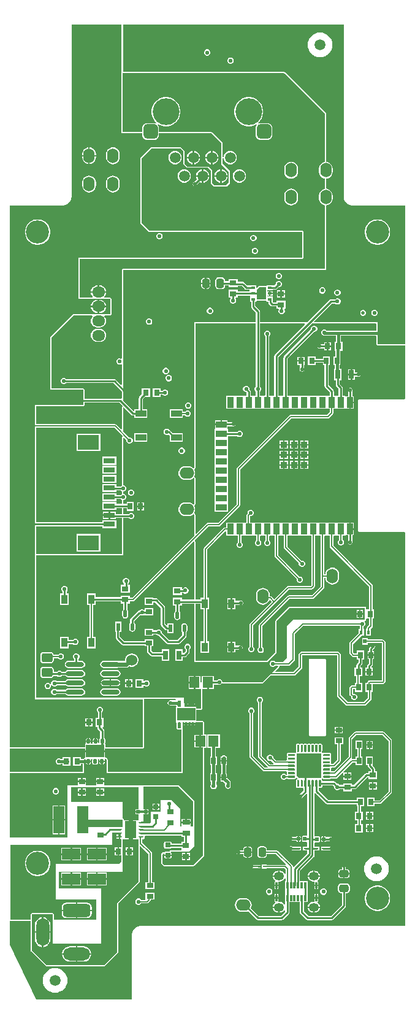
<source format=gtl>
G04*
G04 #@! TF.GenerationSoftware,Altium Limited,Altium Designer,24.0.1 (36)*
G04*
G04 Layer_Physical_Order=1*
G04 Layer_Color=255*
%FSLAX44Y44*%
%MOMM*%
G71*
G04*
G04 #@! TF.SameCoordinates,7A80B53C-B2C1-45D1-8136-E7169236FAC4*
G04*
G04*
G04 #@! TF.FilePolarity,Positive*
G04*
G01*
G75*
%ADD10C,0.2500*%
%ADD11C,0.2000*%
%ADD15C,0.2540*%
%ADD21R,1.5000X0.9000*%
%ADD22R,0.8000X0.9000*%
%ADD23R,0.9000X0.6500*%
%ADD24R,0.9000X0.8000*%
%ADD25O,2.5000X0.7000*%
G04:AMPARAMS|DCode=26|XSize=0.6mm|YSize=0.5mm|CornerRadius=0.125mm|HoleSize=0mm|Usage=FLASHONLY|Rotation=270.000|XOffset=0mm|YOffset=0mm|HoleType=Round|Shape=RoundedRectangle|*
%AMROUNDEDRECTD26*
21,1,0.6000,0.2500,0,0,270.0*
21,1,0.3500,0.5000,0,0,270.0*
1,1,0.2500,-0.1250,-0.1750*
1,1,0.2500,-0.1250,0.1750*
1,1,0.2500,0.1250,0.1750*
1,1,0.2500,0.1250,-0.1750*
%
%ADD26ROUNDEDRECTD26*%
%ADD27R,2.5000X1.7500*%
%ADD28R,0.6500X0.9000*%
%ADD29R,0.3000X0.8700*%
G04:AMPARAMS|DCode=30|XSize=0.55mm|YSize=0.5mm|CornerRadius=0.0625mm|HoleSize=0mm|Usage=FLASHONLY|Rotation=90.000|XOffset=0mm|YOffset=0mm|HoleType=Round|Shape=RoundedRectangle|*
%AMROUNDEDRECTD30*
21,1,0.5500,0.3750,0,0,90.0*
21,1,0.4250,0.5000,0,0,90.0*
1,1,0.1250,0.1875,0.2125*
1,1,0.1250,0.1875,-0.2125*
1,1,0.1250,-0.1875,-0.2125*
1,1,0.1250,-0.1875,0.2125*
%
%ADD30ROUNDEDRECTD30*%
G04:AMPARAMS|DCode=31|XSize=1mm|YSize=1.3mm|CornerRadius=0.25mm|HoleSize=0mm|Usage=FLASHONLY|Rotation=0.000|XOffset=0mm|YOffset=0mm|HoleType=Round|Shape=RoundedRectangle|*
%AMROUNDEDRECTD31*
21,1,1.0000,0.8000,0,0,0.0*
21,1,0.5000,1.3000,0,0,0.0*
1,1,0.5000,0.2500,-0.4000*
1,1,0.5000,-0.2500,-0.4000*
1,1,0.5000,-0.2500,0.4000*
1,1,0.5000,0.2500,0.4000*
%
%ADD31ROUNDEDRECTD31*%
%ADD32R,0.3600X0.2500*%
%ADD33C,0.2700*%
G04:AMPARAMS|DCode=34|XSize=1mm|YSize=1.3mm|CornerRadius=0.25mm|HoleSize=0mm|Usage=FLASHONLY|Rotation=270.000|XOffset=0mm|YOffset=0mm|HoleType=Round|Shape=RoundedRectangle|*
%AMROUNDEDRECTD34*
21,1,1.0000,0.8000,0,0,270.0*
21,1,0.5000,1.3000,0,0,270.0*
1,1,0.5000,-0.4000,-0.2500*
1,1,0.5000,-0.4000,0.2500*
1,1,0.5000,0.4000,0.2500*
1,1,0.5000,0.4000,-0.2500*
%
%ADD34ROUNDEDRECTD34*%
%ADD35R,1.4057X1.5082*%
%ADD36R,0.7000X1.3000*%
%ADD37C,1.5240*%
G04:AMPARAMS|DCode=38|XSize=0.24mm|YSize=0.7mm|CornerRadius=0.06mm|HoleSize=0mm|Usage=FLASHONLY|Rotation=270.000|XOffset=0mm|YOffset=0mm|HoleType=Round|Shape=RoundedRectangle|*
%AMROUNDEDRECTD38*
21,1,0.2400,0.5800,0,0,270.0*
21,1,0.1200,0.7000,0,0,270.0*
1,1,0.1200,-0.2900,-0.0600*
1,1,0.1200,-0.2900,0.0600*
1,1,0.1200,0.2900,0.0600*
1,1,0.1200,0.2900,-0.0600*
%
%ADD38ROUNDEDRECTD38*%
%ADD39R,1.6500X2.4000*%
G04:AMPARAMS|DCode=40|XSize=1.55mm|YSize=1.25mm|CornerRadius=0.3125mm|HoleSize=0mm|Usage=FLASHONLY|Rotation=0.000|XOffset=0mm|YOffset=0mm|HoleType=Round|Shape=RoundedRectangle|*
%AMROUNDEDRECTD40*
21,1,1.5500,0.6250,0,0,0.0*
21,1,0.9250,1.2500,0,0,0.0*
1,1,0.6250,0.4625,-0.3125*
1,1,0.6250,-0.4625,-0.3125*
1,1,0.6250,-0.4625,0.3125*
1,1,0.6250,0.4625,0.3125*
%
%ADD40ROUNDEDRECTD40*%
%ADD41R,0.5321X1.0571*%
G04:AMPARAMS|DCode=42|XSize=1.0571mm|YSize=0.5321mm|CornerRadius=0.2661mm|HoleSize=0mm|Usage=FLASHONLY|Rotation=90.000|XOffset=0mm|YOffset=0mm|HoleType=Round|Shape=RoundedRectangle|*
%AMROUNDEDRECTD42*
21,1,1.0571,0.0000,0,0,90.0*
21,1,0.5250,0.5321,0,0,90.0*
1,1,0.5321,0.0000,0.2625*
1,1,0.5321,0.0000,-0.2625*
1,1,0.5321,0.0000,-0.2625*
1,1,0.5321,0.0000,0.2625*
%
%ADD42ROUNDEDRECTD42*%
%ADD43R,0.9000X0.9000*%
%ADD44R,0.9000X1.5000*%
%ADD45R,1.5000X0.9000*%
%ADD46R,0.9000X1.3000*%
%ADD47R,3.0000X2.1000*%
%ADD48R,1.6000X0.8000*%
%ADD49R,2.5000X1.5000*%
%ADD51R,0.5000X0.6000*%
%ADD52R,0.4000X0.6000*%
%ADD53C,0.4050*%
%ADD54R,1.5000X3.8000*%
%ADD55R,1.0000X0.7500*%
G04:AMPARAMS|DCode=56|XSize=0.76mm|YSize=0.6604mm|CornerRadius=0.0825mm|HoleSize=0mm|Usage=FLASHONLY|Rotation=180.000|XOffset=0mm|YOffset=0mm|HoleType=Round|Shape=RoundedRectangle|*
%AMROUNDEDRECTD56*
21,1,0.7600,0.4953,0,0,180.0*
21,1,0.5949,0.6604,0,0,180.0*
1,1,0.1651,-0.2975,0.2477*
1,1,0.1651,0.2975,0.2477*
1,1,0.1651,0.2975,-0.2477*
1,1,0.1651,-0.2975,-0.2477*
%
%ADD56ROUNDEDRECTD56*%
%ADD57R,0.7000X0.6500*%
%ADD65C,3.0150*%
%ADD74R,0.5500X0.4000*%
%ADD80O,1.5700X2.0000*%
G04:AMPARAMS|DCode=82|XSize=1.8mm|YSize=3.8mm|CornerRadius=0.9mm|HoleSize=0mm|Usage=FLASHONLY|Rotation=0.000|XOffset=0mm|YOffset=0mm|HoleType=Round|Shape=RoundedRectangle|*
%AMROUNDEDRECTD82*
21,1,1.8000,2.0000,0,0,0.0*
21,1,0.0000,3.8000,0,0,0.0*
1,1,1.8000,0.0000,-1.0000*
1,1,1.8000,0.0000,-1.0000*
1,1,1.8000,0.0000,1.0000*
1,1,1.8000,0.0000,1.0000*
%
%ADD82ROUNDEDRECTD82*%
G04:AMPARAMS|DCode=83|XSize=3.7mm|YSize=1.8mm|CornerRadius=0.9mm|HoleSize=0mm|Usage=FLASHONLY|Rotation=0.000|XOffset=0mm|YOffset=0mm|HoleType=Round|Shape=RoundedRectangle|*
%AMROUNDEDRECTD83*
21,1,3.7000,0.0000,0,0,0.0*
21,1,1.9000,1.8000,0,0,0.0*
1,1,1.8000,0.9500,0.0000*
1,1,1.8000,-0.9500,0.0000*
1,1,1.8000,-0.9500,0.0000*
1,1,1.8000,0.9500,0.0000*
%
%ADD83ROUNDEDRECTD83*%
G04:AMPARAMS|DCode=84|XSize=3.8mm|YSize=1.8mm|CornerRadius=0.45mm|HoleSize=0mm|Usage=FLASHONLY|Rotation=0.000|XOffset=0mm|YOffset=0mm|HoleType=Round|Shape=RoundedRectangle|*
%AMROUNDEDRECTD84*
21,1,3.8000,0.9000,0,0,0.0*
21,1,2.9000,1.8000,0,0,0.0*
1,1,0.9000,1.4500,-0.4500*
1,1,0.9000,-1.4500,-0.4500*
1,1,0.9000,-1.4500,0.4500*
1,1,0.9000,1.4500,0.4500*
%
%ADD84ROUNDEDRECTD84*%
%ADD87O,2.0000X1.5700*%
%ADD95C,1.5000*%
%ADD96R,0.5000X0.5000*%
%ADD97C,0.4000*%
%ADD98C,0.2456*%
%ADD99C,0.6000*%
%ADD100C,0.3000*%
%ADD101C,0.1530*%
%ADD102C,0.1700*%
%ADD103C,0.2460*%
%ADD104C,0.5000*%
%ADD105C,0.5700*%
%ADD106O,1.4000X1.1500*%
%ADD107C,3.2000*%
%ADD108O,1.8000X1.5000*%
G04:AMPARAMS|DCode=109|XSize=2mm|YSize=2mm|CornerRadius=0.5mm|HoleSize=0mm|Usage=FLASHONLY|Rotation=270.000|XOffset=0mm|YOffset=0mm|HoleType=Round|Shape=RoundedRectangle|*
%AMROUNDEDRECTD109*
21,1,2.0000,1.0000,0,0,270.0*
21,1,1.0000,2.0000,0,0,270.0*
1,1,1.0000,-0.5000,-0.5000*
1,1,1.0000,-0.5000,0.5000*
1,1,1.0000,0.5000,0.5000*
1,1,1.0000,0.5000,-0.5000*
%
%ADD109ROUNDEDRECTD109*%
%ADD110O,1.5000X1.5240*%
%ADD111C,3.7000*%
%ADD112C,0.5600*%
%ADD113C,0.5550*%
G36*
X437333Y1225310D02*
Y1158621D01*
X437196Y1158383D01*
X436549Y1158298D01*
X434264Y1157352D01*
X432303Y1155847D01*
X430798Y1153885D01*
X429852Y1151601D01*
X429529Y1149150D01*
Y1144850D01*
X429852Y1142399D01*
X430798Y1140115D01*
X432303Y1138153D01*
X434264Y1136648D01*
X436549Y1135702D01*
X437196Y1135616D01*
X437333Y1135379D01*
Y1121621D01*
X437196Y1121384D01*
X436549Y1121298D01*
X434264Y1120352D01*
X432303Y1118847D01*
X430798Y1116886D01*
X429852Y1114601D01*
X429529Y1112150D01*
Y1107850D01*
X429852Y1105399D01*
X430798Y1103114D01*
X432303Y1101153D01*
X434264Y1099648D01*
X436549Y1098702D01*
X437196Y1098616D01*
X437333Y1098379D01*
Y1010667D01*
X159000D01*
X157821Y1010179D01*
X157333Y1009000D01*
Y887464D01*
X156063Y886843D01*
X154863Y887340D01*
X153137D01*
X151542Y886679D01*
X150321Y885458D01*
X149660Y883863D01*
Y882137D01*
X150321Y880542D01*
X151542Y879321D01*
X153137Y878660D01*
X154863D01*
X156063Y879157D01*
X157333Y878536D01*
Y851349D01*
X156160Y850863D01*
X149011Y858011D01*
X148089Y858628D01*
X147000Y858845D01*
X80293D01*
X79458Y859679D01*
X77863Y860340D01*
X76137D01*
X74542Y859679D01*
X73321Y858458D01*
X72660Y856863D01*
Y855137D01*
X73321Y853542D01*
X74542Y852321D01*
X76137Y851660D01*
X77863D01*
X79458Y852321D01*
X80293Y853155D01*
X145822D01*
X157333Y841644D01*
Y832324D01*
X156089Y831628D01*
X156063Y831633D01*
X155000Y831845D01*
X105667D01*
Y844000D01*
X105179Y845179D01*
X104000Y845667D01*
X59667D01*
Y915310D01*
X90690Y946333D01*
X116240D01*
X116758Y945063D01*
X115604Y943559D01*
X114693Y941360D01*
X114382Y939000D01*
X114693Y936640D01*
X115604Y934441D01*
X117053Y932553D01*
X118941Y931104D01*
X121140Y930193D01*
X123500Y929882D01*
X126500D01*
X128860Y930193D01*
X131059Y931104D01*
X132947Y932553D01*
X134396Y934441D01*
X135307Y936640D01*
X135618Y939000D01*
X135307Y941360D01*
X134396Y943559D01*
X133242Y945063D01*
X133760Y946333D01*
X141000D01*
X142179Y946821D01*
X142667Y948000D01*
Y969588D01*
X142179Y970766D01*
X141000Y971255D01*
X133248D01*
X132839Y972457D01*
X132955Y972545D01*
X134405Y974436D01*
X135317Y976637D01*
X135496Y978000D01*
X125000D01*
X114504D01*
X114683Y976637D01*
X115595Y974436D01*
X117045Y972545D01*
X117161Y972457D01*
X116752Y971255D01*
X98667D01*
Y1024333D01*
X406000D01*
X407179Y1024821D01*
X407667Y1026000D01*
Y1062000D01*
X407179Y1063179D01*
X406000Y1063667D01*
X195690D01*
X184934Y1074424D01*
Y1163310D01*
X198957Y1177333D01*
X238310D01*
X242333Y1173309D01*
Y1156000D01*
X242821Y1154821D01*
X246821Y1150821D01*
X248000Y1150333D01*
X276310D01*
X280333Y1146310D01*
Y1129000D01*
X280821Y1127821D01*
X283821Y1124821D01*
X285000Y1124333D01*
X301000D01*
X302179Y1124821D01*
X306179Y1128821D01*
X306667Y1130000D01*
Y1145000D01*
X306179Y1146179D01*
X296667Y1155690D01*
Y1163472D01*
X297937Y1163555D01*
X298163Y1161840D01*
X299074Y1159641D01*
X300523Y1157753D01*
X302411Y1156304D01*
X304610Y1155393D01*
X306970Y1155082D01*
X309330Y1155393D01*
X311529Y1156304D01*
X313417Y1157753D01*
X314866Y1159641D01*
X315777Y1161840D01*
X316088Y1164200D01*
Y1164440D01*
X315777Y1166800D01*
X314866Y1168999D01*
X313417Y1170887D01*
X311529Y1172336D01*
X309330Y1173247D01*
X306970Y1173558D01*
X304610Y1173247D01*
X302411Y1172336D01*
X300523Y1170887D01*
X299074Y1168999D01*
X298163Y1166800D01*
X297937Y1165085D01*
X296667Y1165168D01*
Y1184000D01*
X296179Y1185179D01*
X282179Y1199179D01*
X281000Y1199667D01*
X208566D01*
Y1205320D01*
X208342Y1207027D01*
X207683Y1208618D01*
X206875Y1209671D01*
X207755Y1210611D01*
X208577Y1210061D01*
X212225Y1208550D01*
X216096Y1207780D01*
X220044D01*
X223915Y1208550D01*
X227563Y1210061D01*
X230845Y1212254D01*
X233636Y1215045D01*
X235829Y1218327D01*
X237340Y1221974D01*
X238110Y1225846D01*
Y1229794D01*
X237340Y1233665D01*
X235829Y1237312D01*
X233636Y1240595D01*
X230845Y1243386D01*
X227563Y1245579D01*
X223915Y1247090D01*
X220044Y1247860D01*
X216096D01*
X212225Y1247090D01*
X208577Y1245579D01*
X205295Y1243386D01*
X202504Y1240595D01*
X200311Y1237312D01*
X198800Y1233665D01*
X198030Y1229794D01*
Y1225846D01*
X198800Y1221974D01*
X200311Y1218327D01*
X202504Y1215045D01*
X205052Y1212497D01*
X204333Y1211420D01*
X203677Y1211692D01*
X201970Y1211916D01*
X191970D01*
X190263Y1211692D01*
X188672Y1211033D01*
X187306Y1209984D01*
X186257Y1208618D01*
X185598Y1207027D01*
X185373Y1205320D01*
Y1199667D01*
X158667D01*
Y1281111D01*
X159000Y1281333D01*
X381310D01*
X437333Y1225310D01*
D02*
G37*
G36*
X157000Y1198000D02*
X185373D01*
Y1195320D01*
X185598Y1193613D01*
X186257Y1192022D01*
X187306Y1190656D01*
X188672Y1189607D01*
X190263Y1188948D01*
X191970Y1188724D01*
X201970D01*
X203677Y1188948D01*
X205268Y1189607D01*
X206634Y1190656D01*
X207683Y1192022D01*
X208342Y1193613D01*
X208566Y1195320D01*
Y1198000D01*
X281000D01*
X295000Y1184000D01*
Y1155000D01*
X305000Y1145000D01*
Y1130000D01*
X301000Y1126000D01*
X285000D01*
X282000Y1129000D01*
Y1147000D01*
X277000Y1152000D01*
X248000D01*
X244000Y1156000D01*
Y1174000D01*
X239000Y1179000D01*
X198000D01*
Y1178733D01*
X183267Y1164000D01*
Y1073733D01*
X195000Y1062000D01*
X406000D01*
Y1026000D01*
X97000D01*
Y969588D01*
X141000D01*
Y948000D01*
X127396D01*
X126500Y948118D01*
X123500D01*
X122604Y948000D01*
X90000D01*
X58000Y916000D01*
Y844000D01*
X104000D01*
Y823000D01*
X37580D01*
Y417000D01*
X186000D01*
Y351000D01*
X134445D01*
Y355570D01*
X134445Y355570D01*
X134093Y356840D01*
X134224Y357500D01*
Y361000D01*
X134007Y362089D01*
X133391Y363012D01*
X132974Y363290D01*
Y373871D01*
X132757Y374959D01*
X132141Y375882D01*
X132141Y375882D01*
X130333Y377690D01*
X130859Y378960D01*
X132040D01*
Y391040D01*
X129845D01*
Y398707D01*
X130679Y399542D01*
X131340Y401137D01*
Y402863D01*
X130679Y404458D01*
X129458Y405679D01*
X127863Y406340D01*
X126137D01*
X124542Y405679D01*
X123321Y404458D01*
X122660Y402863D01*
Y401137D01*
X123321Y399542D01*
X124155Y398707D01*
Y391040D01*
X120960D01*
Y378960D01*
X123655D01*
Y377500D01*
X123872Y376411D01*
X124488Y375489D01*
X127284Y372693D01*
Y363290D01*
X126868Y363012D01*
X126251Y362089D01*
X126034Y361000D01*
Y357500D01*
X126166Y356840D01*
X125853Y356320D01*
X125098Y356143D01*
X125018Y356159D01*
X124184Y357452D01*
X124194Y357500D01*
Y358250D01*
X120629D01*
X117065D01*
Y357500D01*
X117196Y356840D01*
X116756Y356004D01*
X116411Y355570D01*
X115123D01*
X114779Y356004D01*
X114339Y356840D01*
X114470Y357500D01*
Y358250D01*
X110905D01*
X107341D01*
Y357500D01*
X107472Y356840D01*
X107032Y356004D01*
X106687Y355570D01*
X106365D01*
Y351000D01*
X2619D01*
Y1098369D01*
X75581Y1098379D01*
X75630Y1098389D01*
X75680Y1098381D01*
X76660Y1098429D01*
X76807Y1098466D01*
X76958D01*
X78881Y1098848D01*
X79067Y1098925D01*
X79264Y1098964D01*
X81075Y1099715D01*
X81242Y1099826D01*
X81427Y1099903D01*
X83057Y1100992D01*
X83199Y1101134D01*
X83366Y1101246D01*
X84752Y1102632D01*
X84864Y1102799D01*
X85006Y1102941D01*
X86095Y1104571D01*
X86172Y1104756D01*
X86283Y1104923D01*
X87034Y1106735D01*
X87073Y1106932D01*
X87150Y1107117D01*
X87532Y1109040D01*
Y1109191D01*
X87569Y1109337D01*
X87617Y1110318D01*
X87610Y1110368D01*
X87619Y1110418D01*
Y1348392D01*
X157000D01*
Y1198000D01*
D02*
G37*
G36*
X356333Y968480D02*
X343833D01*
Y982480D01*
X346833Y985480D01*
X356333D01*
Y968480D01*
D02*
G37*
G36*
X463541Y1110418D02*
X463551Y1110368D01*
X463544Y1110318D01*
X463592Y1109338D01*
X463629Y1109191D01*
Y1109040D01*
X464011Y1107117D01*
X464088Y1106932D01*
X464127Y1106735D01*
X464877Y1104923D01*
X464989Y1104756D01*
X465066Y1104571D01*
X466155Y1102941D01*
X466297Y1102799D01*
X466408Y1102632D01*
X467794Y1101246D01*
X467962Y1101134D01*
X468103Y1100992D01*
X469734Y1099903D01*
X469919Y1099826D01*
X470086Y1099715D01*
X471897Y1098964D01*
X472094Y1098925D01*
X472280Y1098848D01*
X474202Y1098466D01*
X474343D01*
X474480Y1098430D01*
X475460Y1098372D01*
X475520Y1098381D01*
X475580Y1098369D01*
X548541D01*
Y907000D01*
X511176D01*
X510281Y907902D01*
X510516Y937000D01*
X422682D01*
X422196Y938173D01*
X447178Y963155D01*
X451742D01*
X452556Y962342D01*
X454142Y961685D01*
X455858D01*
X457444Y962342D01*
X458658Y963556D01*
X459315Y965142D01*
Y966858D01*
X458658Y968444D01*
X457444Y969658D01*
X455858Y970315D01*
X454142D01*
X452556Y969658D01*
X451742Y968845D01*
X446000D01*
X444911Y968628D01*
X443988Y968011D01*
X443988Y968011D01*
X412977Y937000D01*
X357684D01*
X356863Y937340D01*
X355137D01*
X354316Y937000D01*
X347845D01*
Y952000D01*
X347628Y953089D01*
X347011Y954012D01*
X341428Y959595D01*
Y965440D01*
X342873D01*
Y966172D01*
X343833Y966813D01*
X356333D01*
X357293Y966172D01*
Y965440D01*
X359515D01*
Y964168D01*
X359732Y963079D01*
X360348Y962156D01*
X362536Y959968D01*
X363459Y959352D01*
X364548Y959135D01*
X364548Y959135D01*
X371043D01*
Y955940D01*
X373146D01*
X373994Y954670D01*
X373660Y953863D01*
Y952137D01*
X374321Y950542D01*
X375542Y949321D01*
X377137Y948660D01*
X378863D01*
X380458Y949321D01*
X381679Y950542D01*
X382340Y952137D01*
Y953863D01*
X382006Y954670D01*
X382854Y955940D01*
X383123D01*
Y967020D01*
X371043D01*
Y964825D01*
X366888D01*
X365873Y965440D01*
Y972520D01*
X358000D01*
Y973960D01*
X360583D01*
Y976980D01*
Y980000D01*
X358000D01*
Y981440D01*
X365873D01*
Y982135D01*
X368980D01*
X370069Y982352D01*
X370992Y982969D01*
X373683Y985660D01*
X374863D01*
X376458Y986321D01*
X377679Y987542D01*
X378340Y989137D01*
Y990863D01*
X377679Y992458D01*
X376458Y993679D01*
X374863Y994340D01*
X373137D01*
X371542Y993679D01*
X370321Y992458D01*
X369660Y990863D01*
Y989683D01*
X367802Y987825D01*
X365873D01*
Y988520D01*
X357293D01*
Y987788D01*
X356333Y987147D01*
X346833D01*
X345654Y986659D01*
X345654Y986659D01*
X344046Y985051D01*
X342873Y985537D01*
Y988520D01*
X334293D01*
Y987825D01*
X330198D01*
X327011Y991011D01*
X327011Y991012D01*
X325762Y992261D01*
X324839Y992878D01*
X323750Y993095D01*
X317123D01*
Y997020D01*
X305043D01*
Y993825D01*
X299702D01*
Y994980D01*
X299389Y996556D01*
X298496Y997893D01*
X297159Y998786D01*
X295583Y999099D01*
X290583D01*
X289007Y998786D01*
X287670Y997893D01*
X286777Y996556D01*
X286464Y994980D01*
Y986980D01*
X286777Y985404D01*
X287670Y984067D01*
X289007Y983174D01*
X290583Y982861D01*
X295583D01*
X297159Y983174D01*
X298496Y984067D01*
X299389Y985404D01*
X299702Y986980D01*
Y988135D01*
X305043D01*
Y985940D01*
X317123D01*
Y987405D01*
X322572D01*
X322989Y986989D01*
X322989Y986989D01*
X327009Y982969D01*
X327931Y982352D01*
X329020Y982135D01*
X333311D01*
X333507Y981997D01*
X333729Y980365D01*
X333311Y979825D01*
X317123D01*
Y982020D01*
X305043D01*
Y970940D01*
X307006D01*
X307532Y969670D01*
X307321Y969458D01*
X306660Y967863D01*
Y966137D01*
X307321Y964542D01*
X308542Y963321D01*
X310137Y962660D01*
X311863D01*
X313458Y963321D01*
X314679Y964542D01*
X315340Y966137D01*
Y967863D01*
X314679Y969458D01*
X314468Y969670D01*
X314994Y970940D01*
X317123D01*
Y974135D01*
X333311D01*
X334293Y973440D01*
Y972520D01*
X334293D01*
Y965440D01*
X335738D01*
Y958417D01*
X335955Y957328D01*
X336572Y956405D01*
X342155Y950822D01*
Y937000D01*
X257000D01*
X257000Y834511D01*
Y829023D01*
X257000Y814679D01*
X257000Y738471D01*
Y736088D01*
X256690Y735983D01*
X255730Y735787D01*
X253885Y737202D01*
X251601Y738148D01*
X249150Y738471D01*
X244850D01*
X242399Y738148D01*
X240114Y737202D01*
X238153Y735697D01*
X236648Y733736D01*
X235702Y731451D01*
X235379Y729000D01*
X235702Y726549D01*
X236648Y724265D01*
X238153Y722303D01*
X240114Y720798D01*
X242399Y719852D01*
X244850Y719529D01*
X249150D01*
X251601Y719852D01*
X253885Y720798D01*
X255730Y722213D01*
X256690Y722017D01*
X257000Y721912D01*
X257000Y686088D01*
X256691Y685984D01*
X255730Y685787D01*
X253885Y687202D01*
X251601Y688148D01*
X249150Y688471D01*
X244850D01*
X242399Y688148D01*
X240114Y687202D01*
X238153Y685697D01*
X236648Y683736D01*
X235702Y681451D01*
X235379Y679000D01*
X235702Y676549D01*
X236648Y674265D01*
X238153Y672303D01*
X240114Y670798D01*
X242399Y669852D01*
X244850Y669529D01*
X249150D01*
X251601Y669852D01*
X253885Y670798D01*
X255730Y672213D01*
X256691Y672016D01*
X257000Y671912D01*
X257000Y642446D01*
X171491Y556937D01*
X168040D01*
Y560040D01*
X155960D01*
Y557845D01*
X121040D01*
Y563040D01*
X108960D01*
Y546960D01*
X112563D01*
Y503040D01*
X108960D01*
Y486960D01*
X121040D01*
Y503040D01*
X117437D01*
Y546960D01*
X121040D01*
Y552155D01*
X155960D01*
Y548960D01*
X159155D01*
Y540782D01*
X158972Y540659D01*
X158043Y539269D01*
X157717Y537630D01*
Y532381D01*
X158043Y530742D01*
X158972Y529352D01*
X160361Y528424D01*
X162000Y528098D01*
X163639Y528424D01*
X165028Y529352D01*
X165957Y530742D01*
X166283Y532381D01*
Y537630D01*
X165957Y539269D01*
X165028Y540659D01*
X164845Y540782D01*
Y548960D01*
X168040D01*
Y552063D01*
X172500D01*
X173433Y552249D01*
X174223Y552777D01*
X255826Y634380D01*
X257000Y633894D01*
X257000Y575000D01*
Y554345D01*
X240040D01*
Y557040D01*
X227960D01*
Y545960D01*
X231155D01*
Y538782D01*
X230972Y538659D01*
X230043Y537269D01*
X229717Y535630D01*
Y530381D01*
X230043Y528741D01*
X230972Y527352D01*
X232361Y526424D01*
X234000Y526098D01*
X235639Y526424D01*
X237029Y527352D01*
X237957Y528741D01*
X238283Y530381D01*
Y535630D01*
X237957Y537269D01*
X237029Y538659D01*
X236845Y538782D01*
Y545960D01*
X240040D01*
Y548655D01*
X257000D01*
Y468000D01*
X358000D01*
X371000Y481000D01*
Y525000D01*
X389000Y543000D01*
X493000D01*
Y526502D01*
X393502D01*
X385000Y518000D01*
Y474000D01*
X379590Y468590D01*
X369513D01*
X368444Y469658D01*
X366858Y470315D01*
X365142D01*
X363556Y469658D01*
X362342Y468444D01*
X361685Y466858D01*
Y465142D01*
X362342Y463556D01*
X363556Y462342D01*
X365142Y461685D01*
X366858D01*
X368444Y462342D01*
X369513Y463410D01*
X372751D01*
X373237Y462237D01*
X351000Y440000D01*
X296340D01*
Y440863D01*
X295679Y442458D01*
X294458Y443679D01*
X292863Y444340D01*
X291137D01*
X289542Y443679D01*
X288707Y442845D01*
X284831D01*
Y449081D01*
X267694D01*
Y441006D01*
X267629Y440912D01*
X267056Y440509D01*
X265786Y441169D01*
Y448561D01*
X258738D01*
Y440000D01*
Y431439D01*
X265730D01*
X265786Y431439D01*
X267000Y431303D01*
Y404000D01*
X260040D01*
Y406290D01*
X258892D01*
X258600Y406645D01*
X258199Y407560D01*
X258382Y408000D01*
X257625D01*
X257407Y407476D01*
X256774Y406843D01*
X255947Y406500D01*
X255500Y406500D01*
X255500Y406500D01*
X255052Y406500D01*
X254225Y406842D01*
X253592Y407476D01*
X253375Y408000D01*
X252618D01*
X252801Y407560D01*
X252400Y406645D01*
X252108Y406290D01*
X249178D01*
X248581Y407490D01*
X248882Y408214D01*
X248214D01*
X247907Y407476D01*
X247274Y406843D01*
X246448Y406500D01*
X246000Y406500D01*
X246000Y406500D01*
X245552Y406500D01*
X244725Y406842D01*
X244093Y407476D01*
X243750Y408302D01*
X243750Y408750D01*
X243750Y408750D01*
Y412006D01*
X243000Y412317D01*
Y419000D01*
X39247D01*
Y616000D01*
X159000D01*
Y666930D01*
X166985D01*
X167819Y666096D01*
X169414Y665435D01*
X171141D01*
X172736Y666096D01*
X173957Y667317D01*
X174618Y668912D01*
Y670638D01*
X173957Y672234D01*
X172736Y673454D01*
X171141Y674115D01*
X169414D01*
X167819Y673454D01*
X166985Y672620D01*
X159000D01*
Y680655D01*
X163960D01*
Y676960D01*
X173540D01*
Y689040D01*
X163960D01*
Y686345D01*
X159000D01*
Y691660D01*
X159863D01*
X161458Y692321D01*
X162679Y693542D01*
X163340Y695137D01*
Y696863D01*
X162679Y698458D01*
X161458Y699679D01*
X159863Y700340D01*
X159000D01*
Y703660D01*
X159863D01*
X161458Y704321D01*
X162679Y705542D01*
X163340Y707137D01*
Y708863D01*
X162679Y710458D01*
X161458Y711679D01*
X159863Y712340D01*
X159000D01*
Y777678D01*
X160173Y778164D01*
X163660Y774678D01*
Y773137D01*
X164321Y771542D01*
X165542Y770321D01*
X167137Y769660D01*
X168863D01*
X170458Y770321D01*
X171679Y771542D01*
X172340Y773137D01*
Y774863D01*
X171679Y776458D01*
X170458Y777679D01*
X168863Y778340D01*
X167323D01*
X159000Y786663D01*
Y819318D01*
X160173Y819804D01*
X170488Y809489D01*
X171411Y808872D01*
X172500Y808655D01*
X174460D01*
Y805460D01*
X192540D01*
Y817540D01*
X186345D01*
Y831322D01*
X188983Y833960D01*
X196040D01*
Y846040D01*
X184960D01*
Y837983D01*
X181488Y834511D01*
X180872Y833589D01*
X180655Y832500D01*
Y817540D01*
X174460D01*
Y815359D01*
X173190Y814833D01*
X159000Y829023D01*
Y1009000D01*
X439000D01*
Y1098379D01*
X439000Y1098379D01*
X441451Y1098702D01*
X443736Y1099648D01*
X445697Y1101153D01*
X447202Y1103114D01*
X448148Y1105399D01*
X448471Y1107850D01*
Y1112150D01*
X448148Y1114601D01*
X447202Y1116886D01*
X445697Y1118847D01*
X443736Y1120352D01*
X441451Y1121298D01*
X439000Y1121621D01*
X439000Y1121621D01*
Y1135379D01*
X439000Y1135379D01*
X441451Y1135702D01*
X443736Y1136648D01*
X445697Y1138153D01*
X447202Y1140115D01*
X448148Y1142399D01*
X448471Y1144850D01*
Y1149150D01*
X448148Y1151601D01*
X447202Y1153885D01*
X445697Y1155847D01*
X443736Y1157352D01*
X441451Y1158298D01*
X439000Y1158621D01*
X439000Y1158621D01*
Y1226000D01*
X382000Y1283000D01*
X159000D01*
Y1348392D01*
X463541D01*
Y1110418D01*
D02*
G37*
G36*
X421504Y935821D02*
X421810Y935695D01*
X422044Y935460D01*
X422376D01*
X422682Y935333D01*
X507934D01*
X508828Y934432D01*
X508757Y925609D01*
X440528D01*
X439458Y926679D01*
X437863Y927340D01*
X436137D01*
X434542Y926679D01*
X433321Y925458D01*
X432660Y923863D01*
Y922137D01*
X433321Y920542D01*
X434542Y919321D01*
X434795Y919216D01*
X435619Y918665D01*
X437000Y918391D01*
X452547D01*
Y910040D01*
X450960D01*
Y897960D01*
X451741D01*
Y890040D01*
X449460D01*
Y877960D01*
X450929D01*
Y873040D01*
X450460D01*
Y856960D01*
X452655D01*
Y850609D01*
X452872Y849520D01*
X453489Y848597D01*
X456637Y845448D01*
Y835753D01*
X453442D01*
Y835753D01*
X452822D01*
Y835753D01*
X450000D01*
Y841845D01*
X449784Y842933D01*
X449167Y843856D01*
X449167Y843856D01*
X442756Y850267D01*
Y877960D01*
X444540D01*
Y890040D01*
X434960D01*
Y886845D01*
X425040D01*
Y890040D01*
X413960D01*
Y877960D01*
X425040D01*
Y881155D01*
X434960D01*
Y877960D01*
X437066D01*
Y849089D01*
X437283Y848001D01*
X437899Y847078D01*
X444311Y840666D01*
Y836651D01*
X443413Y835753D01*
X440742Y835753D01*
X439472Y835753D01*
X428692D01*
X428042Y835753D01*
X426772Y835753D01*
X415992D01*
X415342Y835753D01*
X414072Y835753D01*
X403292D01*
X402642Y835753D01*
X401372Y835753D01*
X390592D01*
X389942Y835753D01*
X388672Y835753D01*
X386127D01*
Y887206D01*
X422574Y923654D01*
X423724D01*
X425310Y924311D01*
X426524Y925525D01*
X427181Y927111D01*
Y928827D01*
X426524Y930413D01*
X425310Y931627D01*
X423724Y932284D01*
X422008D01*
X420422Y931627D01*
X419208Y930413D01*
X418551Y928827D01*
Y927677D01*
X381270Y890396D01*
X380654Y889473D01*
X380437Y888385D01*
Y836651D01*
X379539Y835753D01*
X377242Y835753D01*
X375972Y835753D01*
X373427D01*
Y889404D01*
X420023Y936000D01*
X420645Y936059D01*
X421504Y935821D01*
D02*
G37*
G36*
X342155Y848293D02*
X341321Y847458D01*
X340660Y845863D01*
Y844137D01*
X341321Y842542D01*
X342155Y841707D01*
Y836651D01*
X341257Y835753D01*
X339142Y835753D01*
X337872Y835753D01*
X335326D01*
Y841276D01*
X335326Y841276D01*
X335110Y842365D01*
X334493Y843288D01*
X333340Y844441D01*
Y845863D01*
X332679Y847458D01*
X331458Y848679D01*
X329863Y849340D01*
X328137D01*
X326542Y848679D01*
X325321Y847458D01*
X324660Y845863D01*
Y844137D01*
X325321Y842542D01*
X326542Y841321D01*
X328137Y840660D01*
X329075D01*
X329637Y840098D01*
Y836651D01*
X328739Y835753D01*
X326442Y835753D01*
X325172Y835753D01*
X314392D01*
X313742Y835753D01*
X312472Y835753D01*
X301042D01*
Y817673D01*
X312472D01*
X313122Y817673D01*
X314392Y817673D01*
X325172D01*
X325822Y817673D01*
X327092Y817673D01*
X337872D01*
X338522Y817673D01*
X339792Y817673D01*
X350572D01*
X351222Y817673D01*
X352492Y817673D01*
X363272D01*
X363922Y817673D01*
X365192Y817673D01*
X375972D01*
X376622Y817673D01*
X377892Y817673D01*
X388672D01*
X389322Y817673D01*
X390592Y817673D01*
X401372D01*
X402022Y817673D01*
X403292Y817673D01*
X414072D01*
X414722Y817673D01*
X415992Y817673D01*
X426772D01*
X427422Y817673D01*
X428692Y817673D01*
X439472D01*
X440122Y817673D01*
X441392Y817673D01*
X444345D01*
Y813191D01*
X440591Y809437D01*
X390000D01*
X389067Y809251D01*
X388277Y808723D01*
X388277Y808723D01*
X316277Y736723D01*
X315749Y735932D01*
X315563Y735000D01*
Y686009D01*
X289991Y660437D01*
X276000D01*
X275067Y660251D01*
X274277Y659723D01*
X259840Y645286D01*
X258667Y645772D01*
X258667Y671912D01*
X258520Y672266D01*
X258495Y672649D01*
X258285Y672833D01*
X258179Y673090D01*
X258083Y673130D01*
X257723Y673688D01*
X257552Y674086D01*
X257571Y674793D01*
X258298Y676549D01*
X258621Y679000D01*
X258298Y681451D01*
X257571Y683207D01*
X257552Y683914D01*
X257723Y684312D01*
X258083Y684870D01*
X258179Y684910D01*
X258285Y685167D01*
X258495Y685351D01*
X258520Y685734D01*
X258667Y686088D01*
X258667Y721912D01*
X258520Y722266D01*
X258495Y722649D01*
X258285Y722833D01*
X258179Y723090D01*
X258083Y723130D01*
X257723Y723688D01*
X257552Y724086D01*
X257571Y724794D01*
X258298Y726549D01*
X258621Y729000D01*
X258298Y731451D01*
X257571Y733206D01*
X257552Y733914D01*
X257723Y734312D01*
X258083Y734870D01*
X258179Y734910D01*
X258285Y735167D01*
X258495Y735351D01*
X258520Y735734D01*
X258667Y736088D01*
Y738471D01*
X258667Y814679D01*
X258667Y829023D01*
Y834511D01*
X258667Y935333D01*
X342155D01*
Y848293D01*
D02*
G37*
G36*
X357046Y935460D02*
X357378D01*
X357684Y935333D01*
X409651D01*
X410137Y934160D01*
X368570Y892593D01*
X367954Y891671D01*
X367737Y890582D01*
Y836651D01*
X366839Y835753D01*
X364542Y835753D01*
X363272Y835753D01*
X360845D01*
Y917707D01*
X361679Y918542D01*
X362340Y920137D01*
Y921863D01*
X361679Y923458D01*
X360458Y924679D01*
X358863Y925340D01*
X357137D01*
X355542Y924679D01*
X354321Y923458D01*
X353660Y921863D01*
Y920137D01*
X354321Y918542D01*
X355155Y917707D01*
Y836651D01*
X354257Y835753D01*
X351842Y835753D01*
X350572Y835753D01*
X347845D01*
Y841707D01*
X348679Y842542D01*
X349340Y844137D01*
Y845863D01*
X348679Y847458D01*
X347845Y848293D01*
Y935333D01*
X354316D01*
X354622Y935460D01*
X354954D01*
X355468Y935673D01*
X356532D01*
X357046Y935460D01*
D02*
G37*
G36*
X508692Y917489D02*
X508615Y907915D01*
X508616Y907912D01*
X508615Y907908D01*
X508855Y907321D01*
X509093Y906732D01*
X509097Y906731D01*
X509098Y906728D01*
X509992Y905826D01*
X509996Y905825D01*
X509997Y905821D01*
X510584Y905578D01*
X511169Y905333D01*
X511172Y905334D01*
X511176Y905333D01*
X548541D01*
Y831650D01*
X547271Y830801D01*
X547082Y830880D01*
X485182D01*
X484003Y830391D01*
X483515Y829213D01*
Y649213D01*
X484003Y648034D01*
X485182Y647546D01*
X547082D01*
X547271Y647624D01*
X548541Y646776D01*
Y104831D01*
X547643Y103933D01*
X183280Y103947D01*
X183230Y103937D01*
X183180Y103944D01*
X182200Y103896D01*
X182054Y103860D01*
X181902D01*
X179980Y103477D01*
X179794Y103400D01*
X179597Y103361D01*
X177786Y102611D01*
X177619Y102499D01*
X177433Y102422D01*
X175804Y101333D01*
X175662Y101191D01*
X175494Y101080D01*
X174108Y99694D01*
X173997Y99527D01*
X173855Y99385D01*
X172766Y97755D01*
X172689Y97569D01*
X172577Y97402D01*
X171827Y95591D01*
X171788Y95394D01*
X171711Y95209D01*
X171329Y93286D01*
Y93135D01*
X171292Y92988D01*
X171244Y92008D01*
X171251Y91958D01*
X171241Y91908D01*
X171240Y2447D01*
X38863D01*
X2619Y77872D01*
Y111079D01*
X3000Y111333D01*
X31666D01*
Y69917D01*
X32155Y68738D01*
X52071Y48821D01*
X53250Y48333D01*
X132750D01*
X133929Y48821D01*
X152179Y67071D01*
X152667Y68250D01*
Y135310D01*
X181179Y163821D01*
X181667Y165000D01*
Y214011D01*
X182840Y214497D01*
X193660Y203677D01*
Y164540D01*
X189960D01*
Y154960D01*
X202040D01*
Y164540D01*
X198840D01*
Y204750D01*
X198643Y205741D01*
X198081Y206581D01*
X185736Y218927D01*
Y224013D01*
X186836D01*
X187672Y224179D01*
X188379Y224652D01*
X188852Y225360D01*
X189018Y226195D01*
Y227395D01*
X188966Y227659D01*
X189796Y228930D01*
X239460D01*
Y226710D01*
X243055D01*
Y220380D01*
X239880D01*
Y217705D01*
X226216D01*
Y218146D01*
X226033Y219069D01*
X225510Y219852D01*
X224727Y220375D01*
X223804Y220558D01*
X217855D01*
X216933Y220375D01*
X216150Y219852D01*
X215627Y219069D01*
X215444Y218146D01*
Y213193D01*
X215627Y212271D01*
X216150Y211488D01*
X216933Y210965D01*
X217855Y210782D01*
X223804D01*
X224727Y210965D01*
X225510Y211488D01*
X225835Y211975D01*
X239880D01*
Y209300D01*
X238872Y208667D01*
X224967D01*
X224651Y208536D01*
X224307Y208531D01*
X224084Y208301D01*
X223789Y208179D01*
X223658Y207862D01*
X223419Y207616D01*
X223365Y207480D01*
X222398Y206558D01*
X217855D01*
X216933Y206375D01*
X216150Y205852D01*
X215575Y205926D01*
X215055Y206030D01*
X214887Y205997D01*
X214729Y206062D01*
X214280Y205876D01*
X213804Y205782D01*
X213708Y205640D01*
X213550Y205574D01*
X211821Y203846D01*
X211333Y202667D01*
Y191000D01*
X211821Y189821D01*
X214821Y186821D01*
X216000Y186333D01*
X256000D01*
X257179Y186821D01*
X270179Y199821D01*
X270667Y201000D01*
Y349919D01*
X274044D01*
Y368081D01*
X270667D01*
Y385329D01*
X270179Y386507D01*
X269000Y386996D01*
X260040D01*
Y402333D01*
X267000D01*
X268179Y402821D01*
X268667Y404000D01*
Y431303D01*
X268758Y431439D01*
X275262D01*
Y440000D01*
X277262D01*
Y431439D01*
X284311D01*
Y437155D01*
X292000D01*
X293089Y437372D01*
X294011Y437989D01*
X294141Y438182D01*
X295084Y438773D01*
X295802Y438556D01*
X296340Y438333D01*
X351000D01*
X352179Y438821D01*
X362767Y449410D01*
X395000D01*
X395991Y449607D01*
X396831Y450169D01*
X405831Y459169D01*
X406393Y460009D01*
X406590Y461000D01*
Y477410D01*
X454410D01*
Y422000D01*
X454607Y421009D01*
X455169Y420169D01*
X466734Y408604D01*
X467574Y408042D01*
X468565Y407845D01*
X492435D01*
X493426Y408042D01*
X494266Y408604D01*
X501081Y415419D01*
X501643Y416259D01*
X501840Y417250D01*
Y427194D01*
X503536D01*
Y438156D01*
X517828D01*
X518820Y438354D01*
X519660Y438915D01*
X520831Y440087D01*
X521393Y440927D01*
X521590Y441918D01*
Y495000D01*
X521393Y495991D01*
X520831Y496831D01*
X519031Y498631D01*
X518191Y499193D01*
X517200Y499390D01*
X497040D01*
Y501340D01*
X488960D01*
Y492260D01*
X497040D01*
Y494210D01*
X516127D01*
X516410Y493927D01*
Y443336D01*
X499918D01*
X498927Y443139D01*
X498087Y442577D01*
X496915Y441406D01*
X496353Y440566D01*
X496156Y439575D01*
Y439274D01*
X493956D01*
Y427194D01*
X496660D01*
Y418323D01*
X491362Y413025D01*
X469638D01*
X459590Y423073D01*
Y478535D01*
X459393Y479527D01*
X458831Y480367D01*
X457367Y481831D01*
X456527Y482393D01*
X455536Y482590D01*
X405465D01*
X404473Y482393D01*
X403633Y481831D01*
X402169Y480367D01*
X401607Y479527D01*
X401410Y478535D01*
Y462073D01*
X393927Y454590D01*
X369606D01*
X369120Y455763D01*
X374416Y461058D01*
X374543Y461365D01*
X374777Y461599D01*
Y461931D01*
X374904Y462237D01*
X375343Y463012D01*
X375825Y463410D01*
X388000D01*
X388991Y463607D01*
X389831Y464169D01*
X395831Y470169D01*
X396393Y471009D01*
X396590Y472000D01*
Y506927D01*
X408073Y518410D01*
X485487D01*
X485910Y517987D01*
Y513740D01*
X484460D01*
Y508322D01*
X472169Y496031D01*
X471607Y495191D01*
X471410Y494200D01*
Y481000D01*
X471607Y480009D01*
X472169Y479169D01*
X475169Y476169D01*
X476009Y475607D01*
X477000Y475410D01*
X481960D01*
Y471960D01*
X483905D01*
Y467939D01*
X481978Y466012D01*
X481361Y465089D01*
X481144Y464000D01*
Y460839D01*
X478456D01*
Y448759D01*
X480910D01*
Y439274D01*
X479456D01*
Y436054D01*
X475304D01*
X474313Y435857D01*
X473473Y435295D01*
X472301Y434124D01*
X471740Y433284D01*
X471543Y432293D01*
Y423867D01*
X471740Y422877D01*
X472301Y422036D01*
X473685Y420653D01*
Y419142D01*
X474342Y417556D01*
X475556Y416342D01*
X477142Y415685D01*
X478858D01*
X480444Y416342D01*
X481658Y417556D01*
X482315Y419142D01*
Y420858D01*
X481658Y422444D01*
X480444Y423658D01*
X478858Y424315D01*
X477347D01*
X476722Y424940D01*
Y430874D01*
X479456D01*
Y427194D01*
X489036D01*
Y439274D01*
X486090D01*
Y448759D01*
X489536D01*
Y460839D01*
X486834D01*
Y462822D01*
X488761Y464749D01*
X489378Y465672D01*
X489595Y466761D01*
X489595Y466761D01*
Y471960D01*
X491540D01*
Y484040D01*
X481960D01*
Y480590D01*
X478073D01*
X476590Y482073D01*
Y493127D01*
X488122Y504660D01*
X491540D01*
Y513740D01*
X491090D01*
Y517195D01*
X491444Y517342D01*
X492658Y518556D01*
X493315Y520142D01*
Y521858D01*
X492658Y523444D01*
X492537Y523565D01*
X493000Y524835D01*
X494179Y525324D01*
X494667Y526502D01*
Y527770D01*
X495460Y528711D01*
X495937Y528711D01*
X498910D01*
Y519573D01*
X496169Y516831D01*
X495607Y515991D01*
X495410Y515000D01*
Y513740D01*
X494460D01*
Y504660D01*
X501540D01*
Y513740D01*
X501540D01*
X501634Y514971D01*
X503331Y516669D01*
X503893Y517509D01*
X504090Y518500D01*
Y528711D01*
X505040D01*
Y540791D01*
X504090D01*
Y573500D01*
X503893Y574491D01*
X503331Y575331D01*
X449590Y629073D01*
Y641775D01*
X450488Y642673D01*
X452822Y642673D01*
X454092Y642673D01*
X457561D01*
Y637080D01*
X457466Y637041D01*
X456253Y635827D01*
X455596Y634241D01*
Y632525D01*
X456253Y630939D01*
X457466Y629725D01*
X459052Y629068D01*
X460769D01*
X462355Y629725D01*
X463569Y630939D01*
X464226Y632525D01*
Y634241D01*
X463569Y635827D01*
X462355Y637041D01*
X462261Y637080D01*
Y642673D01*
X465522D01*
Y642879D01*
X466662Y643193D01*
X466792Y643193D01*
X469858D01*
Y633161D01*
X470075Y632073D01*
X470691Y631150D01*
X471614Y630533D01*
X472703Y630317D01*
X473792Y630533D01*
X474714Y631150D01*
X475331Y632073D01*
X475548Y633161D01*
Y643193D01*
X477702D01*
Y650713D01*
X472182D01*
Y651713D01*
X471182D01*
Y660233D01*
X466792D01*
X466662Y660233D01*
X465522Y660546D01*
Y660753D01*
X454092D01*
X453442Y660753D01*
X452172Y660753D01*
X441392D01*
X440742Y660753D01*
X439472Y660753D01*
X428692D01*
X428042Y660753D01*
X426772Y660753D01*
X415992D01*
X415342Y660753D01*
X414072Y660753D01*
X403292D01*
X402642Y660753D01*
X401372Y660753D01*
X390592D01*
X389942Y660753D01*
X388672Y660753D01*
X377892D01*
X377242Y660753D01*
X375972Y660753D01*
X365192D01*
X364542Y660753D01*
X363272Y660753D01*
X352492D01*
X351842Y660753D01*
X350572Y660753D01*
X339792D01*
X339142Y660753D01*
X337872Y660753D01*
X334184D01*
Y669660D01*
X335863D01*
X337458Y670321D01*
X338679Y671542D01*
X339340Y673137D01*
Y674863D01*
X338679Y676458D01*
X337458Y677679D01*
X335863Y678340D01*
X334137D01*
X332542Y677679D01*
X331321Y676458D01*
X330660Y674863D01*
Y673137D01*
X330705Y673028D01*
X330172Y672495D01*
X329662Y671733D01*
X329483Y670834D01*
Y661651D01*
X328585Y660753D01*
X326442Y660753D01*
X325172Y660753D01*
X314392D01*
X313742Y660753D01*
X312472Y660753D01*
X301042D01*
Y654063D01*
X299713D01*
X298813Y653884D01*
X298051Y653374D01*
X270784Y626108D01*
X270275Y625345D01*
X270096Y624446D01*
Y557040D01*
X265460D01*
Y554345D01*
X258667D01*
Y575000D01*
X258667Y633894D01*
X258540Y634201D01*
Y634532D01*
X258305Y634767D01*
X258179Y635073D01*
X257819Y636373D01*
X277009Y655563D01*
X291000D01*
X291933Y655749D01*
X292723Y656277D01*
X319723Y683277D01*
X319723Y683277D01*
X320251Y684068D01*
X320437Y685000D01*
X320437Y685000D01*
Y733991D01*
X391009Y804563D01*
X441600D01*
X442533Y804749D01*
X443323Y805277D01*
X448505Y810459D01*
X449033Y811249D01*
X449219Y812182D01*
Y817673D01*
X452822D01*
Y817673D01*
X453442D01*
Y817673D01*
X465522D01*
Y817879D01*
X466662Y818193D01*
X466792Y818193D01*
X471182D01*
Y826712D01*
X472182D01*
Y827712D01*
X477702D01*
Y835233D01*
X475534D01*
Y843781D01*
X475318Y844870D01*
X474701Y845793D01*
X473778Y846409D01*
X472690Y846626D01*
X471601Y846409D01*
X470678Y845793D01*
X470061Y844870D01*
X469845Y843781D01*
Y835233D01*
X466792D01*
X466662Y835233D01*
X465522Y835546D01*
Y835753D01*
X462327D01*
Y846627D01*
X462327Y846627D01*
X462110Y847715D01*
X461493Y848638D01*
X461493Y848638D01*
X458345Y851787D01*
Y856960D01*
X460540D01*
Y873040D01*
X458147D01*
Y877960D01*
X459040D01*
Y890040D01*
X458960D01*
Y897960D01*
X462040D01*
Y910040D01*
X459766D01*
Y918391D01*
X507797D01*
X508692Y917489D01*
D02*
G37*
G36*
X158181Y821797D02*
X157821Y820496D01*
X157695Y820190D01*
X157460Y819956D01*
Y819624D01*
X157333Y819318D01*
Y789989D01*
X156160Y789503D01*
X149831Y795831D01*
X148991Y796393D01*
X148000Y796590D01*
X39247D01*
Y821333D01*
X104000D01*
X105179Y821821D01*
X105667Y823000D01*
Y826155D01*
X153822D01*
X158181Y821797D01*
D02*
G37*
G36*
Y780157D02*
X157821Y778857D01*
X157695Y778550D01*
X157460Y778316D01*
Y777984D01*
X157333Y777678D01*
Y712340D01*
X157451Y712056D01*
X156542Y711679D01*
X155707Y710845D01*
X149540D01*
Y714040D01*
X130460D01*
Y702960D01*
X149540D01*
Y705155D01*
X155707D01*
X156542Y704321D01*
X157451Y703944D01*
X157333Y703660D01*
Y700340D01*
X157451Y700056D01*
X156542Y699679D01*
X155707Y698845D01*
X149540D01*
Y701540D01*
X130460D01*
Y690460D01*
X149540D01*
Y693155D01*
X155707D01*
X156542Y692321D01*
X157451Y691944D01*
X157333Y691660D01*
Y686345D01*
X149540D01*
Y689040D01*
X130460D01*
Y677960D01*
X149540D01*
Y680655D01*
X157333D01*
Y672620D01*
X149020D01*
Y676020D01*
X141000D01*
Y671000D01*
Y665980D01*
X149020D01*
Y666930D01*
X157333D01*
Y617667D01*
X39247D01*
Y655655D01*
X130460D01*
Y652960D01*
X149540D01*
Y664040D01*
X130460D01*
Y661345D01*
X39247D01*
Y791410D01*
X146927D01*
X158181Y780157D01*
D02*
G37*
G36*
X301042Y647922D02*
Y642673D01*
X312472D01*
X313122Y642673D01*
X314392Y642673D01*
X317432D01*
Y633534D01*
X316342Y632444D01*
X315685Y630858D01*
Y629142D01*
X316342Y627556D01*
X317556Y626342D01*
X319142Y625685D01*
X320858D01*
X322444Y626342D01*
X323658Y627556D01*
X324315Y629142D01*
Y630858D01*
X323658Y632444D01*
X322444Y633658D01*
X322132Y633787D01*
Y642673D01*
X325172D01*
X325822Y642673D01*
X327092Y642673D01*
X337872D01*
X338522Y642673D01*
X339792Y642673D01*
X343243D01*
Y636515D01*
X343134Y636470D01*
X341913Y635250D01*
X341253Y633655D01*
Y631928D01*
X341913Y630333D01*
X343134Y629112D01*
X344729Y628451D01*
X346456D01*
X348051Y629112D01*
X349272Y630333D01*
X349933Y631928D01*
Y633655D01*
X349272Y635250D01*
X348051Y636470D01*
X347943Y636515D01*
Y641775D01*
X348841Y642673D01*
X351222Y642673D01*
X352492Y642673D01*
X355813D01*
Y636488D01*
X355719Y636449D01*
X354505Y635235D01*
X353848Y633650D01*
Y631933D01*
X354505Y630347D01*
X355719Y629133D01*
X357305Y628476D01*
X359022D01*
X360607Y629133D01*
X361821Y630347D01*
X362478Y631933D01*
Y633650D01*
X361821Y635235D01*
X360607Y636449D01*
X360513Y636488D01*
Y641775D01*
X361412Y642673D01*
X363922Y642673D01*
X365192Y642673D01*
X368232D01*
Y614418D01*
X368411Y613519D01*
X368920Y612756D01*
X398724Y582952D01*
X398685Y582858D01*
Y581142D01*
X399342Y579556D01*
X400556Y578342D01*
X402142Y577685D01*
X403858D01*
X405444Y578342D01*
X406658Y579556D01*
X407315Y581142D01*
Y582858D01*
X406658Y584444D01*
X405444Y585658D01*
X403858Y586315D01*
X402142D01*
X402048Y586276D01*
X372932Y615392D01*
Y642673D01*
X375972D01*
X376622Y642673D01*
X377892Y642673D01*
X380932D01*
Y626718D01*
X381111Y625819D01*
X381620Y625056D01*
X401724Y604952D01*
X401685Y604858D01*
Y603142D01*
X402342Y601556D01*
X403556Y600342D01*
X405142Y599685D01*
X406858D01*
X408444Y600342D01*
X409658Y601556D01*
X410315Y603142D01*
Y604858D01*
X409658Y606444D01*
X408444Y607658D01*
X406858Y608315D01*
X405142D01*
X405048Y608276D01*
X385632Y627692D01*
Y642673D01*
X388672D01*
X389322Y642673D01*
X390592Y642673D01*
X401372D01*
X402022Y642673D01*
X403292Y642673D01*
X414072D01*
X414722Y642673D01*
X415992Y642673D01*
X419032D01*
Y574355D01*
X418027Y573350D01*
X387000D01*
X386101Y573171D01*
X385338Y572662D01*
X367500Y554824D01*
X363807Y558517D01*
X363044Y559026D01*
X362145Y559205D01*
X361471D01*
Y561150D01*
X361148Y563601D01*
X360202Y565886D01*
X358697Y567847D01*
X356735Y569352D01*
X354451Y570298D01*
X352000Y570621D01*
X349549Y570298D01*
X347265Y569352D01*
X345303Y567847D01*
X343798Y565886D01*
X342852Y563601D01*
X342529Y561150D01*
Y556850D01*
X342852Y554399D01*
X343798Y552114D01*
X345303Y550153D01*
X347265Y548648D01*
X349549Y547702D01*
X352000Y547379D01*
X354451Y547702D01*
X356735Y548648D01*
X358697Y550153D01*
X360202Y552114D01*
X360660Y553220D01*
X362158Y553518D01*
X364176Y551500D01*
X334338Y521662D01*
X333829Y520899D01*
X333650Y520000D01*
Y489697D01*
X333556Y489658D01*
X332342Y488444D01*
X331685Y486858D01*
Y485142D01*
X332342Y483556D01*
X333556Y482342D01*
X335142Y481685D01*
X336858D01*
X338444Y482342D01*
X339658Y483556D01*
X340315Y485142D01*
Y486858D01*
X339658Y488444D01*
X338444Y489658D01*
X338350Y489697D01*
Y519026D01*
X369162Y549838D01*
X387974Y568650D01*
X419000D01*
X419899Y568829D01*
X420662Y569338D01*
X423044Y571720D01*
X423044Y571720D01*
X423553Y572482D01*
X423732Y573382D01*
Y642673D01*
X426772D01*
X427422Y642673D01*
X428692Y642673D01*
X432015D01*
Y587000D01*
Y572338D01*
X420027Y560350D01*
X388000D01*
X387101Y560171D01*
X386338Y559662D01*
X347338Y520662D01*
X346829Y519899D01*
X346650Y519000D01*
Y488697D01*
X346556Y488658D01*
X345342Y487444D01*
X344685Y485858D01*
Y484142D01*
X345342Y482556D01*
X346556Y481342D01*
X348142Y480685D01*
X349858D01*
X351444Y481342D01*
X352658Y482556D01*
X353315Y484142D01*
Y485858D01*
X352658Y487444D01*
X351444Y488658D01*
X351350Y488697D01*
Y518027D01*
X388974Y555650D01*
X421000D01*
X421899Y555829D01*
X422662Y556338D01*
X436027Y569703D01*
X436536Y570466D01*
X436715Y571365D01*
Y584650D01*
X438555D01*
X438852Y582399D01*
X439798Y580115D01*
X441303Y578153D01*
X443265Y576648D01*
X445549Y575702D01*
X448000Y575379D01*
X450451Y575702D01*
X452735Y576648D01*
X454697Y578153D01*
X456202Y580115D01*
X457148Y582399D01*
X457471Y584850D01*
Y589150D01*
X457148Y591601D01*
X456202Y593885D01*
X454697Y595847D01*
X452735Y597352D01*
X450451Y598298D01*
X448000Y598621D01*
X445549Y598298D01*
X443265Y597352D01*
X441303Y595847D01*
X439798Y593885D01*
X438852Y591601D01*
X438555Y589350D01*
X436715D01*
Y641775D01*
X437613Y642673D01*
X440122Y642673D01*
X441392Y642673D01*
X444410D01*
Y628000D01*
X444607Y627009D01*
X445169Y626169D01*
X498910Y572427D01*
Y541689D01*
X498012Y540791D01*
X495460Y540791D01*
X494667Y541733D01*
Y543000D01*
X494179Y544179D01*
X493000Y544667D01*
X389000D01*
X387821Y544179D01*
X369821Y526179D01*
X369333Y525000D01*
Y481690D01*
X357310Y469667D01*
X258667D01*
Y548655D01*
X265460D01*
Y540960D01*
X270096D01*
Y497040D01*
X265460D01*
Y480960D01*
X277540D01*
Y497040D01*
X274796D01*
Y540960D01*
X277540D01*
Y557040D01*
X274796D01*
Y623472D01*
X299772Y648448D01*
X301042Y647922D01*
D02*
G37*
G36*
X238750Y408750D02*
X238750Y408302D01*
X238407Y407476D01*
X237774Y406843D01*
X236947Y406500D01*
X236500Y406500D01*
X236500Y406500D01*
X236052Y406500D01*
X235225Y406842D01*
X234592Y407476D01*
X234250Y408302D01*
X234250Y408750D01*
Y415050D01*
X238750D01*
X238750Y408750D01*
D02*
G37*
G36*
X232129Y416063D02*
X231817Y415609D01*
X224000D01*
X222619Y415335D01*
X221448Y414552D01*
X220665Y413381D01*
X220391Y412000D01*
X220665Y410619D01*
X221448Y409448D01*
X222619Y408665D01*
X224000Y408391D01*
X231643D01*
X232710Y407665D01*
X232753Y407560D01*
X231960Y406290D01*
X231960D01*
Y385710D01*
X231960D01*
X232753Y384440D01*
X232710Y384335D01*
Y384004D01*
X232583Y383697D01*
X232583Y383250D01*
Y376950D01*
X233071Y375771D01*
X234250Y375283D01*
X238750D01*
X239333Y374893D01*
Y316381D01*
X137667D01*
Y333790D01*
X137656Y333815D01*
X137666Y333842D01*
X137414Y334401D01*
X137179Y334968D01*
X137153Y334979D01*
X137141Y335005D01*
X136164Y335922D01*
X136112Y335942D01*
X136086Y335991D01*
X135522Y336165D01*
X134971Y336373D01*
X134761Y336500D01*
X133925Y337554D01*
Y344280D01*
X120405D01*
X106885D01*
Y337411D01*
X106106Y336303D01*
X106044Y336242D01*
X105461Y336005D01*
X104875Y335775D01*
X104871Y335766D01*
X104862Y335762D01*
X103850Y334764D01*
X101040D01*
Y337040D01*
X89960D01*
Y324960D01*
X101040D01*
Y327546D01*
X103333D01*
Y316381D01*
X2619D01*
Y349333D01*
X106365D01*
X106885Y348986D01*
Y346280D01*
X120405D01*
X133925D01*
Y348986D01*
X134445Y349333D01*
X186000D01*
X187179Y349821D01*
X187667Y351000D01*
Y417000D01*
X187889Y417333D01*
X231461D01*
X232129Y416063D01*
D02*
G37*
G36*
X256775Y385157D02*
X257407Y384524D01*
X257713Y383786D01*
X258382D01*
X258269Y384059D01*
X258923Y385329D01*
X269000D01*
Y367561D01*
X266475D01*
Y359000D01*
X265475D01*
D01*
X266475D01*
Y350439D01*
X269000D01*
Y201000D01*
X256000Y188000D01*
X216000D01*
X213000Y191000D01*
Y202667D01*
X214729Y204395D01*
X215249Y204291D01*
X215974Y203845D01*
Y202670D01*
X220830D01*
X225686D01*
Y204146D01*
X225543Y204867D01*
X225135Y205477D01*
X224756Y205730D01*
X224914Y206865D01*
X224967Y207000D01*
X250000D01*
X257000Y214000D01*
Y277177D01*
X236177Y298000D01*
X133591D01*
X132520Y298480D01*
X132520Y299270D01*
Y302500D01*
X127000D01*
X121480D01*
Y298480D01*
X120409Y298000D01*
X108591D01*
X107520Y298480D01*
X107520Y299270D01*
Y302500D01*
X102000D01*
X96480D01*
Y298480D01*
X95409Y298000D01*
X82000D01*
Y226000D01*
X2619D01*
Y314714D01*
X105000D01*
Y333558D01*
X106032Y334575D01*
X106625Y334564D01*
X107449Y333601D01*
X107341Y333060D01*
Y332310D01*
X110905D01*
X114470D01*
Y333060D01*
X114460Y333108D01*
X115294Y334401D01*
X115374Y334417D01*
X116129Y334240D01*
X116442Y333720D01*
X116311Y333060D01*
Y329560D01*
X116527Y328471D01*
X117144Y327548D01*
X118067Y326932D01*
X119155Y326715D01*
X121655D01*
X122744Y326932D01*
X123667Y327548D01*
X124284Y328471D01*
X124500Y329560D01*
Y333060D01*
X124369Y333720D01*
X124682Y334240D01*
X125437Y334417D01*
X125516Y334401D01*
X126350Y333108D01*
X126341Y333060D01*
Y332310D01*
X129905D01*
X133470D01*
Y333060D01*
X133361Y333605D01*
X134145Y334624D01*
X135023Y334707D01*
X136000Y333790D01*
Y314714D01*
X241000D01*
Y385329D01*
X242577D01*
X243231Y384059D01*
X243118Y383786D01*
X243787D01*
X244093Y384524D01*
X244725Y385157D01*
X245552Y385500D01*
X246000Y385500D01*
X246448Y385500D01*
X247274Y385157D01*
X247907Y384524D01*
X248213Y383786D01*
X248882D01*
X248769Y384059D01*
X249423Y385329D01*
X252077D01*
X252731Y384059D01*
X252618Y383786D01*
X253286D01*
X253592Y384524D01*
X254226Y385157D01*
X255052Y385500D01*
X255500Y385500D01*
X255947Y385500D01*
X256775Y385157D01*
D02*
G37*
G36*
X237775D02*
X238407Y384524D01*
X238750Y383698D01*
X238750Y383250D01*
X238750D01*
Y376950D01*
X234250D01*
Y383250D01*
X234250Y383698D01*
X234592Y384524D01*
X235225Y385157D01*
X236052Y385500D01*
X236500D01*
X236947Y385500D01*
X237775Y385157D01*
D02*
G37*
G36*
X188396Y260061D02*
X181146D01*
Y263811D01*
X188396D01*
Y260061D01*
D02*
G37*
G36*
X180000Y265520D02*
X175980D01*
Y263000D01*
X179500D01*
Y261000D01*
X175980D01*
Y258480D01*
X180000D01*
Y250000D01*
X179477Y249617D01*
X178207Y249815D01*
Y249815D01*
X169937D01*
Y236795D01*
Y223775D01*
X178207D01*
Y223775D01*
X179477Y223972D01*
X180000Y223589D01*
Y165000D01*
X151000Y136000D01*
Y68250D01*
X132750Y50000D01*
X53250D01*
X33333Y69917D01*
Y120000D01*
X61750D01*
Y80000D01*
X129000D01*
Y156000D01*
X70000D01*
Y179000D01*
X158000D01*
Y223485D01*
X158397Y223777D01*
X159667Y223775D01*
Y223775D01*
X167936D01*
Y236795D01*
Y249815D01*
X159794D01*
Y251000D01*
X159306Y252179D01*
X158127Y252667D01*
X158000D01*
Y275360D01*
X87000D01*
Y296000D01*
X180000D01*
Y265520D01*
D02*
G37*
G36*
X255333Y276487D02*
Y241000D01*
X252117D01*
X252020Y242230D01*
X252020Y242270D01*
Y246000D01*
X246000D01*
X239980D01*
Y242270D01*
X239980Y242230D01*
X239883Y241000D01*
X238000D01*
Y266000D01*
X225924Y278076D01*
X211000D01*
Y262000D01*
X197000D01*
X197000Y247000D01*
X195408Y245408D01*
X189627D01*
X189067Y245795D01*
X183937D01*
Y247795D01*
X188409D01*
X188363Y248027D01*
X188004Y248563D01*
X187469Y248921D01*
X187283Y248958D01*
X187000Y250111D01*
X187000Y250111D01*
X187000D01*
X187000Y250111D01*
Y258394D01*
X188396D01*
X188604Y258480D01*
X189080D01*
Y258677D01*
X189575Y258882D01*
X190063Y260061D01*
Y262000D01*
Y263811D01*
X189575Y264990D01*
X189080Y265195D01*
Y265520D01*
X187000D01*
Y296333D01*
X235487D01*
X255333Y276487D01*
D02*
G37*
G36*
X158127Y240380D02*
X101450D01*
Y251000D01*
X158127D01*
Y240380D01*
D02*
G37*
G36*
X149057Y232795D02*
X153937D01*
Y230795D01*
X149464D01*
X149510Y230562D01*
X149869Y230027D01*
X149887Y230014D01*
Y228575D01*
X149869Y228563D01*
X149510Y228027D01*
X149464Y227795D01*
X153937D01*
Y226795D01*
X154937D01*
Y224543D01*
X155356D01*
X155983Y224034D01*
X156333Y223485D01*
Y212520D01*
X153250D01*
Y207000D01*
Y201480D01*
X156333D01*
Y193333D01*
X153000Y190000D01*
X66000D01*
Y141000D01*
X122000Y141000D01*
Y113000D01*
X63417D01*
Y120000D01*
X62929Y121179D01*
X61750Y121667D01*
X33333D01*
X32155Y121179D01*
X31666Y120000D01*
Y113000D01*
X3000D01*
Y216000D01*
X144000D01*
Y233000D01*
X148888D01*
X149057Y232795D01*
D02*
G37*
%LPC*%
G36*
X334344Y1247860D02*
X330396D01*
X326525Y1247090D01*
X322877Y1245579D01*
X319595Y1243386D01*
X316804Y1240595D01*
X314611Y1237312D01*
X313100Y1233665D01*
X312330Y1229794D01*
Y1225846D01*
X313100Y1221974D01*
X314611Y1218327D01*
X316804Y1215045D01*
X319595Y1212254D01*
X322877Y1210061D01*
X326525Y1208550D01*
X330396Y1207780D01*
X334344D01*
X338215Y1208550D01*
X341862Y1210061D01*
X342685Y1210611D01*
X343565Y1209671D01*
X342757Y1208618D01*
X342098Y1207027D01*
X341874Y1205320D01*
Y1195320D01*
X342098Y1193613D01*
X342757Y1192022D01*
X343806Y1190656D01*
X345172Y1189607D01*
X346763Y1188948D01*
X348470Y1188724D01*
X358470D01*
X360177Y1188948D01*
X361768Y1189607D01*
X363134Y1190656D01*
X364183Y1192022D01*
X364842Y1193613D01*
X365066Y1195320D01*
Y1205320D01*
X364842Y1207027D01*
X364183Y1208618D01*
X363134Y1209984D01*
X361768Y1211033D01*
X360177Y1211692D01*
X358470Y1211916D01*
X348470D01*
X346763Y1211692D01*
X346107Y1211420D01*
X345387Y1212497D01*
X347936Y1215045D01*
X350129Y1218327D01*
X351640Y1221974D01*
X352410Y1225846D01*
Y1229794D01*
X351640Y1233665D01*
X350129Y1237312D01*
X347936Y1240595D01*
X345145Y1243386D01*
X341862Y1245579D01*
X338215Y1247090D01*
X334344Y1247860D01*
D02*
G37*
G36*
X230770Y1173558D02*
X228410Y1173247D01*
X226211Y1172336D01*
X224323Y1170887D01*
X222873Y1168999D01*
X221963Y1166800D01*
X221652Y1164440D01*
Y1164200D01*
X221963Y1161840D01*
X222873Y1159641D01*
X224323Y1157753D01*
X226211Y1156304D01*
X228410Y1155393D01*
X230770Y1155082D01*
X233130Y1155393D01*
X235329Y1156304D01*
X237217Y1157753D01*
X238666Y1159641D01*
X239577Y1161840D01*
X239888Y1164200D01*
Y1164440D01*
X239577Y1166800D01*
X238666Y1168999D01*
X237217Y1170887D01*
X235329Y1172336D01*
X233130Y1173247D01*
X230770Y1173558D01*
D02*
G37*
G36*
X269870Y1148036D02*
Y1139920D01*
X277882D01*
X277687Y1141403D01*
X276775Y1143604D01*
X275324Y1145495D01*
X273434Y1146945D01*
X271232Y1147857D01*
X269870Y1148036D01*
D02*
G37*
G36*
X267870D02*
X266507Y1147857D01*
X264306Y1146945D01*
X262415Y1145495D01*
X260965Y1143604D01*
X260053Y1141403D01*
X259858Y1139920D01*
X267870D01*
Y1148036D01*
D02*
G37*
G36*
X391000Y1158621D02*
X388549Y1158298D01*
X386264Y1157352D01*
X384303Y1155847D01*
X382798Y1153885D01*
X381852Y1151601D01*
X381529Y1149150D01*
Y1144850D01*
X381852Y1142399D01*
X382798Y1140115D01*
X384303Y1138153D01*
X386264Y1136648D01*
X388549Y1135702D01*
X391000Y1135379D01*
X393451Y1135702D01*
X395736Y1136648D01*
X397697Y1138153D01*
X399202Y1140115D01*
X400148Y1142399D01*
X400471Y1144850D01*
Y1149150D01*
X400148Y1151601D01*
X399202Y1153885D01*
X397697Y1155847D01*
X395736Y1157352D01*
X393451Y1158298D01*
X391000Y1158621D01*
D02*
G37*
G36*
X277882Y1137920D02*
X269870D01*
Y1129804D01*
X271232Y1129983D01*
X273434Y1130895D01*
X275324Y1132346D01*
X276775Y1134236D01*
X277687Y1136438D01*
X277882Y1137920D01*
D02*
G37*
G36*
X267870D02*
X259858D01*
X260053Y1136438D01*
X260755Y1134743D01*
X256094Y1130082D01*
X255989Y1130012D01*
X255372Y1129089D01*
X255155Y1128000D01*
X255372Y1126911D01*
X255989Y1125988D01*
X256911Y1125372D01*
X258000Y1125155D01*
X258035D01*
X259123Y1125372D01*
X260046Y1125988D01*
X264763Y1130705D01*
X266507Y1129983D01*
X267870Y1129804D01*
Y1137920D01*
D02*
G37*
G36*
X319670Y1148158D02*
X317310Y1147847D01*
X315111Y1146936D01*
X313223Y1145487D01*
X311773Y1143599D01*
X310863Y1141400D01*
X310552Y1139040D01*
Y1138800D01*
X310863Y1136440D01*
X311773Y1134241D01*
X313223Y1132353D01*
X315111Y1130904D01*
X317310Y1129993D01*
X319670Y1129682D01*
X322030Y1129993D01*
X324229Y1130904D01*
X326117Y1132353D01*
X327566Y1134241D01*
X328477Y1136440D01*
X328788Y1138800D01*
Y1139040D01*
X328477Y1141400D01*
X327566Y1143599D01*
X326117Y1145487D01*
X324229Y1146936D01*
X322030Y1147847D01*
X319670Y1148158D01*
D02*
G37*
G36*
X243470D02*
X241110Y1147847D01*
X238911Y1146936D01*
X237023Y1145487D01*
X235574Y1143599D01*
X234663Y1141400D01*
X234352Y1139040D01*
Y1138800D01*
X234663Y1136440D01*
X235574Y1134241D01*
X237023Y1132353D01*
X238911Y1130904D01*
X241110Y1129993D01*
X243470Y1129682D01*
X245830Y1129993D01*
X248029Y1130904D01*
X249917Y1132353D01*
X251366Y1134241D01*
X252277Y1136440D01*
X252588Y1138800D01*
Y1139040D01*
X252277Y1141400D01*
X251366Y1143599D01*
X249917Y1145487D01*
X248029Y1146936D01*
X245830Y1147847D01*
X243470Y1148158D01*
D02*
G37*
G36*
X391000Y1121621D02*
X388549Y1121298D01*
X386264Y1120352D01*
X384303Y1118847D01*
X382798Y1116886D01*
X381852Y1114601D01*
X381529Y1112150D01*
Y1107850D01*
X381852Y1105399D01*
X382798Y1103114D01*
X384303Y1101153D01*
X386264Y1099648D01*
X388549Y1098702D01*
X391000Y1098379D01*
X393451Y1098702D01*
X395736Y1099648D01*
X397697Y1101153D01*
X399202Y1103114D01*
X400148Y1105399D01*
X400471Y1107850D01*
Y1112150D01*
X400148Y1114601D01*
X399202Y1116886D01*
X397697Y1118847D01*
X395736Y1120352D01*
X393451Y1121298D01*
X391000Y1121621D01*
D02*
G37*
G36*
X126500Y988128D02*
X126000D01*
Y980000D01*
X135496D01*
X135317Y981363D01*
X134405Y983564D01*
X132955Y985454D01*
X131064Y986905D01*
X128862Y987817D01*
X126500Y988128D01*
D02*
G37*
G36*
X124000D02*
X123500D01*
X121138Y987817D01*
X118936Y986905D01*
X117045Y985454D01*
X115595Y983564D01*
X114683Y981363D01*
X114504Y980000D01*
X124000D01*
Y988128D01*
D02*
G37*
G36*
X126500Y928118D02*
X123500D01*
X121140Y927807D01*
X118941Y926896D01*
X117053Y925447D01*
X115604Y923559D01*
X114693Y921360D01*
X114382Y919000D01*
X114693Y916640D01*
X115604Y914441D01*
X117053Y912553D01*
X118941Y911104D01*
X121140Y910193D01*
X123500Y909882D01*
X126500D01*
X128860Y910193D01*
X131059Y911104D01*
X132947Y912553D01*
X134396Y914441D01*
X135307Y916640D01*
X135618Y919000D01*
X135307Y921360D01*
X134396Y923559D01*
X132947Y925447D01*
X131059Y926896D01*
X128860Y927807D01*
X126500Y928118D01*
D02*
G37*
G36*
X113000Y1178500D02*
Y1168000D01*
X121481D01*
Y1169150D01*
X121158Y1171604D01*
X120211Y1173891D01*
X118704Y1175854D01*
X116741Y1177361D01*
X114454Y1178308D01*
X113000Y1178500D01*
D02*
G37*
G36*
X111000D02*
X109546Y1178308D01*
X107260Y1177361D01*
X105296Y1175854D01*
X103789Y1173891D01*
X102842Y1171604D01*
X102519Y1169150D01*
Y1168000D01*
X111000D01*
Y1178500D01*
D02*
G37*
G36*
X282570Y1173436D02*
Y1165320D01*
X290582D01*
X290387Y1166803D01*
X289475Y1169004D01*
X288025Y1170894D01*
X286134Y1172345D01*
X283932Y1173257D01*
X282570Y1173436D01*
D02*
G37*
G36*
X280570D02*
X279207Y1173257D01*
X277006Y1172345D01*
X275115Y1170894D01*
X273665Y1169004D01*
X272753Y1166803D01*
X272558Y1165320D01*
X280570D01*
Y1173436D01*
D02*
G37*
G36*
X257170D02*
Y1165320D01*
X265182D01*
X264987Y1166803D01*
X264075Y1169004D01*
X262624Y1170894D01*
X260734Y1172345D01*
X258533Y1173257D01*
X257170Y1173436D01*
D02*
G37*
G36*
X255170D02*
X253807Y1173257D01*
X251606Y1172345D01*
X249715Y1170894D01*
X248265Y1169004D01*
X247353Y1166803D01*
X247158Y1165320D01*
X255170D01*
Y1173436D01*
D02*
G37*
G36*
X121481Y1166000D02*
X113000D01*
Y1155500D01*
X114454Y1155692D01*
X116741Y1156639D01*
X118704Y1158146D01*
X120211Y1160109D01*
X121158Y1162396D01*
X121481Y1164850D01*
Y1166000D01*
D02*
G37*
G36*
X111000D02*
X102519D01*
Y1164850D01*
X102842Y1162396D01*
X103789Y1160109D01*
X105296Y1158146D01*
X107260Y1156639D01*
X109546Y1155692D01*
X111000Y1155500D01*
Y1166000D01*
D02*
G37*
G36*
X145000Y1178621D02*
X142549Y1178298D01*
X140265Y1177352D01*
X138303Y1175847D01*
X136798Y1173885D01*
X135852Y1171601D01*
X135529Y1169150D01*
Y1164850D01*
X135852Y1162399D01*
X136798Y1160115D01*
X138303Y1158153D01*
X140265Y1156648D01*
X142549Y1155702D01*
X145000Y1155379D01*
X147451Y1155702D01*
X149735Y1156648D01*
X151697Y1158153D01*
X153202Y1160115D01*
X154148Y1162399D01*
X154471Y1164850D01*
Y1169150D01*
X154148Y1171601D01*
X153202Y1173885D01*
X151697Y1175847D01*
X149735Y1177352D01*
X147451Y1178298D01*
X145000Y1178621D01*
D02*
G37*
G36*
X290582Y1163320D02*
X282570D01*
Y1155204D01*
X283932Y1155383D01*
X286134Y1156295D01*
X288025Y1157746D01*
X289475Y1159636D01*
X290387Y1161837D01*
X290582Y1163320D01*
D02*
G37*
G36*
X280570D02*
X272558D01*
X272753Y1161837D01*
X273665Y1159636D01*
X275115Y1157746D01*
X277006Y1156295D01*
X279207Y1155383D01*
X280570Y1155204D01*
Y1163320D01*
D02*
G37*
G36*
X265182D02*
X257170D01*
Y1155204D01*
X258533Y1155383D01*
X260734Y1156295D01*
X262624Y1157746D01*
X264075Y1159636D01*
X264987Y1161837D01*
X265182Y1163320D01*
D02*
G37*
G36*
X255170D02*
X247158D01*
X247353Y1161837D01*
X248265Y1159636D01*
X249715Y1157746D01*
X251606Y1156295D01*
X253807Y1155383D01*
X255170Y1155204D01*
Y1163320D01*
D02*
G37*
G36*
X295270Y1148036D02*
Y1139920D01*
X303282D01*
X303087Y1141403D01*
X302175Y1143604D01*
X300725Y1145495D01*
X298834Y1146945D01*
X296632Y1147857D01*
X295270Y1148036D01*
D02*
G37*
G36*
X293270D02*
X291907Y1147857D01*
X289706Y1146945D01*
X287815Y1145495D01*
X286365Y1143604D01*
X285453Y1141403D01*
X285258Y1139920D01*
X293270D01*
Y1148036D01*
D02*
G37*
G36*
X303282Y1137920D02*
X295270D01*
Y1129804D01*
X296632Y1129983D01*
X298834Y1130895D01*
X300725Y1132346D01*
X302175Y1134236D01*
X303087Y1136438D01*
X303282Y1137920D01*
D02*
G37*
G36*
X293270D02*
X285258D01*
X285453Y1136438D01*
X286365Y1134236D01*
X287815Y1132346D01*
X289706Y1130895D01*
X291907Y1129983D01*
X293270Y1129804D01*
Y1137920D01*
D02*
G37*
G36*
X145000Y1139621D02*
X142549Y1139298D01*
X140265Y1138352D01*
X138303Y1136847D01*
X136798Y1134885D01*
X135852Y1132601D01*
X135529Y1130150D01*
Y1125850D01*
X135852Y1123399D01*
X136798Y1121115D01*
X138303Y1119153D01*
X140265Y1117648D01*
X142549Y1116702D01*
X145000Y1116379D01*
X147451Y1116702D01*
X149735Y1117648D01*
X151697Y1119153D01*
X153202Y1121115D01*
X154148Y1123399D01*
X154471Y1125850D01*
Y1130150D01*
X154148Y1132601D01*
X153202Y1134885D01*
X151697Y1136847D01*
X149735Y1138352D01*
X147451Y1139298D01*
X145000Y1139621D01*
D02*
G37*
G36*
X112000D02*
X109549Y1139298D01*
X107264Y1138352D01*
X105303Y1136847D01*
X103798Y1134885D01*
X102852Y1132601D01*
X102529Y1130150D01*
Y1125850D01*
X102852Y1123399D01*
X103798Y1121115D01*
X105303Y1119153D01*
X107264Y1117648D01*
X109549Y1116702D01*
X112000Y1116379D01*
X114451Y1116702D01*
X116735Y1117648D01*
X118697Y1119153D01*
X120202Y1121115D01*
X121148Y1123399D01*
X121471Y1125850D01*
Y1130150D01*
X121148Y1132601D01*
X120202Y1134885D01*
X118697Y1136847D01*
X116735Y1138352D01*
X114451Y1139298D01*
X112000Y1139621D01*
D02*
G37*
G36*
X210225Y1060375D02*
X208498D01*
X206903Y1059714D01*
X205683Y1058493D01*
X205022Y1056898D01*
Y1055172D01*
X205683Y1053576D01*
X206903Y1052356D01*
X208498Y1051695D01*
X210225D01*
X211820Y1052356D01*
X213041Y1053576D01*
X213702Y1055172D01*
Y1056898D01*
X213041Y1058493D01*
X211820Y1059714D01*
X210225Y1060375D01*
D02*
G37*
G36*
X339863Y1057660D02*
X338137D01*
X336542Y1056999D01*
X335321Y1055778D01*
X334660Y1054183D01*
Y1052457D01*
X335321Y1050862D01*
X336542Y1049641D01*
X338137Y1048980D01*
X339863D01*
X341458Y1049641D01*
X342679Y1050862D01*
X343340Y1052457D01*
Y1054183D01*
X342679Y1055778D01*
X341458Y1056999D01*
X339863Y1057660D01*
D02*
G37*
G36*
X42706Y1079048D02*
X39251D01*
X35862Y1078374D01*
X32670Y1077052D01*
X29797Y1075132D01*
X27354Y1072689D01*
X25435Y1069816D01*
X24113Y1066624D01*
X23439Y1063235D01*
Y1059780D01*
X24113Y1056392D01*
X25435Y1053200D01*
X27354Y1050327D01*
X29797Y1047884D01*
X32670Y1045964D01*
X35862Y1044642D01*
X39251Y1043968D01*
X42706D01*
X46095Y1044642D01*
X49287Y1045964D01*
X52160Y1047884D01*
X54603Y1050327D01*
X56522Y1053200D01*
X57845Y1056392D01*
X58519Y1059780D01*
Y1063235D01*
X57845Y1066624D01*
X56522Y1069816D01*
X54603Y1072689D01*
X52160Y1075132D01*
X49287Y1077052D01*
X46095Y1078374D01*
X42706Y1079048D01*
D02*
G37*
G36*
X341863Y1040020D02*
X340137D01*
X338542Y1039359D01*
X337321Y1038138D01*
X336660Y1036543D01*
Y1034817D01*
X337321Y1033222D01*
X338542Y1032001D01*
X340137Y1031340D01*
X341863D01*
X343458Y1032001D01*
X344679Y1033222D01*
X345340Y1034817D01*
Y1036543D01*
X344679Y1038138D01*
X343458Y1039359D01*
X341863Y1040020D01*
D02*
G37*
G36*
X126500Y968128D02*
X126000D01*
Y960000D01*
X135496D01*
X135317Y961363D01*
X134405Y963564D01*
X132955Y965454D01*
X131064Y966905D01*
X128862Y967817D01*
X126500Y968128D01*
D02*
G37*
G36*
X124000D02*
X123500D01*
X121138Y967817D01*
X118936Y966905D01*
X117045Y965454D01*
X115595Y963564D01*
X114683Y961363D01*
X114504Y960000D01*
X124000D01*
Y968128D01*
D02*
G37*
G36*
X135496Y958000D02*
X126000D01*
Y949872D01*
X126500D01*
X128862Y950183D01*
X131064Y951095D01*
X132955Y952545D01*
X134405Y954436D01*
X135317Y956637D01*
X135496Y958000D01*
D02*
G37*
G36*
X124000D02*
X114504D01*
X114683Y956637D01*
X115595Y954436D01*
X117045Y952545D01*
X118936Y951095D01*
X121138Y950183D01*
X123500Y949872D01*
X124000D01*
Y958000D01*
D02*
G37*
G36*
X116520Y390520D02*
X112500D01*
Y386000D01*
X116520D01*
Y390520D01*
D02*
G37*
G36*
X110500D02*
X106480D01*
Y386000D01*
X110500D01*
Y390520D01*
D02*
G37*
G36*
X116520Y384000D02*
X112500D01*
Y379480D01*
X116520D01*
Y384000D01*
D02*
G37*
G36*
X110500D02*
X106480D01*
Y379480D01*
X110500D01*
Y384000D01*
D02*
G37*
G36*
X112155Y363314D02*
X111905D01*
Y360250D01*
X114470D01*
Y361000D01*
X114294Y361886D01*
X113792Y362637D01*
X113041Y363138D01*
X112155Y363314D01*
D02*
G37*
G36*
X109905D02*
X109655D01*
X108770Y363138D01*
X108019Y362637D01*
X107517Y361886D01*
X107341Y361000D01*
Y360250D01*
X109905D01*
Y363314D01*
D02*
G37*
G36*
X121879D02*
X121629D01*
Y360250D01*
X124194D01*
Y361000D01*
X124017Y361886D01*
X123516Y362637D01*
X122765Y363138D01*
X121879Y363314D01*
D02*
G37*
G36*
X119629D02*
X119379D01*
X118493Y363138D01*
X117743Y362637D01*
X117241Y361886D01*
X117065Y361000D01*
Y360250D01*
X119629D01*
Y363314D01*
D02*
G37*
G36*
X275877Y1313765D02*
X274160D01*
X272575Y1313108D01*
X271361Y1311894D01*
X270704Y1310308D01*
Y1308592D01*
X271361Y1307006D01*
X272575Y1305792D01*
X274160Y1305135D01*
X275877D01*
X277463Y1305792D01*
X278677Y1307006D01*
X279334Y1308592D01*
Y1310308D01*
X278677Y1311894D01*
X277463Y1313108D01*
X275877Y1313765D01*
D02*
G37*
G36*
X431000Y1337022D02*
X427679Y1336695D01*
X424486Y1335726D01*
X421543Y1334153D01*
X418964Y1332036D01*
X416847Y1329457D01*
X415274Y1326514D01*
X414305Y1323321D01*
X413978Y1320000D01*
X414305Y1316679D01*
X415274Y1313486D01*
X416847Y1310543D01*
X418964Y1307964D01*
X421543Y1305847D01*
X424486Y1304274D01*
X427679Y1303305D01*
X431000Y1302978D01*
X434321Y1303305D01*
X437514Y1304274D01*
X440457Y1305847D01*
X443036Y1307964D01*
X445153Y1310543D01*
X446726Y1313486D01*
X447695Y1316679D01*
X448022Y1320000D01*
X447695Y1323321D01*
X446726Y1326514D01*
X445153Y1329457D01*
X443036Y1332036D01*
X440457Y1334153D01*
X437514Y1335726D01*
X434321Y1336695D01*
X431000Y1337022D01*
D02*
G37*
G36*
X308307Y1302682D02*
X306581D01*
X304986Y1302021D01*
X303765Y1300800D01*
X303104Y1299205D01*
Y1297479D01*
X303765Y1295883D01*
X304986Y1294663D01*
X306581Y1294002D01*
X308307D01*
X309903Y1294663D01*
X311124Y1295883D01*
X311784Y1297479D01*
Y1299205D01*
X311124Y1300800D01*
X309903Y1302021D01*
X308307Y1302682D01*
D02*
G37*
G36*
X511906Y1079048D02*
X508451D01*
X505062Y1078374D01*
X501870Y1077052D01*
X498997Y1075132D01*
X496554Y1072689D01*
X494635Y1069816D01*
X493313Y1066624D01*
X492639Y1063235D01*
Y1059780D01*
X493313Y1056392D01*
X494635Y1053200D01*
X496554Y1050327D01*
X498997Y1047884D01*
X501870Y1045964D01*
X505062Y1044642D01*
X508451Y1043968D01*
X511906D01*
X515295Y1044642D01*
X518487Y1045964D01*
X521360Y1047884D01*
X523803Y1050327D01*
X525722Y1053200D01*
X527044Y1056392D01*
X527719Y1059780D01*
Y1063235D01*
X527044Y1066624D01*
X525722Y1069816D01*
X523803Y1072689D01*
X521360Y1075132D01*
X518487Y1077052D01*
X515295Y1078374D01*
X511906Y1079048D01*
D02*
G37*
G36*
X374863Y1005340D02*
X373137D01*
X371542Y1004679D01*
X370321Y1003458D01*
X369660Y1001863D01*
Y1000137D01*
X370321Y998542D01*
X371542Y997321D01*
X373137Y996660D01*
X374863D01*
X376458Y997321D01*
X377679Y998542D01*
X378340Y1000137D01*
Y1001863D01*
X377679Y1003458D01*
X376458Y1004679D01*
X374863Y1005340D01*
D02*
G37*
G36*
X275583Y998569D02*
X274083D01*
Y991980D01*
X279172D01*
Y994980D01*
X278899Y996353D01*
X278121Y997518D01*
X276957Y998296D01*
X275583Y998569D01*
D02*
G37*
G36*
X272083D02*
X270583D01*
X269210Y998296D01*
X268045Y997518D01*
X267267Y996353D01*
X266994Y994980D01*
Y991980D01*
X272083D01*
Y998569D01*
D02*
G37*
G36*
X279172Y989980D02*
X274083D01*
Y983391D01*
X275583D01*
X276957Y983664D01*
X278121Y984442D01*
X278899Y985607D01*
X279172Y986980D01*
Y989980D01*
D02*
G37*
G36*
X272083D02*
X266994D01*
Y986980D01*
X267267Y985607D01*
X268045Y984442D01*
X269210Y983664D01*
X270583Y983391D01*
X272083D01*
Y989980D01*
D02*
G37*
G36*
X365353Y980000D02*
X362583D01*
Y977980D01*
X365353D01*
Y980000D01*
D02*
G37*
G36*
X382603Y981500D02*
X378083D01*
Y977480D01*
X382603D01*
Y981500D01*
D02*
G37*
G36*
X376083D02*
X371563D01*
Y977480D01*
X376083D01*
Y981500D01*
D02*
G37*
G36*
X434863Y985340D02*
X433137D01*
X431542Y984679D01*
X430321Y983458D01*
X429660Y981863D01*
Y980137D01*
X430321Y978542D01*
X431542Y977321D01*
X433137Y976660D01*
X434863D01*
X436458Y977321D01*
X437679Y978542D01*
X438340Y980137D01*
Y981863D01*
X437679Y983458D01*
X436458Y984679D01*
X434863Y985340D01*
D02*
G37*
G36*
X365353Y975980D02*
X362583D01*
Y973960D01*
X365353D01*
Y975980D01*
D02*
G37*
G36*
X455863Y982340D02*
X454137D01*
X452542Y981679D01*
X451321Y980458D01*
X450660Y978863D01*
Y977137D01*
X451321Y975542D01*
X452542Y974321D01*
X454137Y973660D01*
X455863D01*
X457458Y974321D01*
X458679Y975542D01*
X459340Y977137D01*
Y978863D01*
X458679Y980458D01*
X457458Y981679D01*
X455863Y982340D01*
D02*
G37*
G36*
X382603Y975480D02*
X378083D01*
Y971460D01*
X382603D01*
Y975480D01*
D02*
G37*
G36*
X376083D02*
X371563D01*
Y971460D01*
X376083D01*
Y975480D01*
D02*
G37*
G36*
X279863Y957340D02*
X278137D01*
X276542Y956679D01*
X275321Y955458D01*
X274660Y953863D01*
Y952137D01*
X275321Y950542D01*
X276542Y949321D01*
X278137Y948660D01*
X279863D01*
X281458Y949321D01*
X282679Y950542D01*
X283340Y952137D01*
Y953863D01*
X282679Y955458D01*
X281458Y956679D01*
X279863Y957340D01*
D02*
G37*
G36*
X491324Y954040D02*
X489716D01*
X488232Y953425D01*
X487095Y952288D01*
X486480Y950804D01*
Y949196D01*
X487095Y947711D01*
X488232Y946575D01*
X489716Y945960D01*
X491324D01*
X492808Y946575D01*
X493945Y947711D01*
X494560Y949196D01*
Y950804D01*
X493945Y952288D01*
X492808Y953425D01*
X491324Y954040D01*
D02*
G37*
G36*
X506863Y954340D02*
X505137D01*
X503542Y953679D01*
X502321Y952458D01*
X501660Y950863D01*
Y949137D01*
X502321Y947542D01*
X503542Y946321D01*
X505137Y945660D01*
X506863D01*
X508458Y946321D01*
X509679Y947542D01*
X510340Y949137D01*
Y950863D01*
X509679Y952458D01*
X508458Y953679D01*
X506863Y954340D01*
D02*
G37*
G36*
X195863Y942340D02*
X194137D01*
X192542Y941679D01*
X191321Y940458D01*
X190660Y938863D01*
Y937137D01*
X191321Y935542D01*
X192542Y934321D01*
X194137Y933660D01*
X195863D01*
X197458Y934321D01*
X198679Y935542D01*
X199340Y937137D01*
Y938863D01*
X198679Y940458D01*
X197458Y941679D01*
X195863Y942340D01*
D02*
G37*
G36*
X218863Y874340D02*
X217137D01*
X215542Y873679D01*
X214321Y872458D01*
X213660Y870863D01*
Y869137D01*
X214321Y867542D01*
X215542Y866321D01*
X217137Y865660D01*
X218863D01*
X220458Y866321D01*
X221679Y867542D01*
X222340Y869137D01*
Y870863D01*
X221679Y872458D01*
X220458Y873679D01*
X218863Y874340D01*
D02*
G37*
G36*
X222863Y864340D02*
X221137D01*
X219542Y863679D01*
X218321Y862458D01*
X217660Y860863D01*
Y859137D01*
X218321Y857542D01*
X219542Y856321D01*
X221137Y855660D01*
X222863D01*
X224458Y856321D01*
X225679Y857542D01*
X226340Y859137D01*
Y860863D01*
X225679Y862458D01*
X224458Y863679D01*
X222863Y864340D01*
D02*
G37*
G36*
X211040Y846040D02*
X199960D01*
Y833960D01*
X211040D01*
Y837155D01*
X213707D01*
X214542Y836321D01*
X216137Y835660D01*
X217863D01*
X219458Y836321D01*
X220679Y837542D01*
X221340Y839137D01*
Y840863D01*
X220679Y842458D01*
X219458Y843679D01*
X217863Y844340D01*
X216137D01*
X214542Y843679D01*
X213707Y842845D01*
X211040D01*
Y846040D01*
D02*
G37*
G36*
X249863Y826340D02*
X248137D01*
X246542Y825679D01*
X245321Y824458D01*
X244660Y822863D01*
Y821137D01*
X245321Y819542D01*
X246542Y818321D01*
X248137Y817660D01*
X249863D01*
X251458Y818321D01*
X252679Y819542D01*
X253340Y821137D01*
Y822863D01*
X252679Y824458D01*
X251458Y825679D01*
X249863Y826340D01*
D02*
G37*
G36*
X241540Y817540D02*
X223460D01*
Y805460D01*
X241540D01*
Y808650D01*
X244276D01*
X244321Y808542D01*
X245542Y807321D01*
X247137Y806660D01*
X248863D01*
X250458Y807321D01*
X251679Y808542D01*
X252340Y810137D01*
Y811863D01*
X251679Y813458D01*
X250458Y814679D01*
X248863Y815340D01*
X247137D01*
X245542Y814679D01*
X244321Y813458D01*
X244276Y813350D01*
X241540D01*
Y817540D01*
D02*
G37*
G36*
X219863Y790340D02*
X218137D01*
X216542Y789679D01*
X215321Y788458D01*
X214660Y786863D01*
Y785137D01*
X215321Y783542D01*
X216542Y782321D01*
X218137Y781660D01*
X219863D01*
X221458Y782321D01*
X221557Y782420D01*
X223460Y780517D01*
Y772460D01*
X241540D01*
Y784540D01*
X227483D01*
X224605Y787418D01*
X223682Y788035D01*
X222780Y788214D01*
X222679Y788458D01*
X221458Y789679D01*
X219863Y790340D01*
D02*
G37*
G36*
X192540Y784540D02*
X174460D01*
Y772460D01*
X192540D01*
Y784540D01*
D02*
G37*
G36*
X240863Y764340D02*
X239137D01*
X237542Y763679D01*
X236321Y762458D01*
X235660Y760863D01*
Y759137D01*
X236321Y757542D01*
X237542Y756321D01*
X239137Y755660D01*
X240863D01*
X242458Y756321D01*
X243679Y757542D01*
X244340Y759137D01*
Y760863D01*
X243679Y762458D01*
X242458Y763679D01*
X240863Y764340D01*
D02*
G37*
G36*
X170863Y706340D02*
X169137D01*
X167542Y705679D01*
X166321Y704458D01*
X165660Y702863D01*
Y701137D01*
X166321Y699542D01*
X167542Y698321D01*
X169137Y697660D01*
X170863D01*
X172458Y698321D01*
X173679Y699542D01*
X174340Y701137D01*
Y702863D01*
X173679Y704458D01*
X172458Y705679D01*
X170863Y706340D01*
D02*
G37*
G36*
X187520Y688520D02*
X184250D01*
Y684000D01*
X187520D01*
Y688520D01*
D02*
G37*
G36*
X182250D02*
X178980D01*
Y684000D01*
X182250D01*
Y688520D01*
D02*
G37*
G36*
X187520Y682000D02*
X184250D01*
Y677480D01*
X187520D01*
Y682000D01*
D02*
G37*
G36*
X182250D02*
X178980D01*
Y677480D01*
X182250D01*
Y682000D01*
D02*
G37*
G36*
X163863Y584340D02*
X162137D01*
X160542Y583679D01*
X159321Y582458D01*
X158660Y580863D01*
Y579137D01*
X159321Y577542D01*
X160155Y576707D01*
Y575040D01*
X155960D01*
Y563960D01*
X168040D01*
Y575040D01*
X165845D01*
Y576707D01*
X166679Y577542D01*
X167340Y579137D01*
Y580863D01*
X166679Y582458D01*
X165458Y583679D01*
X163863Y584340D01*
D02*
G37*
G36*
X240040Y572040D02*
X227960D01*
Y560960D01*
X240040D01*
Y563655D01*
X242207D01*
X242542Y563321D01*
X244137Y562660D01*
X245863D01*
X247458Y563321D01*
X248679Y564542D01*
X249340Y566137D01*
Y567863D01*
X248679Y569458D01*
X247458Y570679D01*
X245863Y571340D01*
X244137D01*
X242542Y570679D01*
X241321Y569458D01*
X241274Y569345D01*
X240040D01*
Y572040D01*
D02*
G37*
G36*
X78863Y573340D02*
X77137D01*
X75542Y572679D01*
X74321Y571458D01*
X73660Y569863D01*
Y568137D01*
X74321Y566542D01*
X75155Y565707D01*
Y563040D01*
X71960D01*
Y546960D01*
X84040D01*
Y563040D01*
X80845D01*
Y565707D01*
X81679Y566542D01*
X82340Y568137D01*
Y569863D01*
X81679Y571458D01*
X80458Y572679D01*
X78863Y573340D01*
D02*
G37*
G36*
X201040Y542540D02*
X188960D01*
Y540938D01*
X187690Y540412D01*
X187444Y540658D01*
X185858Y541315D01*
X184142D01*
X182556Y540658D01*
X181342Y539444D01*
X181252Y539229D01*
X180328Y539045D01*
X179405Y538428D01*
X179405Y538428D01*
X169489Y528512D01*
X168872Y527589D01*
X168655Y526500D01*
Y522771D01*
X168472Y522648D01*
X167543Y521259D01*
X167217Y519619D01*
Y514370D01*
X167543Y512731D01*
X168472Y511341D01*
X169861Y510413D01*
X171500Y510087D01*
X173139Y510413D01*
X174529Y511341D01*
X175457Y512731D01*
X175783Y514370D01*
Y519619D01*
X175457Y521259D01*
X174529Y522648D01*
X174345Y522771D01*
Y525322D01*
X182460Y533437D01*
X182556Y533342D01*
X184142Y532685D01*
X185858D01*
X187444Y533342D01*
X187690Y533588D01*
X188960Y533062D01*
Y532960D01*
X201040D01*
Y542540D01*
D02*
G37*
G36*
X490020Y540271D02*
X486750D01*
Y535751D01*
X490020D01*
Y540271D01*
D02*
G37*
G36*
X484750D02*
X481480D01*
Y535751D01*
X484750D01*
Y540271D01*
D02*
G37*
G36*
X490020Y533751D02*
X486750D01*
Y529231D01*
X490020D01*
Y533751D01*
D02*
G37*
G36*
X484750D02*
X481480D01*
Y529231D01*
X484750D01*
Y533751D01*
D02*
G37*
G36*
X201040Y557040D02*
X188960D01*
Y547460D01*
X201040D01*
Y550655D01*
X203322D01*
X211155Y542822D01*
Y520000D01*
X211372Y518911D01*
X211989Y517989D01*
X216989Y512989D01*
X217911Y512372D01*
X219000Y512155D01*
X220299D01*
Y508169D01*
X228701D01*
Y521820D01*
X220299D01*
Y519520D01*
X219029Y518994D01*
X216845Y521178D01*
Y544000D01*
X216628Y545089D01*
X216012Y546012D01*
X216011Y546012D01*
X206511Y555512D01*
X205589Y556128D01*
X204500Y556345D01*
X201040D01*
Y557040D01*
D02*
G37*
G36*
X243500Y521902D02*
X241861Y521576D01*
X240471Y520648D01*
X239543Y519258D01*
X239217Y517619D01*
Y512370D01*
X239543Y510731D01*
X240471Y509341D01*
X240655Y509218D01*
Y505678D01*
X233822Y498845D01*
X222178D01*
X212315Y508708D01*
Y509858D01*
X211658Y511444D01*
X210444Y512658D01*
X208858Y513315D01*
X207142D01*
X205556Y512658D01*
X204867Y511970D01*
X201040D01*
Y514040D01*
X188960D01*
Y504460D01*
X201040D01*
Y506280D01*
X204617D01*
X205556Y505342D01*
X207142Y504685D01*
X208292D01*
X218988Y493989D01*
X218988Y493988D01*
X219911Y493372D01*
X221000Y493155D01*
X235000D01*
X236089Y493372D01*
X237012Y493988D01*
X245511Y502489D01*
X246128Y503411D01*
X246345Y504500D01*
Y509218D01*
X246528Y509341D01*
X247457Y510731D01*
X247783Y512370D01*
Y517619D01*
X247457Y519258D01*
X246528Y520648D01*
X245139Y521576D01*
X243500Y521902D01*
D02*
G37*
G36*
X84040Y503040D02*
X71960D01*
Y486960D01*
X84040D01*
Y493155D01*
X89707D01*
X90542Y492321D01*
X92137Y491660D01*
X93863D01*
X95458Y492321D01*
X96679Y493542D01*
X97340Y495137D01*
Y496863D01*
X96679Y498458D01*
X95458Y499679D01*
X93863Y500340D01*
X92137D01*
X90542Y499679D01*
X89707Y498845D01*
X84040D01*
Y503040D01*
D02*
G37*
G36*
X248863Y493340D02*
X247137D01*
X245542Y492679D01*
X244321Y491458D01*
X243660Y489863D01*
Y488137D01*
X244321Y486542D01*
X245155Y485707D01*
Y483178D01*
X242822Y480845D01*
X241540D01*
Y486040D01*
X231460D01*
Y469960D01*
X241540D01*
Y475155D01*
X244000D01*
X245089Y475372D01*
X246012Y475989D01*
X250011Y479989D01*
X250012Y479989D01*
X250628Y480911D01*
X250845Y482000D01*
Y485707D01*
X251679Y486542D01*
X252340Y488137D01*
Y489863D01*
X251679Y491458D01*
X250458Y492679D01*
X248863Y493340D01*
D02*
G37*
G36*
X58625Y482201D02*
X49375D01*
X47555Y481839D01*
X46012Y480808D01*
X44981Y479265D01*
X44619Y477445D01*
Y471195D01*
X44981Y469375D01*
X46012Y467832D01*
X47555Y466801D01*
X49375Y466439D01*
X58625D01*
X60445Y466801D01*
X61988Y467832D01*
X63019Y469375D01*
X63381Y471195D01*
Y473410D01*
X69452D01*
X70542Y472321D01*
X72137Y471660D01*
X73863D01*
X75458Y472321D01*
X76679Y473542D01*
X77340Y475137D01*
Y476863D01*
X76679Y478458D01*
X75458Y479679D01*
X73863Y480340D01*
X72137D01*
X70542Y479679D01*
X69452Y478590D01*
X63154D01*
X63019Y479265D01*
X61988Y480808D01*
X60445Y481839D01*
X58625Y482201D01*
D02*
G37*
G36*
X156701Y523820D02*
X148299D01*
Y510169D01*
X148695D01*
Y502040D01*
X148912Y500951D01*
X149529Y500028D01*
X157302Y492256D01*
X158224Y491639D01*
X159313Y491422D01*
X188960D01*
Y489960D01*
X192155D01*
Y483000D01*
X192372Y481911D01*
X192988Y480989D01*
X196989Y476988D01*
X197911Y476372D01*
X199000Y476155D01*
X199000Y476155D01*
X212460D01*
Y469960D01*
X222540D01*
Y486040D01*
X212460D01*
Y481845D01*
X200178D01*
X197845Y484178D01*
Y489960D01*
X201040D01*
Y499540D01*
X188960D01*
Y497112D01*
X160491D01*
X154385Y503218D01*
Y510169D01*
X156701D01*
Y523820D01*
D02*
G37*
G36*
X172206Y480160D02*
X169794D01*
X167464Y479536D01*
X165376Y478330D01*
X163670Y476624D01*
X162464Y474536D01*
X161840Y472206D01*
Y470436D01*
X161083Y469679D01*
X152644D01*
X152466Y469798D01*
X150500Y470189D01*
X132500D01*
X130534Y469798D01*
X128866Y468684D01*
X127752Y467016D01*
X127361Y465050D01*
X127752Y463083D01*
X128866Y461416D01*
X130534Y460302D01*
X132500Y459911D01*
X150500D01*
X152466Y460302D01*
X152644Y460421D01*
X163000D01*
X163000Y460421D01*
X164771Y460773D01*
X166273Y461777D01*
X167145Y462649D01*
X167464Y462464D01*
X169794Y461840D01*
X172206D01*
X174536Y462464D01*
X176624Y463670D01*
X178330Y465376D01*
X179536Y467464D01*
X180160Y469794D01*
Y472206D01*
X179536Y474536D01*
X178330Y476624D01*
X176624Y478330D01*
X174536Y479536D01*
X172206Y480160D01*
D02*
G37*
G36*
X95139Y480064D02*
X93413D01*
X91818Y479403D01*
X90597Y478182D01*
X89936Y476587D01*
Y474861D01*
X90597Y473266D01*
X91431Y472431D01*
Y470189D01*
X83500D01*
X81533Y469798D01*
X79866Y468684D01*
X78752Y467016D01*
X78361Y465050D01*
X78752Y463083D01*
X79866Y461416D01*
X81533Y460302D01*
X83500Y459911D01*
X101500D01*
X103467Y460302D01*
X105134Y461416D01*
X106248Y463083D01*
X106639Y465050D01*
X106248Y467016D01*
X105134Y468684D01*
X103467Y469798D01*
X101500Y470189D01*
X97121D01*
Y472431D01*
X97955Y473266D01*
X98616Y474861D01*
Y476587D01*
X97955Y478182D01*
X96734Y479403D01*
X95139Y480064D01*
D02*
G37*
G36*
X150500Y457489D02*
X132500D01*
X130534Y457098D01*
X128866Y455984D01*
X127752Y454316D01*
X127361Y452350D01*
X127752Y450383D01*
X128866Y448716D01*
X130534Y447602D01*
X132500Y447211D01*
X150500D01*
X152466Y447602D01*
X154134Y448716D01*
X155248Y450383D01*
X155639Y452350D01*
X155248Y454316D01*
X154134Y455984D01*
X152466Y457098D01*
X150500Y457489D01*
D02*
G37*
G36*
X58625Y461881D02*
X49375D01*
X47555Y461519D01*
X46012Y460488D01*
X44981Y458945D01*
X44619Y457125D01*
Y450875D01*
X44981Y449055D01*
X46012Y447512D01*
X47555Y446481D01*
X49375Y446119D01*
X58625D01*
X60445Y446481D01*
X61988Y447512D01*
X63019Y449055D01*
X63039Y449155D01*
X67707D01*
X68542Y448321D01*
X70137Y447660D01*
X71863D01*
X73458Y448321D01*
X74468Y449330D01*
X79456D01*
X79866Y448716D01*
X81533Y447602D01*
X83500Y447211D01*
X101500D01*
X103467Y447602D01*
X105134Y448716D01*
X106248Y450383D01*
X106639Y452350D01*
X106248Y454316D01*
X105134Y455984D01*
X103467Y457098D01*
X101500Y457489D01*
X83500D01*
X81533Y457098D01*
X79866Y455984D01*
X79222Y455020D01*
X74118D01*
X73458Y455679D01*
X71863Y456340D01*
X70137D01*
X68542Y455679D01*
X67707Y454845D01*
X63381D01*
Y457125D01*
X63019Y458945D01*
X61988Y460488D01*
X60445Y461519D01*
X58625Y461881D01*
D02*
G37*
G36*
X101500Y444789D02*
X83500D01*
X81533Y444398D01*
X79866Y443284D01*
X79122Y442170D01*
X66968D01*
X66458Y442679D01*
X64863Y443340D01*
X63137D01*
X61542Y442679D01*
X60321Y441458D01*
X59660Y439863D01*
Y438137D01*
X59661Y438135D01*
X58567Y437570D01*
X57346Y438791D01*
X55751Y439451D01*
X54024D01*
X52429Y438791D01*
X51208Y437570D01*
X50547Y435975D01*
Y434248D01*
X51208Y432653D01*
X52429Y431432D01*
X54024Y430771D01*
X55751D01*
X57346Y431432D01*
X58567Y432653D01*
X59227Y434248D01*
Y435975D01*
X59227Y435976D01*
X60321Y436541D01*
X61542Y435321D01*
X63137Y434660D01*
X64863D01*
X66458Y435321D01*
X67618Y436480D01*
X79556D01*
X79866Y436016D01*
X81533Y434902D01*
X83500Y434511D01*
X101500D01*
X103467Y434902D01*
X105134Y436016D01*
X106248Y437683D01*
X106639Y439650D01*
X106248Y441617D01*
X105134Y443284D01*
X103467Y444398D01*
X101500Y444789D01*
D02*
G37*
G36*
X256738Y448561D02*
X249689D01*
Y441000D01*
X256738D01*
Y448561D01*
D02*
G37*
G36*
X150500Y444258D02*
X142500D01*
Y440650D01*
X154910D01*
X154758Y441414D01*
X153759Y442909D01*
X152264Y443908D01*
X150500Y444258D01*
D02*
G37*
G36*
X140500D02*
X132500D01*
X130736Y443908D01*
X129241Y442909D01*
X128242Y441414D01*
X128090Y440650D01*
X140500D01*
Y444258D01*
D02*
G37*
G36*
X171520Y444520D02*
X167500D01*
Y440000D01*
X171520D01*
Y444520D01*
D02*
G37*
G36*
X165500D02*
X161480D01*
Y440000D01*
X165500D01*
Y444520D01*
D02*
G37*
G36*
X154910Y438650D02*
X142500D01*
Y435042D01*
X150500D01*
X152264Y435392D01*
X153759Y436391D01*
X154758Y437886D01*
X154910Y438650D01*
D02*
G37*
G36*
X140500D02*
X128090D01*
X128242Y437886D01*
X129241Y436391D01*
X130736Y435392D01*
X132500Y435042D01*
X140500D01*
Y438650D01*
D02*
G37*
G36*
X187040Y445040D02*
X175960D01*
Y432960D01*
X187040D01*
Y435026D01*
X188310Y435552D01*
X188542Y435321D01*
X190137Y434660D01*
X191863D01*
X193458Y435321D01*
X194679Y436542D01*
X195340Y438137D01*
Y439863D01*
X194679Y441458D01*
X193458Y442679D01*
X191863Y443340D01*
X190137D01*
X188542Y442679D01*
X188310Y442448D01*
X187040Y442974D01*
Y445040D01*
D02*
G37*
G36*
X171520Y438000D02*
X167500D01*
Y433480D01*
X171520D01*
Y438000D01*
D02*
G37*
G36*
X165500D02*
X161480D01*
Y433480D01*
X165500D01*
Y438000D01*
D02*
G37*
G36*
X256738Y439000D02*
X249689D01*
Y431439D01*
X256738D01*
Y439000D01*
D02*
G37*
G36*
X101500Y432089D02*
X83500D01*
X81533Y431698D01*
X79866Y430584D01*
X79356Y429820D01*
X67318D01*
X66458Y430679D01*
X64863Y431340D01*
X63137D01*
X61542Y430679D01*
X60321Y429458D01*
X59660Y427863D01*
Y426137D01*
X60321Y424542D01*
X61542Y423321D01*
X63137Y422660D01*
X64863D01*
X66458Y423321D01*
X67268Y424130D01*
X79323D01*
X79866Y423316D01*
X81533Y422202D01*
X83500Y421811D01*
X101500D01*
X103467Y422202D01*
X105134Y423316D01*
X106248Y424983D01*
X106639Y426950D01*
X106248Y428917D01*
X105134Y430584D01*
X103467Y431698D01*
X101500Y432089D01*
D02*
G37*
G36*
X150500D02*
X132500D01*
X130534Y431698D01*
X128866Y430584D01*
X127752Y428917D01*
X127361Y426950D01*
X127752Y424983D01*
X128866Y423316D01*
X130534Y422202D01*
X132500Y421811D01*
X150500D01*
X152466Y422202D01*
X154134Y423316D01*
X155248Y424983D01*
X155639Y426950D01*
X155248Y428917D01*
X154134Y430584D01*
X152466Y431698D01*
X150500Y432089D01*
D02*
G37*
G36*
X248250Y411271D02*
X248250Y410214D01*
X248882D01*
X248581Y410939D01*
X248250Y411271D01*
D02*
G37*
G36*
X257750Y411056D02*
X257750Y410000D01*
X258382D01*
X258081Y410725D01*
X257750Y411056D01*
D02*
G37*
G36*
X253250Y411056D02*
X252919Y410725D01*
X252618Y410000D01*
X253250D01*
Y411056D01*
D02*
G37*
G36*
X446520Y909520D02*
X442500D01*
Y905000D01*
X446520D01*
Y909520D01*
D02*
G37*
G36*
Y903000D02*
X442500D01*
Y898480D01*
X446520D01*
Y903000D01*
D02*
G37*
G36*
X440500Y909520D02*
X436480D01*
Y906845D01*
X430000D01*
X428911Y906628D01*
X427989Y906012D01*
X427372Y905089D01*
X427155Y904000D01*
X427372Y902911D01*
X427989Y901989D01*
X428911Y901372D01*
X430000Y901155D01*
X436480D01*
Y898480D01*
X440500D01*
Y904000D01*
Y909520D01*
D02*
G37*
G36*
X409520Y889520D02*
X405500D01*
Y885000D01*
X409520D01*
Y889520D01*
D02*
G37*
G36*
X403500D02*
X399480D01*
Y885000D01*
X403500D01*
Y889520D01*
D02*
G37*
G36*
X409520Y883000D02*
X399480D01*
Y878480D01*
X403155D01*
Y872000D01*
X403372Y870911D01*
X403988Y869988D01*
X404911Y869372D01*
X406000Y869155D01*
X407089Y869372D01*
X408012Y869988D01*
X408628Y870911D01*
X408845Y872000D01*
Y878480D01*
X409520D01*
Y883000D01*
D02*
G37*
G36*
X293582Y801883D02*
X286062D01*
Y797363D01*
X293582D01*
Y801883D01*
D02*
G37*
G36*
X303102D02*
X295582D01*
Y796363D01*
X294582D01*
Y795363D01*
X286062D01*
Y790973D01*
X286062Y790843D01*
X285748Y789703D01*
X285542D01*
Y778273D01*
X285542Y777623D01*
X285542Y776353D01*
Y765573D01*
X285542Y764923D01*
X285542Y763653D01*
Y752873D01*
X285542Y752223D01*
X285542Y750953D01*
Y740173D01*
X285542Y739523D01*
X285542Y738253D01*
Y727473D01*
X285542Y726823D01*
X285542Y725553D01*
Y714773D01*
X285542Y714123D01*
X285542Y712853D01*
Y702073D01*
X285542Y701423D01*
X285542Y700153D01*
Y689373D01*
X285542Y688723D01*
X285542Y687453D01*
Y676023D01*
X303622D01*
Y687453D01*
X303622Y688103D01*
X303622Y689373D01*
Y700153D01*
X303622Y700803D01*
X303622Y702073D01*
Y712853D01*
X303622Y713503D01*
X303622Y714773D01*
Y725553D01*
X303622Y726203D01*
X303622Y727473D01*
Y738253D01*
X303622Y738903D01*
X303622Y740173D01*
Y750953D01*
X303622Y751603D01*
X303622Y752873D01*
Y763653D01*
X303622Y764303D01*
X303622Y765573D01*
Y776353D01*
X303622Y777003D01*
X303622Y778273D01*
Y780155D01*
X316742D01*
X317556Y779342D01*
X319142Y778685D01*
X320858D01*
X322444Y779342D01*
X323658Y780556D01*
X324315Y782142D01*
Y783858D01*
X323658Y785444D01*
X322444Y786658D01*
X320858Y787315D01*
X319142D01*
X317556Y786658D01*
X316742Y785845D01*
X303622D01*
Y789703D01*
X303416D01*
X303102Y790843D01*
X303102Y790973D01*
Y793703D01*
X311453D01*
X312541Y793919D01*
X313464Y794536D01*
X314081Y795459D01*
X314297Y796547D01*
X314081Y797636D01*
X313464Y798559D01*
X312541Y799175D01*
X311453Y799392D01*
X303102D01*
Y801883D01*
D02*
G37*
G36*
X473500Y872520D02*
X469980D01*
Y866000D01*
X473500D01*
Y872520D01*
D02*
G37*
G36*
X479020D02*
X475500D01*
Y865000D01*
Y857480D01*
X479020D01*
Y862155D01*
X484000D01*
X485089Y862372D01*
X486012Y862989D01*
X486628Y863911D01*
X486845Y865000D01*
X486628Y866089D01*
X486012Y867011D01*
X485089Y867628D01*
X484000Y867845D01*
X479020D01*
Y872520D01*
D02*
G37*
G36*
X473500Y864000D02*
X469980D01*
Y857480D01*
X473500D01*
Y864000D01*
D02*
G37*
G36*
X477702Y825713D02*
X473182D01*
Y818193D01*
X477702D01*
Y825713D01*
D02*
G37*
G36*
X414502Y773733D02*
X409982D01*
Y769213D01*
X414502D01*
Y773733D01*
D02*
G37*
G36*
X407982D02*
X403462D01*
Y769213D01*
X407982D01*
Y773733D01*
D02*
G37*
G36*
X386502D02*
X381982D01*
Y769213D01*
X386502D01*
Y773733D01*
D02*
G37*
G36*
X379982D02*
X375462D01*
Y769213D01*
X379982D01*
Y773733D01*
D02*
G37*
G36*
X400502D02*
X395982D01*
Y769212D01*
X400502D01*
Y773733D01*
D02*
G37*
G36*
X393982D02*
X389462D01*
Y769212D01*
X393982D01*
Y773733D01*
D02*
G37*
G36*
X414502Y767213D02*
X409982D01*
Y762693D01*
X414502D01*
Y767213D01*
D02*
G37*
G36*
X407982D02*
X403462D01*
Y762693D01*
X407982D01*
Y767213D01*
D02*
G37*
G36*
X400502Y767213D02*
X395982D01*
Y762693D01*
X400502D01*
Y767213D01*
D02*
G37*
G36*
X393982D02*
X389462D01*
Y762693D01*
X393982D01*
Y767213D01*
D02*
G37*
G36*
X386502Y767213D02*
X381982D01*
Y762693D01*
X386502D01*
Y767213D01*
D02*
G37*
G36*
X379982D02*
X375462D01*
Y762693D01*
X379982D01*
Y767213D01*
D02*
G37*
G36*
X414502Y759733D02*
X409982D01*
Y755213D01*
X414502D01*
Y759733D01*
D02*
G37*
G36*
X407982D02*
X403462D01*
Y755213D01*
X407982D01*
Y759733D01*
D02*
G37*
G36*
X386502D02*
X381982D01*
Y755213D01*
X386502D01*
Y759733D01*
D02*
G37*
G36*
X379982D02*
X375462D01*
Y755213D01*
X379982D01*
Y759733D01*
D02*
G37*
G36*
X400502D02*
X395982D01*
Y755213D01*
X400502D01*
Y759733D01*
D02*
G37*
G36*
X393982D02*
X389462D01*
Y755213D01*
X393982D01*
Y759733D01*
D02*
G37*
G36*
X414502Y753213D02*
X409982D01*
Y748693D01*
X414502D01*
Y753213D01*
D02*
G37*
G36*
X407982D02*
X403462D01*
Y748693D01*
X407982D01*
Y753213D01*
D02*
G37*
G36*
X400502Y753213D02*
X395982D01*
Y748693D01*
X400502D01*
Y753213D01*
D02*
G37*
G36*
X393982D02*
X389462D01*
Y748693D01*
X393982D01*
Y753213D01*
D02*
G37*
G36*
X386502Y753213D02*
X381982D01*
Y748693D01*
X386502D01*
Y753213D01*
D02*
G37*
G36*
X379982D02*
X375462D01*
Y748693D01*
X379982D01*
Y753213D01*
D02*
G37*
G36*
X414502Y745733D02*
X409982D01*
Y741213D01*
X414502D01*
Y745733D01*
D02*
G37*
G36*
X407982D02*
X403462D01*
Y741213D01*
X407982D01*
Y745733D01*
D02*
G37*
G36*
X386502D02*
X381982D01*
Y741213D01*
X386502D01*
Y745733D01*
D02*
G37*
G36*
X379982D02*
X375462D01*
Y741213D01*
X379982D01*
Y745733D01*
D02*
G37*
G36*
X400502D02*
X395982D01*
Y741212D01*
X400502D01*
Y745733D01*
D02*
G37*
G36*
X393982D02*
X389462D01*
Y741212D01*
X393982D01*
Y745733D01*
D02*
G37*
G36*
X414502Y739213D02*
X409982D01*
Y734693D01*
X414502D01*
Y739213D01*
D02*
G37*
G36*
X407982D02*
X403462D01*
Y734693D01*
X407982D01*
Y739213D01*
D02*
G37*
G36*
X400502Y739212D02*
X395982D01*
Y734693D01*
X400502D01*
Y739212D01*
D02*
G37*
G36*
X393982D02*
X389462D01*
Y734693D01*
X393982D01*
Y739212D01*
D02*
G37*
G36*
X386502Y739213D02*
X381982D01*
Y734693D01*
X386502D01*
Y739213D01*
D02*
G37*
G36*
X379982D02*
X375462D01*
Y734693D01*
X379982D01*
Y739213D01*
D02*
G37*
G36*
X473182Y660233D02*
Y652713D01*
X477702D01*
Y660233D01*
X473182D01*
D02*
G37*
G36*
X504000Y492845D02*
X502911Y492628D01*
X501988Y492011D01*
X501372Y491089D01*
X501240Y490424D01*
X499239Y488423D01*
X498622Y487500D01*
X498405Y486411D01*
Y483520D01*
X496980D01*
Y479000D01*
X505520D01*
Y483520D01*
X504095D01*
Y485233D01*
X506012Y487150D01*
X506628Y488073D01*
X506845Y489161D01*
Y490000D01*
X506628Y491089D01*
X506012Y492011D01*
X505089Y492628D01*
X504000Y492845D01*
D02*
G37*
G36*
X505520Y477000D02*
X496980D01*
Y472480D01*
X498405D01*
Y466428D01*
X496985Y465008D01*
X496368Y464085D01*
X496152Y462996D01*
Y460319D01*
X493976D01*
Y455799D01*
X498996D01*
X504016D01*
Y460319D01*
X501841D01*
Y461818D01*
X503261Y463238D01*
X503878Y464161D01*
X504095Y465250D01*
Y472480D01*
X505520D01*
Y477000D01*
D02*
G37*
G36*
X504016Y453799D02*
X499996D01*
Y449279D01*
X504016D01*
Y453799D01*
D02*
G37*
G36*
X497996D02*
X493976D01*
Y449279D01*
X497996D01*
Y453799D01*
D02*
G37*
G36*
X462520Y378520D02*
X458000D01*
Y375250D01*
X462520D01*
Y378520D01*
D02*
G37*
G36*
X456000D02*
X451480D01*
Y375250D01*
X456000D01*
Y378520D01*
D02*
G37*
G36*
X462520Y373250D02*
X458000D01*
Y369980D01*
X462520D01*
Y373250D01*
D02*
G37*
G36*
X456000D02*
X451480D01*
Y369980D01*
X456000D01*
Y373250D01*
D02*
G37*
G36*
X437780Y472917D02*
X416979D01*
X415801Y472429D01*
X415313Y471251D01*
Y367551D01*
X415801Y366372D01*
X416979Y365884D01*
X437780D01*
X438958Y366372D01*
X439446Y367551D01*
Y471251D01*
X438958Y472429D01*
X437780Y472917D01*
D02*
G37*
G36*
X503520Y359520D02*
X500250D01*
Y355000D01*
X503520D01*
Y359520D01*
D02*
G37*
G36*
X498250D02*
X494980D01*
Y355000D01*
X498250D01*
Y359520D01*
D02*
G37*
G36*
X503520Y353000D02*
X500250D01*
Y348480D01*
X503520D01*
Y353000D01*
D02*
G37*
G36*
X498250D02*
X494980D01*
Y348480D01*
X498250D01*
Y353000D01*
D02*
G37*
G36*
X298250Y339609D02*
X296869Y339335D01*
X295698Y338552D01*
X295348Y338203D01*
X294892Y337520D01*
X293980D01*
Y333000D01*
X302520D01*
Y337520D01*
X301492D01*
X300802Y338552D01*
X299631Y339335D01*
X298250Y339609D01*
D02*
G37*
G36*
X348858Y420315D02*
X347142D01*
X345556Y419658D01*
X344342Y418444D01*
X343685Y416858D01*
Y415142D01*
X344342Y413556D01*
X345556Y412342D01*
X345650Y412303D01*
Y338000D01*
X345829Y337101D01*
X346338Y336338D01*
X359056Y323620D01*
X358707Y322508D01*
X358587Y322350D01*
X354973D01*
X338350Y338974D01*
Y397303D01*
X338444Y397342D01*
X339658Y398556D01*
X340315Y400142D01*
Y401858D01*
X339658Y403444D01*
X338444Y404658D01*
X336858Y405315D01*
X335142D01*
X333556Y404658D01*
X332342Y403444D01*
X331685Y401858D01*
Y400142D01*
X332342Y398556D01*
X333556Y397342D01*
X333650Y397303D01*
Y338000D01*
X333829Y337101D01*
X334338Y336338D01*
X352338Y318338D01*
X353101Y317829D01*
X354000Y317650D01*
X384470D01*
X385377Y316519D01*
Y313522D01*
X385369Y313514D01*
X384298Y312804D01*
X383444Y313658D01*
X381858Y314315D01*
X380142D01*
X378556Y313658D01*
X377342Y312444D01*
X376685Y310858D01*
Y309142D01*
X377342Y307556D01*
X378556Y306342D01*
X380142Y305685D01*
X381858D01*
X383444Y306342D01*
X384563Y307461D01*
X385585Y307390D01*
X385865Y307341D01*
X387044Y306852D01*
X395342D01*
X395648Y306979D01*
X395980D01*
X396531Y307208D01*
X396766Y307442D01*
X397072Y307569D01*
X397494Y307991D01*
X397621Y308297D01*
X397855Y308532D01*
X399108Y308827D01*
X399407Y308633D01*
X399602Y308334D01*
X399306Y307081D01*
X399072Y306846D01*
X398765Y306719D01*
X398343Y306297D01*
X398216Y305991D01*
X397982Y305757D01*
X397754Y305205D01*
Y304874D01*
X397627Y304568D01*
Y296269D01*
X398115Y295091D01*
X399294Y294602D01*
X402294D01*
X403294Y295016D01*
X404294Y294602D01*
X407294D01*
X408155Y294027D01*
Y291178D01*
X402922Y285945D01*
X402911Y285943D01*
X401988Y285326D01*
X401372Y284404D01*
X401155Y283315D01*
X401372Y282226D01*
X401988Y281304D01*
X402911Y280687D01*
X404000Y280470D01*
X404315D01*
X405404Y280687D01*
X406326Y281304D01*
X412225Y287202D01*
X413495Y286676D01*
Y253166D01*
X413461Y252997D01*
Y229595D01*
X412191Y228717D01*
X412019Y228751D01*
X408269D01*
X407425Y228583D01*
X406708Y228104D01*
X406230Y227388D01*
X406062Y226543D01*
Y222293D01*
X406230Y221449D01*
X406708Y220733D01*
X407425Y220254D01*
X408269Y220086D01*
X412019D01*
X412191Y220120D01*
X413461Y219242D01*
Y213865D01*
X410206D01*
X410043Y213833D01*
X406866D01*
Y208253D01*
X410043D01*
X410206Y208220D01*
X413461D01*
Y204169D01*
X394860Y185567D01*
X393806Y185926D01*
X393574Y186078D01*
X393393Y186991D01*
X392831Y187831D01*
X372831Y207831D01*
X371991Y208393D01*
X371000Y208590D01*
X357619D01*
Y210000D01*
X357306Y211576D01*
X356413Y212913D01*
X355076Y213806D01*
X353500Y214119D01*
X348500D01*
X346924Y213806D01*
X345587Y212913D01*
X344695Y211576D01*
X344381Y210000D01*
Y202000D01*
X344695Y200424D01*
X345587Y199087D01*
X346924Y198194D01*
X348500Y197881D01*
X353500D01*
X355076Y198194D01*
X356413Y199087D01*
X357306Y200424D01*
X357619Y202000D01*
Y203410D01*
X369927D01*
X383864Y189473D01*
X383239Y188303D01*
X383000Y188350D01*
X357540D01*
Y188790D01*
X350860D01*
Y183210D01*
X357540D01*
Y183650D01*
X382026D01*
X383405Y182271D01*
Y176221D01*
X382135Y175968D01*
X381882Y176580D01*
X380712Y178105D01*
X379187Y179275D01*
X377411Y180010D01*
X375505Y180261D01*
X375255D01*
Y172898D01*
X374255D01*
Y171898D01*
X365774D01*
X365893Y170992D01*
X366628Y169217D01*
X367799Y167692D01*
X369106Y166688D01*
X368971Y165823D01*
X368768Y165418D01*
X368235D01*
Y161048D01*
X373275D01*
Y164265D01*
X373275Y165418D01*
X374497Y165535D01*
X375505D01*
X377411Y165786D01*
X379187Y166522D01*
X380712Y167692D01*
X381882Y169217D01*
X382135Y169828D01*
X383405Y169576D01*
Y165938D01*
X382715D01*
Y154158D01*
X382910D01*
Y148638D01*
X382715D01*
Y136858D01*
X382910D01*
Y134273D01*
X381640Y133894D01*
X380712Y135105D01*
X379187Y136275D01*
X377411Y137010D01*
X375505Y137261D01*
X374497D01*
X373275Y137378D01*
X373275Y138531D01*
Y141748D01*
X368235D01*
Y137378D01*
X368768D01*
X368971Y136973D01*
X369106Y136108D01*
X367799Y135105D01*
X366628Y133580D01*
X365893Y131804D01*
X365774Y130898D01*
X374255D01*
Y129898D01*
X375255D01*
Y122535D01*
X375505D01*
X377411Y122786D01*
X379187Y123522D01*
X380712Y124692D01*
X381640Y125902D01*
X382910Y125523D01*
Y123933D01*
X376822Y117845D01*
X346328D01*
X335515Y128658D01*
X336298Y130549D01*
X336621Y133000D01*
X336298Y135451D01*
X335352Y137736D01*
X333847Y139697D01*
X331885Y141202D01*
X329601Y142148D01*
X327150Y142471D01*
X322850D01*
X320399Y142148D01*
X318114Y141202D01*
X316153Y139697D01*
X314648Y137736D01*
X313702Y135451D01*
X313379Y133000D01*
X313702Y130549D01*
X314648Y128265D01*
X316153Y126303D01*
X318114Y124798D01*
X320399Y123852D01*
X322850Y123529D01*
X327150D01*
X329601Y123852D01*
X331492Y124635D01*
X343139Y112989D01*
X344061Y112372D01*
X345150Y112155D01*
X378000D01*
X379089Y112372D01*
X380011Y112989D01*
X387766Y120744D01*
X387766Y120744D01*
X388383Y121666D01*
X388600Y122755D01*
Y136858D01*
X402910D01*
Y123245D01*
X403127Y122156D01*
X403744Y121234D01*
X411988Y112989D01*
X412911Y112372D01*
X414000Y112155D01*
X414000Y112155D01*
X447000D01*
X448089Y112372D01*
X449011Y112989D01*
X466011Y129988D01*
X466012Y129988D01*
X466628Y130911D01*
X466845Y132000D01*
Y149381D01*
X468000D01*
X469576Y149694D01*
X470913Y150587D01*
X471806Y151924D01*
X472119Y153500D01*
Y158500D01*
X471806Y160076D01*
X470913Y161413D01*
X469576Y162306D01*
X468000Y162619D01*
X460000D01*
X458424Y162306D01*
X457087Y161413D01*
X456194Y160076D01*
X455881Y158500D01*
Y153500D01*
X456194Y151924D01*
X457087Y150587D01*
X458424Y149694D01*
X460000Y149381D01*
X461155D01*
Y133178D01*
X445822Y117845D01*
X415178D01*
X408600Y124423D01*
Y136858D01*
X413795D01*
Y148638D01*
X413600D01*
Y154158D01*
X413795D01*
Y165938D01*
X403265D01*
X403091Y166815D01*
X403075Y166838D01*
Y180149D01*
X422276Y199349D01*
X422887Y200265D01*
X423102Y201345D01*
Y208220D01*
X426741D01*
X426904Y208253D01*
X430081D01*
Y213833D01*
X426904D01*
X426741Y213865D01*
X423102D01*
Y218938D01*
X424067Y219604D01*
X424372Y219685D01*
X425071Y219546D01*
X428821D01*
X429665Y219714D01*
X430382Y220193D01*
X430860Y220909D01*
X431028Y221754D01*
Y226004D01*
X430860Y226848D01*
X430382Y227565D01*
X429665Y228043D01*
X428821Y228211D01*
X425071D01*
X424372Y228072D01*
X424067Y228153D01*
X423102Y228820D01*
Y251207D01*
X423136Y251376D01*
X423136Y251376D01*
Y287045D01*
X424406Y287571D01*
X438988Y272988D01*
X439911Y272372D01*
X441000Y272155D01*
X441000Y272155D01*
X481960D01*
Y268960D01*
X482650D01*
Y262040D01*
X478960D01*
Y249960D01*
X482650D01*
Y245040D01*
X478960D01*
Y232960D01*
X490040D01*
Y245040D01*
X487350D01*
Y249960D01*
X490040D01*
Y262040D01*
X487350D01*
Y268960D01*
X491540D01*
Y281040D01*
X481960D01*
Y277845D01*
X442178D01*
X428845Y291178D01*
Y294302D01*
X429294Y294602D01*
X432294D01*
X433472Y295091D01*
X433960Y296269D01*
Y298174D01*
X448802D01*
X450685Y296292D01*
Y295142D01*
X451342Y293556D01*
X452556Y292342D01*
X454142Y291685D01*
X455858D01*
X457444Y292342D01*
X458258Y293155D01*
X462960D01*
Y289960D01*
X475040D01*
Y293155D01*
X479000D01*
X480089Y293372D01*
X481012Y293988D01*
X496678Y309655D01*
X497960D01*
Y306960D01*
X510040D01*
Y318040D01*
X506845D01*
Y320625D01*
X506845Y320625D01*
X506628Y321714D01*
X506012Y322636D01*
X503644Y325004D01*
X504040Y325960D01*
X504040D01*
Y338040D01*
X494460D01*
Y325960D01*
X496566D01*
Y325215D01*
X496782Y324126D01*
X497399Y323203D01*
X501155Y319447D01*
Y318040D01*
X497960D01*
Y315345D01*
X495500D01*
X494411Y315128D01*
X493489Y314512D01*
X477822Y298845D01*
X475040D01*
Y301040D01*
X462960D01*
Y298845D01*
X458258D01*
X457444Y299658D01*
X455858Y300315D01*
X454708D01*
X451992Y303031D01*
X451069Y303647D01*
X449981Y303864D01*
X433960D01*
Y304568D01*
X433834Y304874D01*
Y305205D01*
X433637Y305681D01*
X433609Y305797D01*
X433722Y307090D01*
X435056Y307208D01*
X435607Y306979D01*
X435939D01*
X436245Y306852D01*
X444544D01*
X445722Y307341D01*
X445858Y307669D01*
X453019D01*
X453918Y307848D01*
X454681Y308357D01*
X462469Y316145D01*
X463480Y315360D01*
X463480Y314316D01*
Y311500D01*
X468000D01*
Y315520D01*
X464739D01*
X463640Y315520D01*
X462855Y316531D01*
X475973Y329650D01*
X479960D01*
Y325960D01*
X489540D01*
Y338040D01*
X487350D01*
Y347960D01*
X489540D01*
Y360040D01*
X479960D01*
Y347960D01*
X482650D01*
Y338040D01*
X479960D01*
Y334350D01*
X475470D01*
X475107Y334794D01*
X474850Y335399D01*
X474824Y335581D01*
X475171Y336101D01*
X475350Y337000D01*
X475350Y337000D01*
Y362026D01*
X480974Y367650D01*
X517026D01*
X525650Y359026D01*
Y289974D01*
X513027Y277350D01*
X506040D01*
Y281040D01*
X496460D01*
Y268960D01*
X506040D01*
Y272650D01*
X514000D01*
X514899Y272829D01*
X515662Y273338D01*
X529662Y287338D01*
X530171Y288101D01*
X530350Y289000D01*
X530350Y289000D01*
Y360000D01*
X530171Y360899D01*
X529662Y361662D01*
X519662Y371662D01*
X518899Y372171D01*
X518000Y372350D01*
X480000D01*
X480000Y372350D01*
X479101Y372171D01*
X478338Y371662D01*
X478338Y371662D01*
X471338Y364662D01*
X470829Y363899D01*
X470650Y363000D01*
Y337973D01*
X450046Y317369D01*
X447109D01*
X446211Y318519D01*
Y321519D01*
X447091Y322713D01*
X450063D01*
X450962Y322892D01*
X451725Y323401D01*
X458662Y330338D01*
X458662Y330338D01*
X459171Y331101D01*
X459350Y332000D01*
X459350Y332000D01*
Y354960D01*
X463040D01*
Y364540D01*
X450960D01*
Y354960D01*
X454650D01*
Y332974D01*
X449090Y327413D01*
X447127D01*
X446211Y328519D01*
Y331519D01*
X445796Y332519D01*
X446211Y333519D01*
Y336519D01*
X445796Y337519D01*
X446211Y338519D01*
Y341519D01*
X445722Y342698D01*
X444544Y343186D01*
X436245D01*
X435939Y343059D01*
X435607D01*
X435132Y342862D01*
X435016Y342834D01*
X433722Y342948D01*
X433609Y344242D01*
X433637Y344358D01*
X433834Y344833D01*
Y345164D01*
X433960Y345471D01*
Y353769D01*
X433472Y354948D01*
X432294Y355436D01*
X429294D01*
X428294Y355022D01*
X427294Y355436D01*
X424294D01*
X423294Y355022D01*
X422294Y355436D01*
X419294D01*
X418294Y355022D01*
X417294Y355436D01*
X414294D01*
X413294Y355022D01*
X412294Y355436D01*
X409294D01*
X408294Y355022D01*
X407294Y355436D01*
X404294D01*
X403294Y355022D01*
X402294Y355436D01*
X399294D01*
X398115Y354948D01*
X397627Y353769D01*
Y345471D01*
X397754Y345164D01*
Y344833D01*
X397982Y344282D01*
X397865Y342948D01*
X396571Y342834D01*
X396455Y342862D01*
X395980Y343059D01*
X395648D01*
X395342Y343186D01*
X387044D01*
X385865Y342698D01*
X385377Y341519D01*
Y338519D01*
X385791Y337519D01*
X385377Y336519D01*
Y333519D01*
X384486Y332350D01*
X369866D01*
X366315Y335902D01*
Y336858D01*
X365658Y338444D01*
X364444Y339658D01*
X362858Y340315D01*
X361142D01*
X359556Y339658D01*
X358342Y338444D01*
X357685Y336858D01*
Y335142D01*
X358342Y333556D01*
X359556Y332342D01*
X361142Y331685D01*
X362858D01*
X363584Y331986D01*
X366949Y328620D01*
X366600Y327507D01*
X366480Y327350D01*
X361973D01*
X350350Y338974D01*
Y412303D01*
X350444Y412342D01*
X351658Y413556D01*
X352315Y415142D01*
Y416858D01*
X351658Y418444D01*
X350444Y419658D01*
X348858Y420315D01*
D02*
G37*
G36*
X470000Y315520D02*
Y311500D01*
X474520D01*
Y315520D01*
X470000D01*
D02*
G37*
G36*
X302520Y331000D02*
X293980D01*
Y326480D01*
X294291D01*
Y314520D01*
X293980D01*
Y310000D01*
X302520D01*
Y314520D01*
X301510D01*
Y326480D01*
X302520D01*
Y331000D01*
D02*
G37*
G36*
X474520Y309500D02*
X470000D01*
Y305480D01*
X474520D01*
Y309500D01*
D02*
G37*
G36*
X468000D02*
X463480D01*
Y305480D01*
X468000D01*
Y309500D01*
D02*
G37*
G36*
X509520Y302520D02*
X505000D01*
Y298500D01*
X509520D01*
Y302520D01*
D02*
G37*
G36*
X503000D02*
X498480D01*
Y298500D01*
X503000D01*
Y302520D01*
D02*
G37*
G36*
X303104Y308000D02*
X293980D01*
Y303480D01*
X297416D01*
X300084Y300811D01*
Y297306D01*
X300359Y295925D01*
X301142Y294754D01*
X301448Y294448D01*
X302619Y293665D01*
X304000Y293391D01*
X305381Y293665D01*
X306552Y294448D01*
X307335Y295619D01*
X307609Y297000D01*
X307335Y298381D01*
X307303Y298428D01*
Y302306D01*
X307029Y303687D01*
X306246Y304858D01*
X303104Y308000D01*
D02*
G37*
G36*
X292569Y368081D02*
X275431D01*
Y349919D01*
X280141D01*
Y338040D01*
X278960D01*
Y325960D01*
X280141D01*
Y315040D01*
X278960D01*
Y302960D01*
X280266D01*
Y299326D01*
X279660Y297863D01*
Y296137D01*
X280321Y294542D01*
X281542Y293321D01*
X283137Y292660D01*
X284863D01*
X286458Y293321D01*
X287679Y294542D01*
X288340Y296137D01*
Y297863D01*
X287679Y299458D01*
X287484Y299653D01*
Y302960D01*
X288540D01*
Y315040D01*
X287359D01*
Y325960D01*
X288540D01*
Y338040D01*
X287359D01*
Y349919D01*
X292569D01*
Y368081D01*
D02*
G37*
G36*
X509520Y296500D02*
X505000D01*
Y292480D01*
X509520D01*
Y296500D01*
D02*
G37*
G36*
X503000D02*
X498480D01*
Y292480D01*
X503000D01*
Y296500D01*
D02*
G37*
G36*
X504520Y261520D02*
X500500D01*
Y257000D01*
X504520D01*
Y261520D01*
D02*
G37*
G36*
X498500D02*
X494480D01*
Y257000D01*
X498500D01*
Y261520D01*
D02*
G37*
G36*
X504520Y255000D02*
X500500D01*
Y250480D01*
X504520D01*
Y255000D01*
D02*
G37*
G36*
X498500D02*
X494480D01*
Y250480D01*
X498500D01*
Y255000D01*
D02*
G37*
G36*
X504520Y244520D02*
X500500D01*
Y240000D01*
X504520D01*
Y244520D01*
D02*
G37*
G36*
X498500D02*
X494480D01*
Y240000D01*
X498500D01*
Y244520D01*
D02*
G37*
G36*
X504520Y238000D02*
X500500D01*
Y233480D01*
X504520D01*
Y238000D01*
D02*
G37*
G36*
X498500D02*
X494480D01*
Y233480D01*
X498500D01*
Y238000D01*
D02*
G37*
G36*
X400144Y228221D02*
X399269D01*
X398627Y228093D01*
X398083Y227729D01*
X397837Y227361D01*
X391156D01*
X390460Y227499D01*
X389371Y227283D01*
X388448Y226666D01*
X387832Y225743D01*
X387615Y224655D01*
X387832Y223566D01*
X388448Y222643D01*
X388566Y222525D01*
X389489Y221908D01*
X390578Y221692D01*
X390680Y221712D01*
X397708D01*
X397720Y221652D01*
X398083Y221108D01*
X398627Y220744D01*
X399269Y220616D01*
X400144D01*
Y224418D01*
Y228221D01*
D02*
G37*
G36*
X403019D02*
X402144D01*
Y225418D01*
X404697D01*
Y226543D01*
X404569Y227185D01*
X404205Y227729D01*
X403661Y228093D01*
X403019Y228221D01*
D02*
G37*
G36*
X434946Y227681D02*
X434071D01*
X433429Y227553D01*
X432885Y227190D01*
X432521Y226646D01*
X432393Y226004D01*
Y224879D01*
X434946D01*
Y227681D01*
D02*
G37*
G36*
X437821D02*
X436946D01*
Y223879D01*
Y220076D01*
X437821D01*
X438462Y220204D01*
X439007Y220568D01*
X439370Y221112D01*
X439373Y221127D01*
X445991D01*
X446094Y221107D01*
X447182Y221324D01*
X448105Y221940D01*
X448178Y222013D01*
X448795Y222936D01*
X449011Y224025D01*
X448795Y225114D01*
X448178Y226036D01*
X447255Y226653D01*
X446167Y226870D01*
X445697Y226776D01*
X439283D01*
X439007Y227190D01*
X438462Y227553D01*
X437821Y227681D01*
D02*
G37*
G36*
X404697Y223418D02*
X402144D01*
Y220616D01*
X403019D01*
X403661Y220744D01*
X404205Y221108D01*
X404569Y221652D01*
X404697Y222293D01*
Y223418D01*
D02*
G37*
G36*
X434946Y222879D02*
X432393D01*
Y221754D01*
X432521Y221112D01*
X432885Y220568D01*
X433429Y220204D01*
X434071Y220076D01*
X434946D01*
Y222879D01*
D02*
G37*
G36*
X446727Y213923D02*
X446446Y213867D01*
X435141D01*
X434060Y213652D01*
X433552Y213313D01*
X432321D01*
Y211064D01*
X432317Y211043D01*
X432321Y211021D01*
Y208773D01*
X433552D01*
X434060Y208433D01*
X435141Y208218D01*
X446589D01*
X446691Y208198D01*
X447780Y208414D01*
X448703Y209031D01*
X448738Y209067D01*
X449355Y209989D01*
X449571Y211078D01*
X449355Y212167D01*
X448738Y213089D01*
X447815Y213706D01*
X446727Y213923D01*
D02*
G37*
G36*
X390536Y214157D02*
X389447Y213940D01*
X388524Y213324D01*
X387908Y212401D01*
X387691Y211312D01*
X387908Y210224D01*
X388524Y209301D01*
X388794Y209031D01*
X389717Y208414D01*
X390806Y208198D01*
X390908Y208218D01*
X401806D01*
X402887Y208433D01*
X403395Y208773D01*
X404626D01*
Y211021D01*
X404630Y211043D01*
X404626Y211064D01*
Y213313D01*
X403395D01*
X402887Y213652D01*
X401806Y213867D01*
X391735D01*
X391624Y213940D01*
X390536Y214157D01*
D02*
G37*
G36*
X333500Y213589D02*
X332000D01*
Y207000D01*
X337089D01*
Y210000D01*
X336816Y211373D01*
X336038Y212538D01*
X334873Y213316D01*
X333500Y213589D01*
D02*
G37*
G36*
X337089Y205000D02*
X332000D01*
Y198411D01*
X333500D01*
X334873Y198684D01*
X336038Y199462D01*
X336816Y200627D01*
X337089Y202000D01*
Y205000D01*
D02*
G37*
G36*
X330000Y213589D02*
X328500D01*
X327127Y213316D01*
X325962Y212538D01*
X325184Y211373D01*
X324911Y210000D01*
Y208590D01*
X318000D01*
X317009Y208393D01*
X316169Y207831D01*
X315607Y206991D01*
X315410Y206000D01*
X315607Y205009D01*
X316169Y204169D01*
X317009Y203607D01*
X318000Y203410D01*
X324911D01*
Y202000D01*
X325184Y200627D01*
X325962Y199462D01*
X327127Y198684D01*
X328500Y198411D01*
X330000D01*
Y206000D01*
Y213589D01*
D02*
G37*
G36*
X345800Y188350D02*
X336000D01*
X335101Y188171D01*
X334338Y187662D01*
X333829Y186899D01*
X333650Y186000D01*
X333829Y185101D01*
X334338Y184338D01*
X335101Y183829D01*
X336000Y183650D01*
X345800D01*
X346203Y183730D01*
X348620D01*
Y185000D01*
X345800D01*
Y187000D01*
X348620D01*
Y188270D01*
X346203D01*
X345800Y188350D01*
D02*
G37*
G36*
X464000Y189845D02*
X462911Y189628D01*
X461988Y189011D01*
X461372Y188089D01*
X461155Y187000D01*
Y182089D01*
X460000D01*
X458627Y181816D01*
X457462Y181038D01*
X456684Y179873D01*
X456411Y178500D01*
Y177000D01*
X464000D01*
X471589D01*
Y178500D01*
X471316Y179873D01*
X470538Y181038D01*
X469373Y181816D01*
X468000Y182089D01*
X466845D01*
Y187000D01*
X466628Y188089D01*
X466012Y189011D01*
X465089Y189628D01*
X464000Y189845D01*
D02*
G37*
G36*
X423505Y180261D02*
X423255D01*
Y173898D01*
X430736D01*
X430617Y174804D01*
X429882Y176580D01*
X428712Y178105D01*
X427187Y179275D01*
X425411Y180010D01*
X423505Y180261D01*
D02*
G37*
G36*
X421255D02*
X421005D01*
X419099Y180010D01*
X417323Y179275D01*
X415799Y178105D01*
X414628Y176580D01*
X413893Y174804D01*
X413774Y173898D01*
X421255D01*
Y180261D01*
D02*
G37*
G36*
X373255D02*
X373005D01*
X371099Y180010D01*
X369324Y179275D01*
X367799Y178105D01*
X366628Y176580D01*
X365893Y174804D01*
X365774Y173898D01*
X373255D01*
Y180261D01*
D02*
G37*
G36*
X360000Y175350D02*
X359101Y175171D01*
X358338Y174662D01*
X357829Y173899D01*
X357650Y173000D01*
X357829Y172101D01*
X358338Y171338D01*
X358389Y171287D01*
X359151Y170778D01*
X360051Y170599D01*
X360950Y170778D01*
X361713Y171287D01*
X362222Y172050D01*
X362401Y172949D01*
X362222Y173848D01*
X361713Y174611D01*
X361662Y174662D01*
X360899Y175171D01*
X360000Y175350D01*
D02*
G37*
G36*
X471589Y175000D02*
X465000D01*
Y169911D01*
X468000D01*
X469373Y170184D01*
X470538Y170962D01*
X471316Y172127D01*
X471589Y173500D01*
Y175000D01*
D02*
G37*
G36*
X463000D02*
X456411D01*
Y173500D01*
X456684Y172127D01*
X457462Y170962D01*
X458627Y170184D01*
X460000Y169911D01*
X463000D01*
Y175000D01*
D02*
G37*
G36*
X509000Y200022D02*
X505679Y199695D01*
X502486Y198726D01*
X499543Y197153D01*
X496964Y195036D01*
X494847Y192457D01*
X493274Y189514D01*
X492305Y186321D01*
X491978Y183000D01*
X492305Y179679D01*
X493274Y176486D01*
X494847Y173543D01*
X496964Y170964D01*
X499543Y168847D01*
X502486Y167274D01*
X505679Y166305D01*
X509000Y165978D01*
X512321Y166305D01*
X515514Y167274D01*
X518457Y168847D01*
X521036Y170964D01*
X523153Y173543D01*
X524726Y176486D01*
X525695Y179679D01*
X526022Y183000D01*
X525695Y186321D01*
X524726Y189514D01*
X523153Y192457D01*
X521036Y195036D01*
X518457Y197153D01*
X515514Y198726D01*
X512321Y199695D01*
X509000Y200022D01*
D02*
G37*
G36*
X430736Y171898D02*
X413774D01*
X413893Y170992D01*
X414628Y169217D01*
X415799Y167692D01*
X417323Y166522D01*
X419099Y165786D01*
X421005Y165535D01*
X422014D01*
X423235Y165418D01*
X423235Y164265D01*
Y161048D01*
X428275D01*
Y165418D01*
X427742D01*
X427539Y165823D01*
X427404Y166688D01*
X428712Y167692D01*
X429882Y169217D01*
X430617Y170992D01*
X430736Y171898D01*
D02*
G37*
G36*
X428275Y159048D02*
X426755D01*
Y154678D01*
X428275D01*
Y159048D01*
D02*
G37*
G36*
X424755D02*
X423235D01*
Y154678D01*
X424755D01*
Y159048D01*
D02*
G37*
G36*
X373275D02*
X371755D01*
Y154678D01*
X373275D01*
Y159048D01*
D02*
G37*
G36*
X369755D02*
X368235D01*
Y154678D01*
X369755D01*
Y159048D01*
D02*
G37*
G36*
X436558Y155788D02*
X434812D01*
X433198Y155120D01*
X431963Y153885D01*
X431295Y152271D01*
Y150525D01*
X431963Y148911D01*
X433198Y147676D01*
X434812Y147008D01*
X436558D01*
X438172Y147676D01*
X439407Y148911D01*
X440075Y150525D01*
Y152271D01*
X439407Y153885D01*
X438172Y155120D01*
X436558Y155788D01*
D02*
G37*
G36*
X361628D02*
X359882D01*
X358268Y155120D01*
X357033Y153885D01*
X356365Y152271D01*
Y150525D01*
X357033Y148911D01*
X358268Y147676D01*
X359882Y147008D01*
X361628D01*
X363242Y147676D01*
X364477Y148911D01*
X365145Y150525D01*
Y152271D01*
X364477Y153885D01*
X363242Y155120D01*
X361628Y155788D01*
D02*
G37*
G36*
X428275Y148118D02*
X426755D01*
Y143748D01*
X428275D01*
Y148118D01*
D02*
G37*
G36*
X424755D02*
X423235D01*
Y143748D01*
X424755D01*
Y148118D01*
D02*
G37*
G36*
X373275D02*
X371755D01*
Y143748D01*
X373275D01*
Y148118D01*
D02*
G37*
G36*
X369755D02*
X368235D01*
Y143748D01*
X369755D01*
Y148118D01*
D02*
G37*
G36*
X202040Y150040D02*
X189960D01*
Y140460D01*
X188866Y140035D01*
X183839D01*
X183800Y140129D01*
X182586Y141343D01*
X181000Y142000D01*
X179283D01*
X177697Y141343D01*
X176484Y140129D01*
X175827Y138543D01*
Y136827D01*
X176484Y135241D01*
X177697Y134027D01*
X179283Y133370D01*
X181000D01*
X182586Y134027D01*
X183800Y135241D01*
X183839Y135335D01*
X192315D01*
X193214Y135514D01*
X193977Y136023D01*
X196263Y138309D01*
X196772Y139072D01*
X196951Y139971D01*
Y140460D01*
X202040D01*
Y150040D01*
D02*
G37*
G36*
X428275Y141748D02*
X423235D01*
Y138531D01*
X423235Y137378D01*
X422014Y137261D01*
X421005D01*
X419099Y137010D01*
X417323Y136275D01*
X415799Y135105D01*
X414628Y133580D01*
X413893Y131804D01*
X413774Y130898D01*
X430736D01*
X430617Y131804D01*
X429882Y133580D01*
X428712Y135105D01*
X427404Y136108D01*
X427539Y136973D01*
X427742Y137378D01*
X428275D01*
Y141748D01*
D02*
G37*
G36*
X361000Y132350D02*
X360101Y132171D01*
X359338Y131662D01*
X358829Y130899D01*
X358650Y130000D01*
X358829Y129101D01*
X359338Y128338D01*
X359389Y128287D01*
X360151Y127778D01*
X361051Y127599D01*
X361950Y127778D01*
X362713Y128287D01*
X363222Y129050D01*
X363401Y129949D01*
X363222Y130849D01*
X362713Y131611D01*
X362662Y131662D01*
X361899Y132171D01*
X361000Y132350D01*
D02*
G37*
G36*
X511906Y159848D02*
X508451D01*
X505062Y159174D01*
X501870Y157852D01*
X498997Y155932D01*
X496554Y153489D01*
X494635Y150616D01*
X493313Y147424D01*
X492639Y144035D01*
Y140580D01*
X493313Y137192D01*
X494635Y134000D01*
X496554Y131127D01*
X498997Y128684D01*
X501870Y126764D01*
X505062Y125442D01*
X508451Y124768D01*
X511906D01*
X515295Y125442D01*
X518487Y126764D01*
X521360Y128684D01*
X523803Y131127D01*
X525722Y134000D01*
X527044Y137192D01*
X527719Y140580D01*
Y144035D01*
X527044Y147424D01*
X525722Y150616D01*
X523803Y153489D01*
X521360Y155932D01*
X518487Y157852D01*
X515295Y159174D01*
X511906Y159848D01*
D02*
G37*
G36*
X430736Y128898D02*
X423255D01*
Y122535D01*
X423505D01*
X425411Y122786D01*
X427187Y123522D01*
X428712Y124692D01*
X429882Y126217D01*
X430617Y127992D01*
X430736Y128898D01*
D02*
G37*
G36*
X421255D02*
X413774D01*
X413893Y127992D01*
X414628Y126217D01*
X415799Y124692D01*
X417323Y123522D01*
X419099Y122786D01*
X421005Y122535D01*
X421255D01*
Y128898D01*
D02*
G37*
G36*
X373255D02*
X365774D01*
X365893Y127992D01*
X366628Y126217D01*
X367799Y124692D01*
X369324Y123522D01*
X371099Y122786D01*
X373005Y122535D01*
X373255D01*
Y128898D01*
D02*
G37*
G36*
X65000Y46022D02*
X61679Y45695D01*
X58486Y44726D01*
X55543Y43153D01*
X52964Y41036D01*
X50847Y38457D01*
X49274Y35514D01*
X48305Y32321D01*
X47978Y29000D01*
X48305Y25679D01*
X49274Y22486D01*
X50847Y19543D01*
X52964Y16964D01*
X55543Y14847D01*
X58486Y13274D01*
X61679Y12305D01*
X65000Y11978D01*
X68321Y12305D01*
X71514Y13274D01*
X74457Y14847D01*
X77036Y16964D01*
X79153Y19543D01*
X80726Y22486D01*
X81695Y25679D01*
X82022Y29000D01*
X81695Y32321D01*
X80726Y35514D01*
X79153Y38457D01*
X77036Y41036D01*
X74457Y43153D01*
X71514Y44726D01*
X68321Y45695D01*
X65000Y46022D01*
D02*
G37*
%LPD*%
G36*
X432294Y345769D02*
Y345471D01*
X432065Y344920D01*
X431643Y344497D01*
X431092Y344269D01*
X430495D01*
X429944Y344497D01*
X429522Y344920D01*
X429294Y345471D01*
Y345769D01*
Y353769D01*
X432294D01*
Y345769D01*
D02*
G37*
G36*
X427294D02*
Y345471D01*
X427065Y344920D01*
X426643Y344497D01*
X426092Y344269D01*
X425495D01*
X424944Y344497D01*
X424522Y344920D01*
X424294Y345471D01*
Y345769D01*
Y353769D01*
X427294D01*
Y345769D01*
D02*
G37*
G36*
X422294D02*
Y345471D01*
X422065Y344920D01*
X421643Y344497D01*
X421092Y344269D01*
X420495D01*
X419944Y344497D01*
X419522Y344920D01*
X419294Y345471D01*
Y345769D01*
Y353769D01*
X422294D01*
X422294Y345769D01*
D02*
G37*
G36*
X417294D02*
Y345471D01*
X417065Y344920D01*
X416643Y344497D01*
X416092Y344269D01*
X415495D01*
X414944Y344497D01*
X414522Y344920D01*
X414294Y345471D01*
Y345769D01*
Y353769D01*
X417294D01*
Y345769D01*
D02*
G37*
G36*
X412294D02*
Y345471D01*
X412065Y344920D01*
X411643Y344497D01*
X411092Y344269D01*
X410495D01*
X409944Y344497D01*
X409522Y344920D01*
X409294Y345471D01*
Y345769D01*
X409294D01*
Y353769D01*
X412294D01*
Y345769D01*
D02*
G37*
G36*
X407294D02*
Y345471D01*
X407065Y344920D01*
X406643Y344497D01*
X406092Y344269D01*
X405495D01*
X404944Y344497D01*
X404522Y344920D01*
X404294Y345471D01*
Y345769D01*
Y353769D01*
X407294D01*
Y345769D01*
D02*
G37*
G36*
X402294D02*
Y345471D01*
X402065Y344920D01*
X401643Y344497D01*
X401092Y344269D01*
X400495D01*
X399944Y344497D01*
X399522Y344920D01*
X399294Y345471D01*
Y345769D01*
Y353769D01*
X402294D01*
Y345769D01*
D02*
G37*
G36*
X444544Y338519D02*
X436245D01*
X435694Y338747D01*
X435272Y339170D01*
X435044Y339721D01*
Y340019D01*
Y340317D01*
X435272Y340869D01*
X435694Y341291D01*
X436245Y341519D01*
X444544D01*
Y338519D01*
D02*
G37*
G36*
X395893Y341291D02*
X396315Y340869D01*
X396544Y340317D01*
Y340019D01*
Y339721D01*
X396315Y339170D01*
X395893Y338747D01*
X395342Y338519D01*
X387044D01*
Y341519D01*
X395342D01*
X395893Y341291D01*
D02*
G37*
G36*
X444544Y333519D02*
X436245D01*
X435694Y333747D01*
X435272Y334170D01*
X435044Y334721D01*
Y335019D01*
Y335317D01*
X435272Y335869D01*
X435694Y336291D01*
X436245Y336519D01*
X444544D01*
Y333519D01*
D02*
G37*
G36*
X395893Y336291D02*
X396315Y335869D01*
X396544Y335317D01*
Y335019D01*
Y334721D01*
X396315Y334170D01*
X395893Y333747D01*
X395342Y333519D01*
X387044D01*
Y336519D01*
X395342D01*
X395893Y336291D01*
D02*
G37*
G36*
X444544Y328519D02*
X436245D01*
X435694Y328747D01*
X435272Y329170D01*
X435044Y329721D01*
Y330019D01*
Y330317D01*
X435272Y330869D01*
X435694Y331291D01*
X436245Y331519D01*
X436544D01*
Y331519D01*
X444544D01*
Y328519D01*
D02*
G37*
G36*
X395044Y331519D02*
X395342D01*
X395893Y331291D01*
X396315Y330869D01*
X396544Y330317D01*
Y330019D01*
Y329721D01*
X396315Y329170D01*
X395893Y328747D01*
X395342Y328519D01*
X387044D01*
Y331519D01*
X395044Y331519D01*
D02*
G37*
G36*
X444544Y323519D02*
X436245D01*
X435694Y323747D01*
X435272Y324170D01*
X435044Y324721D01*
Y325019D01*
Y325317D01*
X435272Y325869D01*
X435694Y326291D01*
X436245Y326519D01*
X444544D01*
Y323519D01*
D02*
G37*
G36*
X395893Y326291D02*
X396315Y325869D01*
X396544Y325317D01*
Y325019D01*
Y324721D01*
X396315Y324170D01*
X395893Y323747D01*
X395342Y323519D01*
X387044D01*
Y326519D01*
X395342D01*
X395893Y326291D01*
D02*
G37*
G36*
X444544Y318519D02*
X436544Y318519D01*
X436245D01*
X435694Y318748D01*
X435272Y319170D01*
X435044Y319721D01*
Y320019D01*
Y320317D01*
X435272Y320869D01*
X435694Y321291D01*
X436245Y321519D01*
X444544D01*
Y318519D01*
D02*
G37*
G36*
X395893Y321291D02*
X396315Y320869D01*
X396544Y320317D01*
Y320019D01*
Y319721D01*
X396315Y319170D01*
X395893Y318748D01*
X395342Y318519D01*
X395044D01*
Y318519D01*
X387044D01*
Y321519D01*
X395342D01*
X395893Y321291D01*
D02*
G37*
G36*
X444544Y313519D02*
X436245D01*
X435694Y313748D01*
X435272Y314170D01*
X435044Y314721D01*
Y315019D01*
Y315317D01*
X435272Y315869D01*
X435694Y316291D01*
X436245Y316519D01*
X444544D01*
Y313519D01*
D02*
G37*
G36*
X395893Y316291D02*
X396315Y315869D01*
X396544Y315317D01*
Y315019D01*
Y314721D01*
X396315Y314170D01*
X395893Y313748D01*
X395342Y313519D01*
X387044D01*
Y316519D01*
X395342D01*
X395893Y316291D01*
D02*
G37*
G36*
X444544Y308519D02*
X436245D01*
X435694Y308748D01*
X435272Y309170D01*
X435044Y309721D01*
Y310019D01*
Y310317D01*
X435272Y310869D01*
X435694Y311291D01*
X436245Y311519D01*
X444544D01*
Y308519D01*
D02*
G37*
G36*
X395893Y311291D02*
X396315Y310869D01*
X396544Y310317D01*
Y310019D01*
Y309721D01*
X396315Y309170D01*
X395893Y308748D01*
X395342Y308519D01*
X387044D01*
Y311519D01*
X395342D01*
X395893Y311291D01*
D02*
G37*
G36*
X432544Y308269D02*
X402544D01*
X399044Y311769D01*
Y341769D01*
X432544D01*
Y308269D01*
D02*
G37*
G36*
X431643Y305541D02*
X432065Y305119D01*
X432294Y304568D01*
Y304269D01*
Y296269D01*
X429294D01*
Y304269D01*
Y304568D01*
X429522Y305119D01*
X429944Y305541D01*
X430495Y305769D01*
X431092D01*
X431643Y305541D01*
D02*
G37*
G36*
X426643D02*
X427065Y305119D01*
X427294Y304568D01*
Y304269D01*
Y296269D01*
X424294D01*
Y304269D01*
Y304568D01*
X424522Y305119D01*
X424944Y305541D01*
X425495Y305769D01*
X426092D01*
X426643Y305541D01*
D02*
G37*
G36*
X421643D02*
X422065Y305119D01*
X422294Y304568D01*
Y304269D01*
X422294D01*
Y296269D01*
X419294D01*
Y304269D01*
Y304568D01*
X419522Y305119D01*
X419944Y305541D01*
X420495Y305769D01*
X421092D01*
X421643Y305541D01*
D02*
G37*
G36*
X416643D02*
X417065Y305119D01*
X417294Y304568D01*
Y304269D01*
Y296269D01*
X414294D01*
Y304269D01*
Y304568D01*
X414522Y305119D01*
X414944Y305541D01*
X415495Y305769D01*
X416092D01*
X416643Y305541D01*
D02*
G37*
G36*
X411643D02*
X412065Y305119D01*
X412294Y304568D01*
Y304269D01*
Y296269D01*
X409294D01*
X409294Y304269D01*
Y304568D01*
X409522Y305119D01*
X409944Y305541D01*
X410495Y305769D01*
X411092D01*
X411643Y305541D01*
D02*
G37*
G36*
X406643D02*
X407065Y305119D01*
X407294Y304568D01*
Y304269D01*
Y296269D01*
X404294D01*
Y304269D01*
Y304568D01*
X404522Y305119D01*
X404944Y305541D01*
X405495Y305769D01*
X406092D01*
X406643Y305541D01*
D02*
G37*
G36*
X401643D02*
X402065Y305119D01*
X402294Y304568D01*
Y304269D01*
Y296269D01*
X399294D01*
Y304269D01*
Y304568D01*
X399522Y305119D01*
X399944Y305541D01*
X400495Y305769D01*
X401092D01*
X401643Y305541D01*
D02*
G37*
%LPC*%
G36*
X127540Y783540D02*
X94460D01*
Y759460D01*
X127540D01*
Y783540D01*
D02*
G37*
G36*
X149540Y751540D02*
X130460D01*
Y740460D01*
X149540D01*
Y751540D01*
D02*
G37*
G36*
Y739040D02*
X130460D01*
Y727960D01*
X149540D01*
Y739040D01*
D02*
G37*
G36*
Y726540D02*
X130460D01*
Y715460D01*
X149540D01*
Y726540D01*
D02*
G37*
G36*
X139000Y676020D02*
X130980D01*
Y672000D01*
X139000D01*
Y676020D01*
D02*
G37*
G36*
Y670000D02*
X130980D01*
Y665980D01*
X139000D01*
Y670000D01*
D02*
G37*
G36*
X127540Y645040D02*
X94460D01*
Y620960D01*
X127540D01*
Y645040D01*
D02*
G37*
G36*
X307500Y556520D02*
X302980D01*
Y550000D01*
X307500D01*
Y556520D01*
D02*
G37*
G36*
X314020D02*
X309500D01*
Y549000D01*
Y541480D01*
X314020D01*
Y547155D01*
X322000D01*
X323089Y547372D01*
X324011Y547989D01*
X324628Y548911D01*
X324845Y550000D01*
X324628Y551089D01*
X324011Y552011D01*
X323089Y552628D01*
X322000Y552845D01*
X314020D01*
Y556520D01*
D02*
G37*
G36*
X307500Y548000D02*
X302980D01*
Y541480D01*
X307500D01*
Y548000D01*
D02*
G37*
G36*
Y496520D02*
X302980D01*
Y490000D01*
X307500D01*
Y496520D01*
D02*
G37*
G36*
X314020D02*
X309500D01*
Y489000D01*
Y481480D01*
X314020D01*
Y485155D01*
X321000D01*
X322089Y485372D01*
X323012Y485989D01*
X323628Y486911D01*
X323845Y488000D01*
X323628Y489089D01*
X323012Y490011D01*
X322089Y490628D01*
X321000Y490845D01*
X314020D01*
Y496520D01*
D02*
G37*
G36*
X307500Y488000D02*
X302980D01*
Y481480D01*
X307500D01*
Y488000D01*
D02*
G37*
G36*
X86040Y337040D02*
X74960D01*
Y334609D01*
X72798D01*
X72728Y334679D01*
X71133Y335340D01*
X69407D01*
X67811Y334679D01*
X66591Y333458D01*
X65930Y331863D01*
Y330137D01*
X66591Y328542D01*
X67811Y327321D01*
X69407Y326660D01*
X71133D01*
X72728Y327321D01*
X72798Y327391D01*
X74960D01*
Y324960D01*
X86040D01*
Y337040D01*
D02*
G37*
G36*
X253250Y381786D02*
X252618D01*
X252919Y381061D01*
X253250Y380729D01*
Y381786D01*
D02*
G37*
G36*
X248882D02*
X248250D01*
Y380729D01*
X248581Y381061D01*
X248882Y381786D01*
D02*
G37*
G36*
X243750D02*
X243118D01*
X243419Y381061D01*
X243750Y380729D01*
Y381786D01*
D02*
G37*
G36*
X258382D02*
X257750D01*
Y380729D01*
X258081Y381061D01*
X258382Y381786D01*
D02*
G37*
G36*
X264475Y367561D02*
X257426D01*
Y360000D01*
X264475D01*
Y367561D01*
D02*
G37*
G36*
Y358000D02*
X257426D01*
Y350439D01*
X264475D01*
Y358000D01*
D02*
G37*
G36*
X133470Y330310D02*
X130905D01*
Y327245D01*
X131155D01*
X132041Y327422D01*
X132792Y327923D01*
X133294Y328674D01*
X133470Y329560D01*
Y330310D01*
D02*
G37*
G36*
X128905D02*
X126341D01*
Y329560D01*
X126517Y328674D01*
X127019Y327923D01*
X127770Y327422D01*
X128655Y327245D01*
X128905D01*
Y330310D01*
D02*
G37*
G36*
X114470D02*
X111905D01*
Y327245D01*
X112155D01*
X113041Y327422D01*
X113792Y327923D01*
X114294Y328674D01*
X114470Y329560D01*
Y330310D01*
D02*
G37*
G36*
X109905D02*
X107341D01*
Y329560D01*
X107517Y328674D01*
X108019Y327923D01*
X108770Y327422D01*
X109655Y327245D01*
X109905D01*
Y330310D01*
D02*
G37*
G36*
X132520Y308520D02*
X128000D01*
Y304500D01*
X132520D01*
Y308520D01*
D02*
G37*
G36*
X107520D02*
X103000D01*
Y304500D01*
X107520D01*
Y308520D01*
D02*
G37*
G36*
X126000D02*
X121480D01*
Y304500D01*
X126000D01*
Y308520D01*
D02*
G37*
G36*
X101000D02*
X96480D01*
Y304500D01*
X101000D01*
Y308520D01*
D02*
G37*
G36*
X66863Y294340D02*
X65137D01*
X63542Y293679D01*
X62321Y292458D01*
X61660Y290863D01*
Y289137D01*
X62321Y287542D01*
X63542Y286321D01*
X65137Y285660D01*
X66863D01*
X68458Y286321D01*
X69679Y287542D01*
X70340Y289137D01*
Y290863D01*
X69679Y292458D01*
X68458Y293679D01*
X66863Y294340D01*
D02*
G37*
G36*
X78760Y270520D02*
X71240D01*
Y251500D01*
X78760D01*
Y270520D01*
D02*
G37*
G36*
X69240D02*
X61720D01*
Y251500D01*
X69240D01*
Y270520D01*
D02*
G37*
G36*
X78760Y249500D02*
X71240D01*
Y230480D01*
X78760D01*
Y249500D01*
D02*
G37*
G36*
X69240D02*
X61720D01*
Y230480D01*
X69240D01*
Y249500D01*
D02*
G37*
G36*
X251440Y204860D02*
X246920D01*
Y200840D01*
X251440D01*
Y204860D01*
D02*
G37*
G36*
X244920D02*
X240400D01*
Y200840D01*
X244920D01*
Y204860D01*
D02*
G37*
G36*
X225686Y200670D02*
X221830D01*
Y197312D01*
X223804D01*
X224524Y197455D01*
X225135Y197863D01*
X225543Y198473D01*
X225686Y199193D01*
Y200670D01*
D02*
G37*
G36*
X219830D02*
X215974D01*
Y199193D01*
X216117Y198473D01*
X216525Y197863D01*
X217135Y197455D01*
X217855Y197312D01*
X219830D01*
Y200670D01*
D02*
G37*
G36*
X251440Y198840D02*
X246920D01*
Y194820D01*
X251440D01*
Y198840D01*
D02*
G37*
G36*
X244920D02*
X240400D01*
Y194820D01*
X244920D01*
Y198840D01*
D02*
G37*
G36*
X132520Y293520D02*
X128000D01*
Y289500D01*
X132520D01*
Y293520D01*
D02*
G37*
G36*
X107520D02*
X103000D01*
Y289500D01*
X107520D01*
Y293520D01*
D02*
G37*
G36*
X126000D02*
X121480D01*
Y289500D01*
X126000D01*
Y293520D01*
D02*
G37*
G36*
X101000D02*
X96480D01*
Y289500D01*
X101000D01*
Y293520D01*
D02*
G37*
G36*
X132520Y287500D02*
X128000D01*
Y283480D01*
X132520D01*
Y287500D01*
D02*
G37*
G36*
X126000D02*
X121480D01*
Y283480D01*
X126000D01*
Y287500D01*
D02*
G37*
G36*
X107520D02*
X103000D01*
Y283480D01*
X107520D01*
Y287500D01*
D02*
G37*
G36*
X101000D02*
X96480D01*
Y283480D01*
X101000D01*
Y287500D01*
D02*
G37*
G36*
X172270Y212520D02*
X168250D01*
Y208000D01*
X172270D01*
Y212520D01*
D02*
G37*
G36*
X166250D02*
X162230D01*
Y208000D01*
X166250D01*
Y212520D01*
D02*
G37*
G36*
X172270Y206000D02*
X168250D01*
Y201480D01*
X172270D01*
Y206000D01*
D02*
G37*
G36*
X166250D02*
X162230D01*
Y201480D01*
X166250D01*
Y206000D01*
D02*
G37*
G36*
X136000Y177520D02*
X123480D01*
Y170000D01*
X136000D01*
Y177520D01*
D02*
G37*
G36*
X101000Y177520D02*
X88480D01*
Y170000D01*
X101000D01*
Y177520D01*
D02*
G37*
G36*
X86480D02*
X73960D01*
Y170000D01*
X86480D01*
Y177520D01*
D02*
G37*
G36*
X121480Y177520D02*
X108960D01*
Y170000D01*
X121480D01*
Y177520D01*
D02*
G37*
G36*
X136000Y168000D02*
X123480D01*
Y160480D01*
X136000D01*
Y168000D01*
D02*
G37*
G36*
X121480D02*
X108960D01*
Y160480D01*
X121480D01*
Y168000D01*
D02*
G37*
G36*
X101000D02*
X88480D01*
Y160480D01*
X101000D01*
Y168000D01*
D02*
G37*
G36*
X86480D02*
X73960D01*
Y160480D01*
X86480D01*
Y168000D01*
D02*
G37*
G36*
X48880Y116039D02*
Y96530D01*
X58521D01*
Y105530D01*
X58158Y108284D01*
X57095Y110850D01*
X55404Y113054D01*
X53200Y114745D01*
X50634Y115808D01*
X48880Y116039D01*
D02*
G37*
G36*
X46880D02*
X45126Y115808D01*
X42559Y114745D01*
X40356Y113054D01*
X38665Y110850D01*
X37602Y108284D01*
X37239Y105530D01*
Y96530D01*
X46880D01*
Y116039D01*
D02*
G37*
G36*
X58521Y94530D02*
X48880D01*
Y75021D01*
X50634Y75252D01*
X53200Y76315D01*
X55404Y78006D01*
X57095Y80210D01*
X58158Y82776D01*
X58521Y85530D01*
Y94530D01*
D02*
G37*
G36*
X46880D02*
X37239D01*
Y85530D01*
X37602Y82776D01*
X38665Y80210D01*
X40356Y78006D01*
X42559Y76315D01*
X45126Y75252D01*
X46880Y75021D01*
Y94530D01*
D02*
G37*
G36*
X104380Y76171D02*
X95880D01*
Y66530D01*
X114889D01*
X114658Y68284D01*
X113595Y70851D01*
X111904Y73054D01*
X109700Y74745D01*
X107134Y75808D01*
X104380Y76171D01*
D02*
G37*
G36*
X93880D02*
X85380D01*
X82626Y75808D01*
X80059Y74745D01*
X77856Y73054D01*
X76165Y70851D01*
X75102Y68284D01*
X74871Y66530D01*
X93880D01*
Y76171D01*
D02*
G37*
G36*
X114889Y64530D02*
X95880D01*
Y54889D01*
X104380D01*
X107134Y55252D01*
X109700Y56315D01*
X111904Y58006D01*
X113595Y60209D01*
X114658Y62776D01*
X114889Y64530D01*
D02*
G37*
G36*
X93880D02*
X74871D01*
X75102Y62776D01*
X76165Y60209D01*
X77856Y58006D01*
X80059Y56315D01*
X82626Y55252D01*
X85380Y54889D01*
X93880D01*
Y64530D01*
D02*
G37*
G36*
X208840Y272410D02*
X205320D01*
Y269140D01*
X208840D01*
Y272410D01*
D02*
G37*
G36*
X203320D02*
X199800D01*
Y269140D01*
X203320D01*
Y272410D01*
D02*
G37*
G36*
X208840Y267140D02*
X205320D01*
Y263870D01*
X208840D01*
Y267140D01*
D02*
G37*
G36*
X203320D02*
X199800D01*
Y263870D01*
X203320D01*
Y267140D01*
D02*
G37*
G36*
X193600Y265520D02*
X191080D01*
Y263000D01*
X193600D01*
Y265520D01*
D02*
G37*
G36*
Y261000D02*
X191080D01*
Y258480D01*
X193600D01*
Y261000D01*
D02*
G37*
G36*
X252020Y251770D02*
X247000D01*
Y248000D01*
X252020D01*
Y251770D01*
D02*
G37*
G36*
X245000D02*
X239980D01*
Y248000D01*
X245000D01*
Y251770D01*
D02*
G37*
G36*
X152936Y225795D02*
X149464D01*
X149510Y225562D01*
X149869Y225027D01*
X150404Y224669D01*
X151037Y224543D01*
X152936D01*
Y225795D01*
D02*
G37*
G36*
X151250Y212520D02*
X147230D01*
Y208000D01*
X151250D01*
Y212520D01*
D02*
G37*
G36*
X136000Y211520D02*
X123480D01*
Y204000D01*
X136000D01*
Y211520D01*
D02*
G37*
G36*
X101000Y211520D02*
X88480D01*
Y204000D01*
X101000D01*
Y211520D01*
D02*
G37*
G36*
X86480D02*
X73960D01*
Y204000D01*
X86480D01*
Y211520D01*
D02*
G37*
G36*
X121480Y211520D02*
X108960D01*
Y204000D01*
X121480D01*
Y211520D01*
D02*
G37*
G36*
X151250Y206000D02*
X147230D01*
Y201480D01*
X151250D01*
Y206000D01*
D02*
G37*
G36*
X136000Y202000D02*
X123480D01*
Y194480D01*
X136000D01*
Y202000D01*
D02*
G37*
G36*
X121480D02*
X108960D01*
Y194480D01*
X121480D01*
Y202000D01*
D02*
G37*
G36*
X101000D02*
X88480D01*
Y194480D01*
X101000D01*
Y202000D01*
D02*
G37*
G36*
X86480D02*
X73960D01*
Y194480D01*
X86480D01*
Y202000D01*
D02*
G37*
G36*
X42706Y207848D02*
X39251D01*
X35862Y207174D01*
X32670Y205852D01*
X29797Y203932D01*
X27354Y201489D01*
X25435Y198616D01*
X24113Y195424D01*
X23439Y192035D01*
Y188580D01*
X24113Y185192D01*
X25435Y182000D01*
X27354Y179127D01*
X29797Y176684D01*
X32670Y174764D01*
X35862Y173442D01*
X39251Y172768D01*
X42706D01*
X46095Y173442D01*
X49287Y174764D01*
X52160Y176684D01*
X54603Y179127D01*
X56522Y182000D01*
X57845Y185192D01*
X58519Y188580D01*
Y192035D01*
X57845Y195424D01*
X56522Y198616D01*
X54603Y201489D01*
X52160Y203932D01*
X49287Y205852D01*
X46095Y207174D01*
X42706Y207848D01*
D02*
G37*
G36*
X109380Y136199D02*
X95880D01*
Y126530D01*
X115548D01*
Y130030D01*
X115079Y132391D01*
X113742Y134392D01*
X111741Y135729D01*
X109380Y136199D01*
D02*
G37*
G36*
X93880D02*
X80380D01*
X78019Y135729D01*
X76018Y134392D01*
X74681Y132391D01*
X74212Y130030D01*
Y126530D01*
X93880D01*
Y136199D01*
D02*
G37*
G36*
X115548Y124530D02*
X95880D01*
Y114861D01*
X109380D01*
X111741Y115331D01*
X113742Y116668D01*
X115079Y118669D01*
X115548Y121030D01*
Y124530D01*
D02*
G37*
G36*
X93880D02*
X74212D01*
Y121030D01*
X74681Y118669D01*
X76018Y116668D01*
X78019Y115331D01*
X80380Y114861D01*
X93880D01*
Y124530D01*
D02*
G37*
%LPD*%
D10*
X78000Y495000D02*
X79000Y496000D01*
X93000D01*
X78000Y555000D02*
Y569000D01*
X78000Y555000D02*
X78000Y555000D01*
X222593Y785407D02*
X229500Y778500D01*
X219000Y786000D02*
X219593Y785407D01*
X229500Y778500D02*
X232500D01*
X219593Y785407D02*
X222593D01*
X439911Y849089D02*
X447155Y841845D01*
X439911Y849089D02*
Y883839D01*
X236500Y478000D02*
X244000D01*
X248000Y482000D01*
Y489000D01*
X151540Y514370D02*
Y516035D01*
Y502040D02*
Y514370D01*
X159313Y494267D02*
X194517D01*
X195000Y494750D01*
X151540Y502040D02*
X159313Y494267D01*
X195000Y509250D02*
X195125Y509125D01*
X207875D01*
X221000Y496000D01*
X235000D01*
X130129Y359250D02*
Y373871D01*
X126500Y377500D02*
Y385000D01*
Y377500D02*
X130129Y373871D01*
X126500Y385000D02*
X127000Y385500D01*
Y402000D01*
X64325Y439325D02*
X92175D01*
X92500Y439650D01*
X64000Y439000D02*
X64325Y439325D01*
X94276Y466826D02*
Y475724D01*
X92500Y465050D02*
X94276Y466826D01*
X64025Y426975D02*
X92475D01*
X92500Y426950D01*
X64000Y427000D02*
X64025Y426975D01*
X56000Y452000D02*
X71000D01*
X71175Y452175D01*
X54000Y454000D02*
X56000Y452000D01*
X71175Y452175D02*
X92325D01*
X92500Y452350D01*
X345000Y845000D02*
Y952000D01*
Y826895D02*
Y845000D01*
X378000Y953000D02*
Y961793D01*
X377083Y962710D02*
X378000Y961793D01*
X364548Y961980D02*
X377083D01*
X499000Y239000D02*
Y239498D01*
X411000Y320000D02*
X416000Y325000D01*
X411000Y290000D02*
Y320000D01*
X293803Y796547D02*
X311453D01*
X309000Y547250D02*
X311750Y550000D01*
X311000Y976397D02*
X311083Y976480D01*
X311000Y967000D02*
Y976397D01*
X441000Y275000D02*
X485000D01*
X122629Y345280D02*
X130129Y352780D01*
X120405Y345280D02*
X122629D01*
X141225Y669775D02*
X170278D01*
X140000Y671000D02*
X141225Y669775D01*
X140000Y683500D02*
X168750D01*
X383282Y888385D02*
X422866Y927969D01*
X383282Y826713D02*
Y888385D01*
X338583Y958417D02*
X345000Y952000D01*
X338583Y958417D02*
Y968980D01*
X499250Y354000D02*
X500000D01*
X498500D02*
X499250D01*
X311083Y976480D02*
Y977710D01*
X181500Y439000D02*
X191000D01*
X180270D02*
X181500D01*
X455000Y296000D02*
X479000D01*
X495500Y312500D02*
X504000D01*
X479000Y296000D02*
X495500Y312500D01*
X223000Y262290D02*
Y273000D01*
X222100Y261390D02*
X223000Y262290D01*
X483989Y454806D02*
Y464000D01*
Y454806D02*
X483996Y454799D01*
X486750Y466761D02*
Y478000D01*
X483989Y464000D02*
X486750Y466761D01*
X498996Y462996D02*
X501250Y465250D01*
X498996Y454799D02*
Y462996D01*
X501250Y465250D02*
Y478000D01*
Y486411D01*
X504000Y489161D01*
Y490000D01*
X155000Y829000D02*
X172500Y811500D01*
X77771Y829000D02*
X155000D01*
X172500Y811500D02*
X183500D01*
X311083Y990250D02*
X323750D01*
X325000Y989000D01*
Y989000D02*
X329020Y984980D01*
X325000Y989000D02*
Y989000D01*
X329020Y984980D02*
X338583D01*
X338400Y985163D02*
X338583Y984980D01*
X449981Y301019D02*
X455000Y296000D01*
X430794Y301019D02*
X449981D01*
X401026Y224537D02*
X401144Y224418D01*
X390460Y224655D02*
X390578Y224537D01*
X446094Y223952D02*
X446167Y224025D01*
X435946Y223879D02*
X436019Y223952D01*
X446691Y211043D02*
X446727Y211078D01*
X390536Y211312D02*
X390806Y211043D01*
X410755Y142748D02*
Y160048D01*
X405755Y123245D02*
Y142748D01*
Y123245D02*
X414000Y115000D01*
X385755Y122755D02*
Y142748D01*
Y160048D01*
X311750Y550000D02*
X322000D01*
X309000Y546750D02*
Y547250D01*
X447000Y115000D02*
X464000Y132000D01*
X414000Y115000D02*
X447000D01*
X464000Y132000D02*
Y154137D01*
X378000Y115000D02*
X385755Y122755D01*
X345150Y115000D02*
X378000D01*
X325000Y133000D02*
X327150D01*
X345150Y115000D01*
X329000Y844758D02*
X332482Y841276D01*
Y826713D02*
Y841276D01*
X293350Y797000D02*
X293803Y796547D01*
X358000Y826831D02*
Y921000D01*
X357882Y826713D02*
X358000Y826831D01*
X361583Y984980D02*
X368980D01*
X374000Y990000D01*
X345000Y826895D02*
X345182Y826713D01*
X293083Y990980D02*
X310353D01*
X338583Y976980D02*
X350083D01*
X311813D02*
X338583D01*
X205500Y840000D02*
X217000D01*
X162000Y569500D02*
X163000Y570500D01*
Y580000D01*
X115000Y555000D02*
X161500D01*
X464000Y176000D02*
Y187000D01*
X499411Y325215D02*
Y331839D01*
Y325215D02*
X504000Y320625D01*
X499250Y332000D02*
X499411Y331839D01*
X499000Y255500D02*
X499500Y256000D01*
X504000Y312500D02*
Y320625D01*
X404315Y283315D02*
X411000Y290000D01*
X426000Y290000D02*
X441000Y275000D01*
X404000Y283315D02*
X404315D01*
X426000Y290000D02*
Y301000D01*
X181416Y536417D02*
X184416D01*
X185000Y537000D01*
X171500Y526500D02*
X181416Y536417D01*
X171500Y516995D02*
Y526500D01*
X151540Y516035D02*
X152500Y516995D01*
X216500Y479000D02*
X217500Y478000D01*
X199000Y479000D02*
X216500D01*
X195000Y483000D02*
X199000Y479000D01*
X195000Y483000D02*
Y493500D01*
X243500Y504500D02*
Y514995D01*
X235000Y496000D02*
X243500Y504500D01*
X224494Y515000D02*
X224500Y514995D01*
X219000Y515000D02*
X224494D01*
X214000Y520000D02*
X219000Y515000D01*
X214000Y520000D02*
Y544000D01*
X195000Y553500D02*
X204500D01*
X214000Y544000D01*
X161500Y555000D02*
X162000Y554500D01*
Y535005D02*
Y553199D01*
X234000Y533005D02*
Y551500D01*
X190500Y839500D02*
Y840000D01*
X183500Y811500D02*
Y832500D01*
X190500Y839500D01*
X362360Y964168D02*
X364548Y961980D01*
X362360Y964168D02*
Y968230D01*
X276262Y440000D02*
X292000D01*
X77000Y856000D02*
X147000D01*
X161000Y842000D01*
X292450Y783000D02*
X320000D01*
X140500Y708000D02*
X159000D01*
X140000Y708500D02*
X140500Y708000D01*
X140000Y696000D02*
X159000D01*
X269000Y551500D02*
X271500Y549000D01*
X234000Y551500D02*
X269000D01*
X185000Y537000D02*
X194500D01*
X152500Y514370D02*
Y516995D01*
X310786Y486715D02*
Y487036D01*
X311750Y488000D01*
X321000D01*
X308500Y489000D02*
X310786Y486715D01*
X447155Y828145D02*
X448800Y826500D01*
X31000Y658500D02*
X140000D01*
X446000Y966000D02*
X455000D01*
X370582Y890582D02*
X446000Y966000D01*
X472182Y826713D02*
X472690Y827220D01*
Y843781D01*
X455500Y850609D02*
X459482Y846627D01*
Y826713D02*
Y846627D01*
X370582Y826713D02*
Y890582D01*
X472703Y633161D02*
Y648117D01*
X455500Y850609D02*
Y865000D01*
X447155Y828145D02*
Y841845D01*
X418270Y884000D02*
X438500D01*
X258035Y1128000D02*
X268870Y1138835D01*
X258000Y1128000D02*
X258035D01*
X268870Y1138835D02*
Y1138920D01*
X430000Y904000D02*
X441500D01*
X405730Y884000D02*
X406000Y883730D01*
Y872000D02*
Y883730D01*
X474500Y865000D02*
X484000D01*
X234000Y566500D02*
X244500D01*
X204320Y246150D02*
Y254640D01*
X199960Y241790D02*
X204320Y246150D01*
X182710Y241790D02*
X199960D01*
D11*
X58330Y476000D02*
X73000D01*
X56650Y474320D02*
X58330Y476000D01*
X54000Y474320D02*
X56650D01*
X499250Y417250D02*
Y433234D01*
X488500Y508700D02*
Y520500D01*
X483500Y433980D02*
Y454799D01*
Y433234D02*
Y433980D01*
X474000Y494200D02*
X488500Y508700D01*
X474132Y423867D02*
X478000Y420000D01*
X474132Y432293D02*
X475304Y433464D01*
X474132Y423867D02*
Y432293D01*
X475304Y433464D02*
X483226D01*
X485127Y476377D02*
X486750Y478000D01*
X499918Y440746D02*
X517828D01*
X517200Y496800D02*
X519000Y495000D01*
Y441918D02*
Y495000D01*
X517828Y440746D02*
X519000Y441918D01*
X498746Y433234D02*
Y439575D01*
X499918Y440746D01*
X501500Y518500D02*
Y534751D01*
Y573500D01*
X498000Y509200D02*
Y515000D01*
X501500Y518500D01*
X196250Y158000D02*
Y204750D01*
X183146Y217854D02*
Y226540D01*
Y217854D02*
X196250Y204750D01*
X182896Y226790D02*
X183146Y226540D01*
X371000Y206000D02*
X391000Y186000D01*
X351000Y206000D02*
X371000D01*
X391000Y161813D02*
Y186000D01*
X318000Y206000D02*
X331000D01*
X468565Y410435D02*
X492435D01*
X499250Y417250D01*
X148000Y794000D02*
X168000Y774000D01*
X28000Y794000D02*
X148000D01*
X388000Y466000D02*
X394000Y472000D01*
X366000Y466000D02*
X388000D01*
X493000Y496800D02*
X517200D01*
X474000Y481000D02*
Y494200D01*
X477000Y478000D02*
X484000D01*
X474000Y481000D02*
X477000Y478000D01*
X447000Y628000D02*
X501500Y573500D01*
X447000Y628000D02*
Y650663D01*
X457000Y422000D02*
Y478535D01*
Y422000D02*
X468565Y410435D01*
X404000Y461000D02*
Y478535D01*
X405465Y480000D01*
X455536D02*
X457000Y478535D01*
X405465Y480000D02*
X455536D01*
X407000Y521000D02*
X489000D01*
X394000Y508000D02*
X407000Y521000D01*
X357000Y452000D02*
X395000D01*
X404000Y461000D01*
X394000Y472000D02*
Y508000D01*
X182710Y236790D02*
X182750Y236750D01*
X215500D01*
X221981Y243231D01*
Y248731D01*
D15*
X244000Y231500D02*
X245920Y229580D01*
X183937Y231795D02*
X246000D01*
X182887D02*
X183937D01*
X221660Y214840D02*
X245920D01*
X220830Y215670D02*
X221660Y214840D01*
X245920Y216260D02*
Y229580D01*
X140790Y236790D02*
X154810D01*
X129322Y230822D02*
X134822D01*
X128000Y229500D02*
X129322Y230822D01*
X134822D02*
X140790Y236790D01*
D21*
X183500Y811500D02*
D03*
Y778500D02*
D03*
X232500D02*
D03*
Y811500D02*
D03*
D22*
X167250Y207000D02*
D03*
X152250D02*
D03*
X190500Y840000D02*
D03*
X205500D02*
D03*
X499500Y256000D02*
D03*
X484500D02*
D03*
X441500Y904000D02*
D03*
X456500D02*
D03*
X80500Y331000D02*
D03*
X95500D02*
D03*
X181500Y439000D02*
D03*
X166500D02*
D03*
X498996Y454799D02*
D03*
X483996D02*
D03*
X404500Y884000D02*
D03*
X419500D02*
D03*
X126500Y385000D02*
D03*
X111500D02*
D03*
X499500Y239000D02*
D03*
X484500D02*
D03*
D23*
X457000Y359750D02*
D03*
Y374250D02*
D03*
X195000Y537750D02*
D03*
Y552250D02*
D03*
Y509250D02*
D03*
Y494750D02*
D03*
X196000Y145250D02*
D03*
Y159750D02*
D03*
D24*
X504000Y297500D02*
D03*
Y312500D02*
D03*
X128000Y244500D02*
D03*
Y229500D02*
D03*
X234000Y551500D02*
D03*
Y566500D02*
D03*
X162000Y554500D02*
D03*
Y569500D02*
D03*
X224129Y261600D02*
D03*
Y246600D02*
D03*
X377083Y961480D02*
D03*
Y976480D02*
D03*
X311083Y976480D02*
D03*
Y991480D02*
D03*
X245920Y199840D02*
D03*
Y214840D02*
D03*
X127000Y303500D02*
D03*
Y288500D02*
D03*
X102000Y303500D02*
D03*
Y288500D02*
D03*
X469000Y310500D02*
D03*
Y295500D02*
D03*
D25*
X92500Y465050D02*
D03*
Y452350D02*
D03*
Y439650D02*
D03*
Y426950D02*
D03*
X141500Y465050D02*
D03*
Y452350D02*
D03*
Y439650D02*
D03*
Y426950D02*
D03*
D26*
X130129Y359250D02*
D03*
X120629D02*
D03*
X110905D02*
D03*
X129905Y331310D02*
D03*
X110905D02*
D03*
X120405D02*
D03*
D27*
Y345280D02*
D03*
X246000Y396000D02*
D03*
D28*
X484750Y354000D02*
D03*
X499250D02*
D03*
X486750Y275000D02*
D03*
X501250D02*
D03*
Y478000D02*
D03*
X486750D02*
D03*
X484750Y332000D02*
D03*
X499250D02*
D03*
X298250Y309000D02*
D03*
X283750D02*
D03*
X298250Y332000D02*
D03*
X283750D02*
D03*
X498746Y433234D02*
D03*
X484246D02*
D03*
X500250Y534751D02*
D03*
X485750D02*
D03*
X454250Y884000D02*
D03*
X439750D02*
D03*
X168750Y683000D02*
D03*
X183250D02*
D03*
D29*
X370755Y160048D02*
D03*
X385755D02*
D03*
X390755D02*
D03*
X395755D02*
D03*
X400755D02*
D03*
X405755D02*
D03*
X410755D02*
D03*
X425755D02*
D03*
Y142748D02*
D03*
X410755D02*
D03*
X405755D02*
D03*
X400755D02*
D03*
X395755D02*
D03*
X390755D02*
D03*
X385755D02*
D03*
X370755D02*
D03*
D30*
X410144Y224418D02*
D03*
X401144D02*
D03*
X426946Y223879D02*
D03*
X435946D02*
D03*
D31*
X331000Y206000D02*
D03*
X351000D02*
D03*
X293083Y990980D02*
D03*
X273083D02*
D03*
D32*
X410206Y211043D02*
D03*
X401806D02*
D03*
X435141D02*
D03*
X426741D02*
D03*
X345800Y186000D02*
D03*
X354200D02*
D03*
D33*
X391794Y310019D02*
D03*
Y315019D02*
D03*
Y320019D02*
D03*
X391810Y325007D02*
D03*
X391794Y330019D02*
D03*
Y335019D02*
D03*
Y340019D02*
D03*
X439794D02*
D03*
Y335019D02*
D03*
Y330019D02*
D03*
X439861Y325063D02*
D03*
X439794Y320019D02*
D03*
Y315019D02*
D03*
Y310019D02*
D03*
X400794Y349019D02*
D03*
X405794D02*
D03*
X410794D02*
D03*
X415681Y348940D02*
D03*
X420794Y349019D02*
D03*
X425794D02*
D03*
X430794D02*
D03*
Y301019D02*
D03*
X425794D02*
D03*
X420794D02*
D03*
X415770Y300974D02*
D03*
X410794Y301019D02*
D03*
X405794D02*
D03*
X400794D02*
D03*
D34*
X464000Y156000D02*
D03*
Y176000D02*
D03*
D35*
X265475Y359000D02*
D03*
X284000D02*
D03*
X276262Y440000D02*
D03*
X257738D02*
D03*
D36*
X217500Y478000D02*
D03*
X236500D02*
D03*
X474500Y865000D02*
D03*
X455500D02*
D03*
D37*
X171000Y471000D02*
D03*
D38*
X153937Y226795D02*
D03*
Y231795D02*
D03*
Y236795D02*
D03*
Y241795D02*
D03*
Y246795D02*
D03*
X183937Y226795D02*
D03*
Y231795D02*
D03*
Y236795D02*
D03*
Y241795D02*
D03*
Y246795D02*
D03*
D39*
X168937Y236795D02*
D03*
D40*
X54000Y474320D02*
D03*
Y454000D02*
D03*
D41*
X224500Y514995D02*
D03*
X152500Y516995D02*
D03*
D42*
X243500Y514995D02*
D03*
X234000Y533005D02*
D03*
X171500Y516995D02*
D03*
X162000Y535005D02*
D03*
D43*
X380982Y740213D02*
D03*
Y754213D02*
D03*
Y768213D02*
D03*
X394982Y740213D02*
D03*
Y754213D02*
D03*
Y768213D02*
D03*
X408982Y740213D02*
D03*
Y754213D02*
D03*
Y768213D02*
D03*
D44*
X472182Y651713D02*
D03*
X459482D02*
D03*
X446782D02*
D03*
X434082D02*
D03*
X421382D02*
D03*
X408682D02*
D03*
X395982D02*
D03*
X383282D02*
D03*
X370582D02*
D03*
X357882D02*
D03*
X345182D02*
D03*
X332482D02*
D03*
X319782D02*
D03*
X307082D02*
D03*
Y826713D02*
D03*
X319782D02*
D03*
X332482D02*
D03*
X345182D02*
D03*
X357882D02*
D03*
X370582D02*
D03*
X383282D02*
D03*
X395982D02*
D03*
X408682D02*
D03*
X421382D02*
D03*
X434082D02*
D03*
X446782D02*
D03*
X459482D02*
D03*
X472182D02*
D03*
D45*
X294582Y682063D02*
D03*
Y694763D02*
D03*
Y707463D02*
D03*
Y720163D02*
D03*
Y732863D02*
D03*
Y745563D02*
D03*
Y758263D02*
D03*
Y770963D02*
D03*
Y783663D02*
D03*
Y796363D02*
D03*
D46*
X308500Y549000D02*
D03*
Y489000D02*
D03*
X271500Y549000D02*
D03*
Y489000D02*
D03*
X78000Y495000D02*
D03*
Y555000D02*
D03*
X115000Y495000D02*
D03*
Y555000D02*
D03*
D47*
X111000Y771500D02*
D03*
Y633000D02*
D03*
D48*
X140000Y658500D02*
D03*
Y671000D02*
D03*
Y683500D02*
D03*
Y696000D02*
D03*
Y708500D02*
D03*
Y721000D02*
D03*
Y733500D02*
D03*
Y746000D02*
D03*
D49*
X122480Y169000D02*
D03*
Y203000D02*
D03*
X87480Y169000D02*
D03*
Y203000D02*
D03*
D51*
X493000Y496800D02*
D03*
D52*
X488000Y509200D02*
D03*
X498000D02*
D03*
D53*
X255500Y382786D02*
D03*
X246000D02*
D03*
X236500Y383000D02*
D03*
Y409214D02*
D03*
X246000D02*
D03*
X255500Y409000D02*
D03*
D54*
X70240Y250500D02*
D03*
X103260D02*
D03*
D55*
X246000Y247000D02*
D03*
Y232000D02*
D03*
D56*
X220830Y201670D02*
D03*
Y215670D02*
D03*
D57*
X204320Y268140D02*
D03*
Y254640D02*
D03*
D65*
X415794Y325019D02*
D03*
D74*
X338583Y984980D02*
D03*
Y976980D02*
D03*
Y968980D02*
D03*
X361583D02*
D03*
Y976980D02*
D03*
Y984980D02*
D03*
D80*
X112000Y1128000D02*
D03*
X145000D02*
D03*
X439000Y1147000D02*
D03*
X391000D02*
D03*
X145000Y1167000D02*
D03*
X112000D02*
D03*
X439000Y1110000D02*
D03*
X448000Y587000D02*
D03*
X352000Y559000D02*
D03*
X391000Y1110000D02*
D03*
D82*
X47880Y95530D02*
D03*
D83*
X94880Y65530D02*
D03*
D84*
Y125530D02*
D03*
D87*
X325000Y133000D02*
D03*
X247000Y679000D02*
D03*
Y729000D02*
D03*
D95*
X431000Y1320000D02*
D03*
X509000Y183000D02*
D03*
X65000Y29000D02*
D03*
D96*
X350083Y976980D02*
D03*
X179500Y262000D02*
D03*
X190080D02*
D03*
D97*
X437000Y922000D02*
X514000D01*
X454250Y884000D02*
X455350Y885100D01*
Y902850D02*
X456500Y904000D01*
X455350Y885100D02*
Y902850D01*
X454250Y884000D02*
X454538Y883712D01*
Y865962D02*
Y883712D01*
Y865962D02*
X455500Y865000D01*
X297900Y309350D02*
Y335650D01*
Y309350D02*
X298250Y309000D01*
X297900Y335650D02*
X298250Y336000D01*
Y307750D02*
Y309000D01*
X80500Y331000D02*
X81730D01*
X70270D02*
X80500D01*
X303694Y297306D02*
Y302306D01*
Y297306D02*
X304000Y297000D01*
X283750Y309000D02*
X283875Y308875D01*
Y297125D02*
X284000Y297000D01*
X283875Y297125D02*
Y308875D01*
X298250Y307750D02*
X303694Y302306D01*
X283750Y336000D02*
Y358750D01*
X284000Y359000D01*
X283750Y309000D02*
Y336000D01*
X456157Y904343D02*
X456500Y904000D01*
X98000Y331000D02*
X98155Y331155D01*
X110750D01*
X110905Y331310D01*
X233714Y412000D02*
X236500Y409214D01*
X224000Y412000D02*
X233714D01*
X168937Y221063D02*
X169000Y221000D01*
X168937Y253937D02*
X169000Y254000D01*
X456157Y904343D02*
Y921000D01*
D98*
X396257Y182973D02*
X416284Y203000D01*
X396257Y165965D02*
Y182973D01*
X400483Y160320D02*
Y165735D01*
X400253Y165965D02*
Y181318D01*
X420280Y201345D01*
X395755Y160048D02*
X396027Y160320D01*
X400483D02*
X400755Y160048D01*
X400253Y165965D02*
X400483Y165735D01*
X396027D02*
X396257Y165965D01*
X396027Y160320D02*
Y165735D01*
X420280Y211000D02*
Y224000D01*
Y201345D02*
Y211000D01*
X420322Y211043D01*
X426741D01*
X416284Y211000D02*
Y224000D01*
Y203000D02*
Y211000D01*
X416241Y211043D02*
X416284Y211000D01*
X410206Y211043D02*
X416241D01*
X416284Y224000D02*
Y252997D01*
X415865Y224418D02*
X416284Y224000D01*
X410144Y224418D02*
X415865D01*
X420280Y224000D02*
Y251342D01*
X420401Y223879D02*
X426946D01*
X420280Y224000D02*
X420401Y223879D01*
X410144Y224418D02*
X410563Y224000D01*
X420313Y299043D02*
X420747Y299477D01*
X420280Y251342D02*
X420313Y251376D01*
Y299043D01*
X420747Y299477D02*
Y300973D01*
X420794Y301019D01*
X416284Y252997D02*
X416317Y253031D01*
Y299021D01*
X415817Y299522D02*
X416317Y299021D01*
X415770Y300974D02*
X415817Y300928D01*
Y299522D02*
Y300928D01*
D99*
X168950Y471000D02*
X171000D01*
X141500Y465050D02*
X163000D01*
X168950Y471000D01*
X168937Y221063D02*
Y236795D01*
Y253937D01*
D100*
X130129Y352780D02*
Y359250D01*
X153937Y227795D02*
Y230795D01*
D101*
X483500Y433980D02*
X484246Y433234D01*
X483226Y434254D02*
X483500Y433980D01*
X180142Y137685D02*
X192315D01*
X194601Y139971D01*
Y142765D01*
X196082Y144246D01*
X198246D01*
X331834Y652361D02*
X332482Y651713D01*
X331834Y670834D02*
X335000Y674000D01*
X331834Y652361D02*
Y670834D01*
X299713Y651713D02*
X305046D01*
X272446Y487000D02*
Y549000D01*
Y624446D01*
X299713Y651713D01*
X439861Y325063D02*
X450063D01*
X457000Y332000D02*
Y358500D01*
X450063Y325063D02*
X457000Y332000D01*
X451019Y315019D02*
X473000Y337000D01*
X439794Y315019D02*
X451019D01*
X473000Y337000D02*
Y363000D01*
X453019Y310019D02*
X475000Y332000D01*
X484750D01*
X439794Y310019D02*
X453019D01*
X354200Y186000D02*
X383000D01*
X385755Y183245D01*
Y160048D02*
Y183245D01*
X361000Y130000D02*
X361051Y129949D01*
X360000Y173000D02*
X360051Y172949D01*
X329000Y844758D02*
Y845000D01*
X336000Y186000D02*
X345800D01*
X485000Y239000D02*
Y272000D01*
X484000Y256500D02*
X484500Y256000D01*
X336000Y338000D02*
Y401000D01*
X473000Y363000D02*
X480000Y370000D01*
X485000Y332250D02*
Y354000D01*
X484750Y332000D02*
X485000Y332250D01*
Y354000D02*
X485750Y354750D01*
X480000Y370000D02*
X518000D01*
X348000Y338000D02*
Y416000D01*
X368893Y330000D02*
X391794D01*
X361000Y325000D02*
X391810D01*
X354000Y320000D02*
X391794D01*
X348000Y338000D02*
X361000Y325000D01*
X362000Y336000D02*
X362893D01*
X368893Y330000D01*
X336000Y338000D02*
X354000Y320000D01*
X504000Y275000D02*
X504000Y275000D01*
X518000Y370000D02*
X528000Y360000D01*
X506000Y313500D02*
X506500Y313000D01*
X504000Y275000D02*
X514000D01*
X528000Y289000D01*
Y360000D01*
X381000Y310000D02*
X381000Y310000D01*
X393750D01*
X233000Y811000D02*
X248000D01*
X232500Y811500D02*
X233000Y811000D01*
X367500Y551500D02*
X387000Y571000D01*
X336000Y520000D02*
X367500Y551500D01*
X352000Y559000D02*
X354145Y556855D01*
X362145D01*
X367500Y551500D01*
X434365Y587000D02*
X448000D01*
X370582Y614418D02*
Y651713D01*
Y614418D02*
X403000Y582000D01*
X194500Y537000D02*
X195000Y536500D01*
X336000Y486000D02*
Y520000D01*
X349000Y485000D02*
Y519000D01*
X388000Y558000D02*
X421000D01*
X349000Y519000D02*
X388000Y558000D01*
X434365Y587000D02*
Y651430D01*
Y571365D02*
Y587000D01*
X421000Y558000D02*
X434365Y571365D01*
X434082Y651713D02*
X434365Y651430D01*
X358163Y632791D02*
Y651431D01*
X345593Y632791D02*
Y651302D01*
X459911Y633383D02*
Y649000D01*
X419000Y571000D02*
X421382Y573382D01*
Y651713D01*
X383282Y626718D02*
Y651713D01*
Y626718D02*
X406000Y604000D01*
X319782Y630218D02*
Y651713D01*
X488500Y520500D02*
X489000Y521000D01*
X387000Y571000D02*
X419000D01*
D102*
X305046Y651713D02*
X307082D01*
Y651046D02*
X310646D01*
X305046D02*
X307082D01*
X172500Y554500D02*
X276000Y658000D01*
X162000Y554500D02*
X172500D01*
X276000Y658000D02*
X291000D01*
X390000Y807000D02*
X441600D01*
X318000Y685000D02*
Y735000D01*
X390000Y807000D01*
X115000Y495000D02*
Y555000D01*
X291000Y658000D02*
X318000Y685000D01*
X441600Y807000D02*
X446782Y812182D01*
Y826713D01*
X319782Y630218D02*
X320000Y630000D01*
D103*
X390578Y224537D02*
X401026D01*
X436019Y223952D02*
X446094D01*
X435141Y211043D02*
X446691D01*
X390806D02*
X401806D01*
D104*
X490520Y950000D02*
D03*
D105*
X435685Y151398D02*
D03*
X360755D02*
D03*
D106*
X374255Y172898D02*
D03*
X422255D02*
D03*
X374255Y129898D02*
D03*
X422255D02*
D03*
D107*
X510179Y142308D02*
D03*
Y1061508D02*
D03*
X40979D02*
D03*
Y190308D02*
D03*
D108*
X125000Y979000D02*
D03*
Y939000D02*
D03*
Y959000D02*
D03*
Y919000D02*
D03*
D109*
X353470Y1200320D02*
D03*
X196970D02*
D03*
D110*
X281570Y1164320D02*
D03*
X243470Y1138920D02*
D03*
X268870D02*
D03*
X294270D02*
D03*
X319670D02*
D03*
X230770Y1164320D02*
D03*
X256170D02*
D03*
X306970D02*
D03*
D111*
X332370Y1227820D02*
D03*
X218070D02*
D03*
D112*
X73000Y476000D02*
D03*
X93000Y496000D02*
D03*
X78000Y569000D02*
D03*
X219000Y786000D02*
D03*
X235000Y797000D02*
D03*
X169000Y1295000D02*
D03*
X437000Y923000D02*
D03*
X71000Y452000D02*
D03*
X66000Y290000D02*
D03*
X127000Y402000D02*
D03*
X64000Y439000D02*
D03*
Y427000D02*
D03*
X94276Y475724D02*
D03*
X311000Y967000D02*
D03*
X170278Y669775D02*
D03*
X339000Y1053320D02*
D03*
X249000Y1016000D02*
D03*
X341000Y1035680D02*
D03*
X209362Y1056035D02*
D03*
X170000Y702000D02*
D03*
X374000Y1001000D02*
D03*
X336693Y856285D02*
D03*
X356000Y933000D02*
D03*
X455000Y978000D02*
D03*
X249000Y822000D02*
D03*
X222000Y860000D02*
D03*
X54887Y435111D02*
D03*
X506000Y950000D02*
D03*
X390536Y211312D02*
D03*
X390460Y224655D02*
D03*
X446167Y224025D02*
D03*
X446727Y211078D02*
D03*
X322000Y550000D02*
D03*
X437000Y174000D02*
D03*
Y129000D02*
D03*
X361000Y130000D02*
D03*
X360000Y173000D02*
D03*
X329000Y845000D02*
D03*
X311453Y796547D02*
D03*
X240000Y760000D02*
D03*
X378000Y953000D02*
D03*
X358000Y921000D02*
D03*
X374000Y990000D02*
D03*
X345000Y845000D02*
D03*
X217000Y840000D02*
D03*
X248000Y489000D02*
D03*
X163000Y580000D02*
D03*
X336000Y186000D02*
D03*
X318000Y206000D02*
D03*
X537000Y321000D02*
D03*
X381239Y299649D02*
D03*
X362000Y347000D02*
D03*
X464000Y187000D02*
D03*
X304000Y297000D02*
D03*
X284000D02*
D03*
X191000Y439000D02*
D03*
X248000Y811000D02*
D03*
X285000Y889000D02*
D03*
X292000Y440000D02*
D03*
X168000Y774000D02*
D03*
X178000Y858000D02*
D03*
X77000Y856000D02*
D03*
X154000Y815000D02*
D03*
X169000Y761000D02*
D03*
X320000Y773000D02*
D03*
X218000Y870000D02*
D03*
X154000Y883000D02*
D03*
X139000Y894000D02*
D03*
X159000Y708000D02*
D03*
Y696000D02*
D03*
X177000Y366000D02*
D03*
X70270Y331000D02*
D03*
X335000Y674000D02*
D03*
X531865Y483350D02*
D03*
X504000Y490000D02*
D03*
X50000Y938000D02*
D03*
X224000Y412000D02*
D03*
X434000Y981000D02*
D03*
X126000Y994000D02*
D03*
X184000Y894000D02*
D03*
X321000Y488000D02*
D03*
X527000Y436000D02*
D03*
X472690Y843781D02*
D03*
X349622Y622421D02*
D03*
X345593Y632791D02*
D03*
X472703Y633161D02*
D03*
X279000Y953000D02*
D03*
X195000Y938000D02*
D03*
X244700Y1116700D02*
D03*
X258000Y1128000D02*
D03*
X430000Y904000D02*
D03*
X466630Y912920D02*
D03*
X406000Y872000D02*
D03*
X307444Y1298342D02*
D03*
X422000Y918000D02*
D03*
X347000Y674000D02*
D03*
X328000Y494000D02*
D03*
X403000Y593000D02*
D03*
X309070Y629831D02*
D03*
X359000Y491000D02*
D03*
X183000Y126000D02*
D03*
X204000Y1110000D02*
D03*
X259255Y1110840D02*
D03*
X299000Y1118000D02*
D03*
X338000Y1110000D02*
D03*
X484000Y865000D02*
D03*
X245000Y567000D02*
D03*
D113*
X191000Y1294000D02*
D03*
X351000Y1315000D02*
D03*
X208000Y509000D02*
D03*
X304000Y1030000D02*
D03*
X422866Y927969D02*
D03*
X478000Y420000D02*
D03*
X180142Y137685D02*
D03*
X223000Y273000D02*
D03*
X381000Y310000D02*
D03*
X455000Y296000D02*
D03*
X404000Y283315D02*
D03*
X362000Y336000D02*
D03*
X348000Y416000D02*
D03*
X336000Y401000D02*
D03*
X312000Y943000D02*
D03*
X320000Y783000D02*
D03*
X403000Y582000D02*
D03*
X185000Y537000D02*
D03*
X336000Y486000D02*
D03*
X366000Y466000D02*
D03*
X212000Y1036000D02*
D03*
X275019Y1309450D02*
D03*
X409000Y740000D02*
D03*
X395000D02*
D03*
X381000D02*
D03*
Y754000D02*
D03*
X395000D02*
D03*
X409000D02*
D03*
Y768000D02*
D03*
X395000D02*
D03*
X381000D02*
D03*
X455000Y966000D02*
D03*
X358163Y632791D02*
D03*
X459911Y633383D02*
D03*
X320000Y630000D02*
D03*
X489000Y521000D02*
D03*
X406000Y604000D02*
D03*
X349000Y485000D02*
D03*
X169000Y281000D02*
D03*
X523755Y982741D02*
D03*
M02*

</source>
